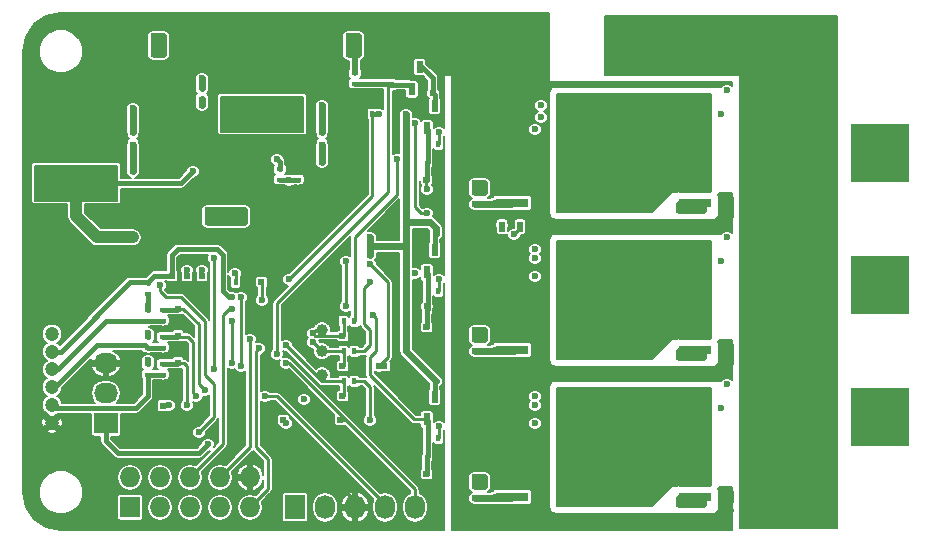
<source format=gbl>
G04 #@! TF.FileFunction,Copper,L4,Bot,Signal*
%FSLAX46Y46*%
G04 Gerber Fmt 4.6, Leading zero omitted, Abs format (unit mm)*
G04 Created by KiCad (PCBNEW 4.0.4-stable) date Monday 19 December 2016 21:20:12*
%MOMM*%
%LPD*%
G01*
G04 APERTURE LIST*
%ADD10C,0.100000*%
%ADD11C,1.000000*%
%ADD12R,0.400000X0.600000*%
%ADD13R,1.700000X1.700000*%
%ADD14C,1.700000*%
%ADD15R,5.000000X5.000000*%
%ADD16R,2.800000X0.800000*%
%ADD17R,8.100000X10.200000*%
%ADD18R,0.500000X0.600000*%
%ADD19R,0.600000X0.500000*%
%ADD20R,0.599440X1.000760*%
%ADD21R,0.500000X0.900000*%
%ADD22R,2.032000X1.727200*%
%ADD23O,2.032000X1.727200*%
%ADD24R,1.727200X1.727200*%
%ADD25O,1.727200X1.727200*%
%ADD26R,1.727200X2.032000*%
%ADD27O,1.727200X2.032000*%
%ADD28R,0.600000X0.400000*%
%ADD29C,1.200000*%
%ADD30C,0.600000*%
%ADD31C,1.524000*%
%ADD32C,0.250000*%
%ADD33C,0.400000*%
%ADD34C,0.600000*%
%ADD35C,0.500000*%
%ADD36C,0.450000*%
%ADD37C,1.000000*%
%ADD38C,0.300000*%
%ADD39C,0.200000*%
%ADD40C,0.127000*%
G04 APERTURE END LIST*
D10*
D11*
X151384000Y-134366000D03*
X151384000Y-136144000D03*
X151384000Y-138176000D03*
D12*
X154120000Y-133604000D03*
X153220000Y-133604000D03*
D13*
X176156000Y-108966000D03*
D14*
X168656000Y-108966000D03*
D15*
X198628000Y-141732000D03*
X198628000Y-130556000D03*
X198628000Y-119380000D03*
D16*
X182974000Y-148472000D03*
X182974000Y-147272000D03*
X182974000Y-146072000D03*
X182974000Y-144872000D03*
X182974000Y-143672000D03*
X182974000Y-142472000D03*
X182974000Y-141272000D03*
X182974000Y-140072000D03*
D17*
X190804000Y-144272000D03*
D18*
X157226000Y-113580000D03*
X157226000Y-112480000D03*
X139192000Y-137118000D03*
X139192000Y-138218000D03*
X139192000Y-134832000D03*
X139192000Y-135932000D03*
X139192000Y-132546000D03*
X139192000Y-133646000D03*
X138684000Y-129752000D03*
X138684000Y-130852000D03*
X141224000Y-129752000D03*
X141224000Y-130852000D03*
D19*
X156676000Y-137414000D03*
X157776000Y-137414000D03*
X152950000Y-141986000D03*
X151850000Y-141986000D03*
X148124000Y-141986000D03*
X147024000Y-141986000D03*
D18*
X137922000Y-140758000D03*
X137922000Y-139658000D03*
X139954000Y-129752000D03*
X139954000Y-130852000D03*
D19*
X146262000Y-130302000D03*
X147362000Y-130302000D03*
X154220000Y-139954000D03*
X153120000Y-139954000D03*
X154220000Y-137414000D03*
X153120000Y-137414000D03*
X154220000Y-134874000D03*
X153120000Y-134874000D03*
X160232000Y-146558000D03*
X161332000Y-146558000D03*
X160232000Y-134112000D03*
X161332000Y-134112000D03*
X160232000Y-121666000D03*
X161332000Y-121666000D03*
D18*
X135382000Y-117560000D03*
X135382000Y-118660000D03*
X151384000Y-117560000D03*
X151384000Y-118660000D03*
D20*
X159654240Y-112080040D03*
X158353760Y-112080040D03*
X159004000Y-113979960D03*
X160924240Y-140020040D03*
X159623760Y-140020040D03*
X160274000Y-141919960D03*
X160924240Y-115382040D03*
X159623760Y-115382040D03*
X160274000Y-117281960D03*
X160924240Y-127574040D03*
X159623760Y-127574040D03*
X160274000Y-129473960D03*
D21*
X166636000Y-125603000D03*
X168136000Y-125603000D03*
D22*
X133096000Y-142240000D03*
D23*
X133096000Y-139700000D03*
X133096000Y-137160000D03*
D24*
X135128000Y-149352000D03*
D25*
X135128000Y-146812000D03*
X137668000Y-149352000D03*
X137668000Y-146812000D03*
X140208000Y-149352000D03*
X140208000Y-146812000D03*
X142748000Y-149352000D03*
X142748000Y-146812000D03*
X145288000Y-149352000D03*
X145288000Y-146812000D03*
D26*
X149098000Y-149352000D03*
D27*
X151638000Y-149352000D03*
X154178000Y-149352000D03*
X156718000Y-149352000D03*
X159258000Y-149352000D03*
D16*
X167480000Y-148472000D03*
X167480000Y-147272000D03*
X167480000Y-146072000D03*
X167480000Y-144872000D03*
X167480000Y-143672000D03*
X167480000Y-142472000D03*
X167480000Y-141272000D03*
X167480000Y-140072000D03*
D17*
X175310000Y-144272000D03*
D16*
X182974000Y-136026000D03*
X182974000Y-134826000D03*
X182974000Y-133626000D03*
X182974000Y-132426000D03*
X182974000Y-131226000D03*
X182974000Y-130026000D03*
X182974000Y-128826000D03*
X182974000Y-127626000D03*
D17*
X190804000Y-131826000D03*
D16*
X167480000Y-136026000D03*
X167480000Y-134826000D03*
X167480000Y-133626000D03*
X167480000Y-132426000D03*
X167480000Y-131226000D03*
X167480000Y-130026000D03*
X167480000Y-128826000D03*
X167480000Y-127626000D03*
D17*
X175310000Y-131826000D03*
D16*
X182974000Y-123580000D03*
X182974000Y-122380000D03*
X182974000Y-121180000D03*
X182974000Y-119980000D03*
X182974000Y-118780000D03*
X182974000Y-117580000D03*
X182974000Y-116380000D03*
X182974000Y-115180000D03*
D17*
X190804000Y-119380000D03*
D16*
X167480000Y-123580000D03*
X167480000Y-122380000D03*
X167480000Y-121180000D03*
X167480000Y-119980000D03*
X167480000Y-118780000D03*
X167480000Y-117580000D03*
X167480000Y-116380000D03*
X167480000Y-115180000D03*
D17*
X175310000Y-119380000D03*
D28*
X154178000Y-113480000D03*
X154178000Y-112580000D03*
X155702000Y-113480000D03*
X155702000Y-112580000D03*
D12*
X144076000Y-130302000D03*
X144976000Y-130302000D03*
D28*
X136652000Y-137218000D03*
X136652000Y-138118000D03*
X136652000Y-134932000D03*
X136652000Y-135832000D03*
X136652000Y-132646000D03*
X136652000Y-133546000D03*
X136652000Y-131260000D03*
X136652000Y-130360000D03*
X137922000Y-137218000D03*
X137922000Y-138118000D03*
X137922000Y-134932000D03*
X137922000Y-135832000D03*
X137922000Y-132646000D03*
X137922000Y-133546000D03*
D12*
X160332000Y-143510000D03*
X161232000Y-143510000D03*
X154120000Y-138684000D03*
X153220000Y-138684000D03*
X160332000Y-131064000D03*
X161232000Y-131064000D03*
X154120000Y-136144000D03*
X153220000Y-136144000D03*
X160332000Y-118618000D03*
X161232000Y-118618000D03*
X160332000Y-145034000D03*
X161232000Y-145034000D03*
X160332000Y-132588000D03*
X161232000Y-132588000D03*
X160332000Y-120142000D03*
X161232000Y-120142000D03*
D28*
X141224000Y-114750000D03*
X141224000Y-113850000D03*
D12*
X154744000Y-116078000D03*
X155644000Y-116078000D03*
D28*
X149352000Y-120708000D03*
X149352000Y-121608000D03*
X147828000Y-120708000D03*
X147828000Y-121608000D03*
D15*
X179832000Y-110236000D03*
X164846000Y-110236000D03*
D29*
X128524000Y-137680000D03*
X128524000Y-139180000D03*
X128524000Y-140680000D03*
X128524000Y-142180000D03*
X128524000Y-136180000D03*
X128524000Y-134680000D03*
D30*
X147574000Y-136398000D03*
X156210000Y-125984000D03*
X153924000Y-123444000D03*
X152400000Y-123444000D03*
X150876000Y-123444000D03*
X149352000Y-123444000D03*
X147828000Y-123444000D03*
X135636000Y-143764000D03*
X139192000Y-143764000D03*
X155194000Y-145796000D03*
X156210000Y-146812000D03*
X153162000Y-147828000D03*
X152146000Y-146812000D03*
X151130000Y-145796000D03*
X150114000Y-144780000D03*
X149098000Y-143764000D03*
X147574000Y-143764000D03*
X150876000Y-130302000D03*
X151892000Y-130302000D03*
X139700000Y-135636000D03*
X139700000Y-133604000D03*
X139192000Y-139700000D03*
X147066000Y-140970000D03*
X140462000Y-131318000D03*
X147193000Y-131445000D03*
X144018000Y-126746000D03*
X143256000Y-126746000D03*
X148336000Y-134620000D03*
X151130000Y-140716000D03*
X154686000Y-134874000D03*
X154686000Y-137414000D03*
X154686000Y-139954000D03*
X160020000Y-115062000D03*
X160020000Y-139700000D03*
X160020000Y-127254000D03*
X160528000Y-147574000D03*
X160274000Y-123698000D03*
X160274000Y-136144000D03*
X139192000Y-122682000D03*
X140208000Y-122682000D03*
X141224000Y-122682000D03*
X142240000Y-121920000D03*
X143256000Y-121920000D03*
X144272000Y-121920000D03*
X135128000Y-123444000D03*
X136144000Y-123444000D03*
X137160000Y-122682000D03*
X138176000Y-122682000D03*
X127762000Y-125730000D03*
X137922000Y-118110000D03*
X137922000Y-117348000D03*
X138684000Y-117348000D03*
X138684000Y-118110000D03*
X138684000Y-118872000D03*
X137922000Y-118872000D03*
X137160000Y-118872000D03*
X137160000Y-118110000D03*
X137160000Y-117348000D03*
X135382000Y-110998000D03*
X135382000Y-110236000D03*
X135382000Y-109474000D03*
X134620000Y-109474000D03*
X134620000Y-110236000D03*
X134620000Y-110998000D03*
X140208000Y-110236000D03*
X140970000Y-110236000D03*
X140970000Y-109474000D03*
X140208000Y-109474000D03*
X140208000Y-110998000D03*
X140970000Y-110998000D03*
X149352000Y-119888000D03*
X157480000Y-110236000D03*
X157480000Y-109474000D03*
X156718000Y-109474000D03*
X156718000Y-110236000D03*
X156718000Y-110998000D03*
X157480000Y-110998000D03*
X153924000Y-118110000D03*
X153924000Y-117348000D03*
X154686000Y-117348000D03*
X154686000Y-118110000D03*
X154686000Y-118872000D03*
X153924000Y-118872000D03*
X153162000Y-118872000D03*
X153162000Y-118110000D03*
X153162000Y-117348000D03*
X151892000Y-110236000D03*
X151130000Y-110236000D03*
X151130000Y-109474000D03*
X151892000Y-109474000D03*
X151892000Y-108712000D03*
X151130000Y-108712000D03*
D31*
X164846000Y-110236000D03*
X166624000Y-110236000D03*
X166624000Y-112014000D03*
X164846000Y-112014000D03*
X163068000Y-112014000D03*
X163068000Y-110236000D03*
X163068000Y-108458000D03*
X164846000Y-108458000D03*
X166624000Y-108458000D03*
D30*
X165862000Y-145288000D03*
X165862000Y-146304000D03*
X165862000Y-132842000D03*
X165862000Y-133858000D03*
X165862000Y-120396000D03*
X165862000Y-121412000D03*
X168910000Y-120396000D03*
X168910000Y-121412000D03*
X169672000Y-121412000D03*
X169672000Y-120396000D03*
X168910000Y-145288000D03*
X168910000Y-146304000D03*
X169672000Y-146304000D03*
X169672000Y-145288000D03*
X168910000Y-132842000D03*
X168910000Y-133858000D03*
X169672000Y-133858000D03*
X169672000Y-132842000D03*
X165862000Y-149606000D03*
X165862000Y-137160000D03*
X165862000Y-124714000D03*
X185166000Y-123952000D03*
X185166000Y-123190000D03*
X185928000Y-123190000D03*
X185928000Y-123952000D03*
X185928000Y-124714000D03*
X185166000Y-124714000D03*
X185166000Y-136398000D03*
X185166000Y-135636000D03*
X185928000Y-135636000D03*
X185928000Y-136398000D03*
X185928000Y-137160000D03*
X185166000Y-137160000D03*
X167386000Y-121412000D03*
X166624000Y-121412000D03*
X166624000Y-120396000D03*
X167386000Y-120396000D03*
X168148000Y-120396000D03*
X168148000Y-121412000D03*
X166624000Y-133858000D03*
X167386000Y-133858000D03*
X168148000Y-133858000D03*
X168148000Y-132842000D03*
X167386000Y-132842000D03*
X166624000Y-132842000D03*
X185928000Y-148844000D03*
X185928000Y-148082000D03*
X185166000Y-148082000D03*
X185166000Y-148844000D03*
X185166000Y-149606000D03*
X185928000Y-149606000D03*
X167386000Y-145288000D03*
X168148000Y-145288000D03*
X168148000Y-146304000D03*
X167386000Y-146304000D03*
X166624000Y-145304000D03*
X166624000Y-146304000D03*
X139954000Y-140716000D03*
X140716000Y-139954000D03*
X141478000Y-139446000D03*
X143764000Y-131572000D03*
X141224000Y-113030000D03*
X137176000Y-110252000D03*
X137922000Y-110236000D03*
X137922000Y-109474000D03*
X137160000Y-109474000D03*
X137176000Y-110998000D03*
X137922000Y-110998000D03*
X153694000Y-110236000D03*
X153670000Y-110998000D03*
X154432000Y-110998000D03*
X154432000Y-110236000D03*
X154432000Y-109474000D03*
X153670000Y-109474000D03*
D31*
X176276000Y-112014000D03*
X176276000Y-110490000D03*
X183388000Y-108458000D03*
X181610000Y-108458000D03*
X179832000Y-108458000D03*
X178054000Y-108458000D03*
X178054000Y-110236000D03*
X179832000Y-110236000D03*
X181610000Y-110236000D03*
X183388000Y-110236000D03*
X183388000Y-112014000D03*
X181610000Y-112014000D03*
X179832000Y-112014000D03*
X178054000Y-112014000D03*
X194056000Y-112014000D03*
X194056000Y-110236000D03*
X192278000Y-110236000D03*
X190500000Y-110236000D03*
X190500000Y-112014000D03*
X188722000Y-112014000D03*
X188722000Y-110236000D03*
X186944000Y-110236000D03*
X186944000Y-112014000D03*
X194056000Y-113792000D03*
X185166000Y-112014000D03*
X185166000Y-108458000D03*
X186944000Y-108458000D03*
X188722000Y-108458000D03*
X190500000Y-108458000D03*
X192278000Y-108458000D03*
X194056000Y-108458000D03*
X185166000Y-110236000D03*
X192278000Y-113792000D03*
X192278000Y-112014000D03*
D30*
X187452000Y-123190000D03*
X187452000Y-124206000D03*
X187452000Y-135636000D03*
X187452000Y-136652000D03*
X187452000Y-148082000D03*
X187452000Y-149098000D03*
X187452000Y-150114000D03*
X190246000Y-150114000D03*
X191262000Y-150114000D03*
X192278000Y-150114000D03*
X193294000Y-150114000D03*
X194310000Y-150114000D03*
X190246000Y-124206000D03*
X191262000Y-124206000D03*
X190246000Y-123190000D03*
X191262000Y-123190000D03*
X192278000Y-123190000D03*
X193294000Y-123190000D03*
X194310000Y-123190000D03*
X194310000Y-124206000D03*
X194310000Y-125222000D03*
X194310000Y-126238000D03*
X194310000Y-127254000D03*
X193294000Y-128270000D03*
X193294000Y-127254000D03*
X193294000Y-126238000D03*
X193294000Y-125222000D03*
X193294000Y-124206000D03*
X192278000Y-124206000D03*
X192278000Y-125222000D03*
X192278000Y-126238000D03*
X192278000Y-127254000D03*
X192278000Y-128270000D03*
X192278000Y-139700000D03*
X192278000Y-140716000D03*
X193294000Y-140716000D03*
X194310000Y-139700000D03*
X193294000Y-139700000D03*
X192278000Y-137668000D03*
X192278000Y-138684000D03*
X193294000Y-138684000D03*
X194310000Y-138684000D03*
X194310000Y-137668000D03*
X193294000Y-137668000D03*
X190246000Y-135636000D03*
X191262000Y-135636000D03*
X192278000Y-135636000D03*
X193294000Y-135636000D03*
X194310000Y-135636000D03*
X194310000Y-136652000D03*
X193294000Y-136652000D03*
X192278000Y-136652000D03*
X191262000Y-136652000D03*
X190246000Y-136652000D03*
X190246000Y-148082000D03*
X191262000Y-148082000D03*
X192278000Y-148082000D03*
X193294000Y-148082000D03*
X194310000Y-148082000D03*
X194310000Y-149098000D03*
X193294000Y-149098000D03*
X192278000Y-149098000D03*
X191262000Y-149098000D03*
X190246000Y-149098000D03*
X188468000Y-123952000D03*
X188468000Y-124714000D03*
X189230000Y-124714000D03*
X189230000Y-123952000D03*
X189230000Y-123190000D03*
X188468000Y-123190000D03*
X188468000Y-136398000D03*
X188468000Y-135636000D03*
X189230000Y-135636000D03*
X189230000Y-136398000D03*
X189230000Y-137160000D03*
X188468000Y-137160000D03*
X188468000Y-148844000D03*
X188468000Y-148082000D03*
X189230000Y-148082000D03*
X189230000Y-148844000D03*
X189230000Y-149606000D03*
X188468000Y-149606000D03*
X141224000Y-129286000D03*
X139954000Y-129286000D03*
X136652000Y-132334000D03*
X136652000Y-134620000D03*
X136652000Y-136906000D03*
X138430000Y-140716000D03*
X148336000Y-142240000D03*
X149860000Y-140208000D03*
X146304000Y-131826000D03*
X158496000Y-116078000D03*
X161036000Y-138684000D03*
X160782000Y-114300000D03*
X144780000Y-125222000D03*
X144780000Y-124206000D03*
X141732000Y-124206000D03*
X142748000Y-124206000D03*
X143764000Y-124206000D03*
X143764000Y-125222000D03*
X142748000Y-125222000D03*
X141732000Y-125222000D03*
X166624000Y-125476000D03*
X161036000Y-126238000D03*
X155448000Y-127254000D03*
X155448000Y-126492000D03*
X155448000Y-128016000D03*
X147574000Y-119888000D03*
X146304000Y-116078000D03*
X146304000Y-115062000D03*
X146304000Y-117094000D03*
X147320000Y-117094000D03*
X147320000Y-116078000D03*
X147320000Y-115062000D03*
X148336000Y-115062000D03*
X148336000Y-116078000D03*
X148336000Y-117094000D03*
X149352000Y-117094000D03*
X149352000Y-116078000D03*
X149352000Y-115062000D03*
X145288000Y-115062000D03*
X144272000Y-115062000D03*
X143256000Y-115062000D03*
X143256000Y-116078000D03*
X144272000Y-116078000D03*
X145288000Y-116078000D03*
X145288000Y-117094000D03*
X144272000Y-117094000D03*
X143256000Y-117094000D03*
X164338000Y-121920000D03*
X165100000Y-121920000D03*
X165100000Y-122682000D03*
X164338000Y-122682000D03*
X164338000Y-135128000D03*
X165100000Y-135128000D03*
X164338000Y-134366000D03*
X165100000Y-134366000D03*
X165100000Y-147574000D03*
X164338000Y-147574000D03*
X164338000Y-146812000D03*
X165100000Y-146812000D03*
X148336000Y-135636000D03*
X150622000Y-135382000D03*
X150622000Y-134620000D03*
X155702000Y-133096000D03*
X160274000Y-132334000D03*
X160274000Y-122428000D03*
X153416000Y-132334000D03*
X153416000Y-128524000D03*
X134366000Y-126492000D03*
X133350000Y-126492000D03*
X135382000Y-126492000D03*
X140462000Y-120904000D03*
X130556000Y-122936000D03*
X129540000Y-120904000D03*
X128524000Y-120904000D03*
X127508000Y-120904000D03*
X127508000Y-121920000D03*
X127508000Y-122936000D03*
X128524000Y-122936000D03*
X128524000Y-121920000D03*
X129540000Y-121920000D03*
X129540000Y-122936000D03*
X130556000Y-121920000D03*
X130556000Y-120904000D03*
X131572000Y-120904000D03*
X132588000Y-120904000D03*
X133604000Y-120904000D03*
X133604000Y-121920000D03*
X132588000Y-121920000D03*
X131572000Y-121920000D03*
X131572000Y-122936000D03*
X132588000Y-122936000D03*
X133604000Y-122936000D03*
X135382000Y-115570000D03*
X135382000Y-120904000D03*
X151384000Y-115316000D03*
X151384000Y-120142000D03*
X159258000Y-129540000D03*
X144018000Y-129540000D03*
X167640000Y-126238000D03*
X141732000Y-144018000D03*
X143764000Y-132588000D03*
X145288000Y-135128000D03*
X146050000Y-135890000D03*
X181610000Y-149098000D03*
X182626000Y-149098000D03*
X183642000Y-149098000D03*
X165862000Y-148590000D03*
X165100000Y-148590000D03*
X164338000Y-148590000D03*
X181610000Y-136652000D03*
X182626000Y-136652000D03*
X183642000Y-136652000D03*
X164338000Y-136144000D03*
X165100000Y-136144000D03*
X165862000Y-136144000D03*
X181610000Y-124206000D03*
X182626000Y-124206000D03*
X183642000Y-124206000D03*
X164338000Y-123698000D03*
X165100000Y-123698000D03*
X165862000Y-123698000D03*
X137668000Y-130556000D03*
X140970000Y-143002000D03*
D31*
X198628000Y-141732000D03*
X197104000Y-140208000D03*
X198628000Y-140208000D03*
X200152000Y-140208000D03*
X200152000Y-141732000D03*
X200152000Y-143256000D03*
X198628000Y-143256000D03*
X197104000Y-143256000D03*
X197104000Y-141732000D03*
D30*
X161290000Y-142494000D03*
X169418000Y-142240000D03*
X161290000Y-130048000D03*
X169418000Y-129794000D03*
D31*
X197104000Y-129032000D03*
X200152000Y-129032000D03*
X200152000Y-132080000D03*
X200152000Y-130556000D03*
X198628000Y-130556000D03*
X197104000Y-130556000D03*
X197104000Y-132080000D03*
X198628000Y-132080000D03*
X198628000Y-129032000D03*
D30*
X161290000Y-117602000D03*
X169418000Y-117348000D03*
D31*
X197104000Y-120904000D03*
X197104000Y-117856000D03*
X200152000Y-117856000D03*
X200152000Y-120904000D03*
X198628000Y-120904000D03*
X198628000Y-117856000D03*
X200152000Y-119380000D03*
X198628000Y-119380000D03*
X197104000Y-119380000D03*
D30*
X155448000Y-141986000D03*
X155448000Y-130302000D03*
X157734000Y-119888000D03*
X141224000Y-115316000D03*
X148590000Y-130048000D03*
X156210000Y-116078000D03*
X148590000Y-121666000D03*
X144526000Y-131572000D03*
X144526000Y-137414000D03*
X143764000Y-133604000D03*
X143764000Y-137160000D03*
X142240000Y-137668000D03*
X142240000Y-128270000D03*
X148336000Y-137160000D03*
X179832000Y-147828000D03*
X173736000Y-139700000D03*
X172720000Y-139700000D03*
X171704000Y-139700000D03*
X174752000Y-139700000D03*
X175768000Y-139700000D03*
X176784000Y-139700000D03*
X177800000Y-139700000D03*
X178816000Y-139700000D03*
X179832000Y-140716000D03*
X179832000Y-141732000D03*
X179832000Y-142748000D03*
X179832000Y-143764000D03*
X179832000Y-144780000D03*
X179832000Y-145796000D03*
X179832000Y-146812000D03*
X180848000Y-146812000D03*
X180848000Y-145796000D03*
X180848000Y-144780000D03*
X180848000Y-143764000D03*
X180848000Y-142748000D03*
X180848000Y-141732000D03*
X178816000Y-140716000D03*
X178816000Y-141732000D03*
X178816000Y-142748000D03*
X178816000Y-143764000D03*
X178816000Y-144780000D03*
X178816000Y-145796000D03*
X178816000Y-146812000D03*
X178816000Y-147828000D03*
X178816000Y-148844000D03*
X177800000Y-148844000D03*
X177800000Y-147828000D03*
X177800000Y-146812000D03*
X177800000Y-145796000D03*
X177800000Y-144780000D03*
X177800000Y-143764000D03*
X177800000Y-142748000D03*
X177800000Y-141732000D03*
X177800000Y-140716000D03*
X176784000Y-140716000D03*
X176784000Y-141732000D03*
X176784000Y-142748000D03*
X176784000Y-143764000D03*
X176784000Y-144780000D03*
X176784000Y-145796000D03*
X176784000Y-146812000D03*
X176784000Y-147828000D03*
X176784000Y-148844000D03*
X175768000Y-148844000D03*
X175768000Y-147828000D03*
X175768000Y-146812000D03*
X175768000Y-145796000D03*
X175768000Y-144780000D03*
X175768000Y-143764000D03*
X175768000Y-142748000D03*
X175768000Y-141732000D03*
X175768000Y-140716000D03*
X174752000Y-146812000D03*
X174752000Y-147828000D03*
X174752000Y-148844000D03*
X174752000Y-145796000D03*
X174752000Y-144780000D03*
X174752000Y-143764000D03*
X174752000Y-142748000D03*
X174752000Y-141732000D03*
X174752000Y-140716000D03*
X171704000Y-148844000D03*
X171704000Y-147828000D03*
X171704000Y-146812000D03*
X171704000Y-145796000D03*
X171704000Y-144780000D03*
X171704000Y-143764000D03*
X171704000Y-142748000D03*
X171704000Y-141732000D03*
X171704000Y-140716000D03*
X172720000Y-140716000D03*
X172720000Y-141732000D03*
X172720000Y-142748000D03*
X172720000Y-143764000D03*
X172720000Y-144780000D03*
X172720000Y-145796000D03*
X172720000Y-146812000D03*
X172720000Y-147828000D03*
X172720000Y-148844000D03*
X173736000Y-148844000D03*
X173736000Y-147828000D03*
X173736000Y-146812000D03*
X173736000Y-145796000D03*
X173736000Y-144780000D03*
X173736000Y-143764000D03*
X173736000Y-142748000D03*
X173736000Y-141732000D03*
X173736000Y-140716000D03*
X171704000Y-127254000D03*
X172720000Y-127254000D03*
X173736000Y-127254000D03*
X174752000Y-127254000D03*
X175768000Y-127254000D03*
X176784000Y-127254000D03*
X177800000Y-127254000D03*
X178816000Y-127254000D03*
X179832000Y-128270000D03*
X179832000Y-129286000D03*
X179832000Y-130302000D03*
X179832000Y-131318000D03*
X179832000Y-132334000D03*
X179832000Y-133350000D03*
X179832000Y-134366000D03*
X180848000Y-134366000D03*
X180848000Y-133350000D03*
X180848000Y-132334000D03*
X175768000Y-136398000D03*
X175768000Y-135382000D03*
X175768000Y-134366000D03*
X175768000Y-133350000D03*
X175768000Y-132334000D03*
X175768000Y-131318000D03*
X175768000Y-130302000D03*
X175768000Y-129286000D03*
X175768000Y-128270000D03*
X176784000Y-128270000D03*
X176784000Y-129286000D03*
X176784000Y-130302000D03*
X176784000Y-131318000D03*
X176784000Y-132334000D03*
X176784000Y-133350000D03*
X176784000Y-134366000D03*
X176784000Y-135382000D03*
X176784000Y-136398000D03*
X177800000Y-136398000D03*
X177800000Y-135382000D03*
X177800000Y-134366000D03*
X177800000Y-133350000D03*
X177800000Y-132334000D03*
X177800000Y-131318000D03*
X177800000Y-130302000D03*
X177800000Y-129286000D03*
X177800000Y-128270000D03*
X178816000Y-128270000D03*
X178816000Y-129286000D03*
X178816000Y-130302000D03*
X178816000Y-131318000D03*
X178816000Y-132334000D03*
X178816000Y-133350000D03*
X178816000Y-134366000D03*
X178816000Y-135382000D03*
X178816000Y-136398000D03*
X171704000Y-136398000D03*
X171704000Y-135382000D03*
X171704000Y-134366000D03*
X171704000Y-133350000D03*
X171704000Y-132334000D03*
X171704000Y-131318000D03*
X171704000Y-130302000D03*
X171704000Y-129286000D03*
X171704000Y-128270000D03*
X172720000Y-128270000D03*
X172720000Y-129286000D03*
X172720000Y-130302000D03*
X172720000Y-131318000D03*
X172720000Y-132334000D03*
X172720000Y-133350000D03*
X172720000Y-134366000D03*
X172720000Y-135382000D03*
X172720000Y-136398000D03*
X173736000Y-136398000D03*
X173736000Y-135382000D03*
X173736000Y-134366000D03*
X173736000Y-133350000D03*
X173736000Y-132334000D03*
X173736000Y-131318000D03*
X173736000Y-130302000D03*
X173736000Y-129286000D03*
X173736000Y-128270000D03*
X174752000Y-128270000D03*
X174752000Y-129286000D03*
X174752000Y-130302000D03*
X174752000Y-131318000D03*
X174752000Y-132334000D03*
X174752000Y-133350000D03*
X174752000Y-134366000D03*
X174752000Y-135382000D03*
X174752000Y-136398000D03*
X180848000Y-131318000D03*
X180848000Y-130302000D03*
X180848000Y-129286000D03*
X171704000Y-114808000D03*
X172720000Y-114808000D03*
X173736000Y-114808000D03*
X174752000Y-114808000D03*
X175768000Y-114808000D03*
X176784000Y-114808000D03*
X177800000Y-114808000D03*
X178816000Y-114808000D03*
X179832000Y-115824000D03*
X179832000Y-116840000D03*
X179832000Y-117856000D03*
X179832000Y-118872000D03*
X179832000Y-119888000D03*
X179832000Y-120904000D03*
X179832000Y-121920000D03*
X180848000Y-121920000D03*
X180848000Y-120904000D03*
X180848000Y-119888000D03*
X180848000Y-118872000D03*
X180848000Y-117856000D03*
X180848000Y-116840000D03*
X173736000Y-115824000D03*
X173736000Y-116840000D03*
X173736000Y-117856000D03*
X173736000Y-118872000D03*
X173736000Y-119888000D03*
X173736000Y-120904000D03*
X173736000Y-121920000D03*
X173736000Y-122936000D03*
X173736000Y-123952000D03*
X174752000Y-123952000D03*
X174752000Y-122936000D03*
X174752000Y-121920000D03*
X174752000Y-120904000D03*
X174752000Y-119888000D03*
X174752000Y-118872000D03*
X174752000Y-117856000D03*
X174752000Y-116840000D03*
X174752000Y-115824000D03*
X175768000Y-115824000D03*
X175768000Y-116840000D03*
X175768000Y-117856000D03*
X175768000Y-118872000D03*
X175768000Y-119888000D03*
X175768000Y-120904000D03*
X175768000Y-121920000D03*
X175768000Y-122936000D03*
X175768000Y-123952000D03*
X176784000Y-123952000D03*
X176784000Y-122936000D03*
X176784000Y-121920000D03*
X176784000Y-120904000D03*
X176784000Y-119888000D03*
X176784000Y-118872000D03*
X176784000Y-117856000D03*
X176784000Y-116840000D03*
X176784000Y-115824000D03*
X177800000Y-115824000D03*
X177800000Y-116840000D03*
X177800000Y-117856000D03*
X177800000Y-118872000D03*
X177800000Y-119888000D03*
X177800000Y-120904000D03*
X177800000Y-121920000D03*
X177800000Y-122936000D03*
X177800000Y-123952000D03*
X178816000Y-123952000D03*
X178816000Y-122936000D03*
X178816000Y-121920000D03*
X178816000Y-120904000D03*
X178816000Y-119888000D03*
X178816000Y-118872000D03*
X178816000Y-117856000D03*
X178816000Y-116840000D03*
X178816000Y-115824000D03*
X172720000Y-123952000D03*
X172720000Y-122936000D03*
X172720000Y-121920000D03*
X172720000Y-120904000D03*
X172720000Y-119888000D03*
X172720000Y-118872000D03*
X172720000Y-117856000D03*
X172720000Y-116840000D03*
X172720000Y-115824000D03*
X171704000Y-123952000D03*
X171704000Y-122936000D03*
X171704000Y-121920000D03*
X171704000Y-120904000D03*
X171704000Y-119888000D03*
X171704000Y-118872000D03*
X171704000Y-117856000D03*
X171704000Y-116840000D03*
X171704000Y-115824000D03*
X146558000Y-139954000D03*
X185166000Y-140970000D03*
X169418000Y-140716000D03*
X185674000Y-138938000D03*
X169418000Y-139954000D03*
X169418000Y-128270000D03*
X185166000Y-128524000D03*
X169418000Y-127508000D03*
X185674000Y-126492000D03*
X169926000Y-116332000D03*
X185166000Y-116078000D03*
X169926000Y-115316000D03*
X185674000Y-114046000D03*
X156210000Y-137414000D03*
X155448000Y-128778000D03*
X159258000Y-116840000D03*
X160274000Y-124460000D03*
D32*
X147574000Y-136398000D02*
X147574000Y-135890000D01*
X157226000Y-113580000D02*
X157226000Y-113538000D01*
X157226000Y-113538000D02*
X156972000Y-113792000D01*
X156972000Y-113792000D02*
X156972000Y-119634000D01*
X156972000Y-119634000D02*
X156972000Y-122682000D01*
X156972000Y-122682000D02*
X148844000Y-130810000D01*
X148844000Y-130810000D02*
X148844000Y-130810000D01*
X148844000Y-130810000D02*
X147574000Y-132080000D01*
X147574000Y-132080000D02*
X147574000Y-135890000D01*
D33*
X157226000Y-113580000D02*
X158792000Y-113580000D01*
X158792000Y-113580000D02*
X159004000Y-113792000D01*
X159004000Y-113792000D02*
X159004000Y-114046000D01*
X159004000Y-114046000D02*
X159004000Y-113979960D01*
X155702000Y-113480000D02*
X157168000Y-113480000D01*
X157168000Y-113480000D02*
X157226000Y-113580000D01*
X157168000Y-113480000D02*
X157226000Y-113538000D01*
X157226000Y-113538000D02*
X157226000Y-113580000D01*
X154178000Y-113480000D02*
X155644000Y-113480000D01*
D32*
X153924000Y-123444000D02*
X152400000Y-123444000D01*
X150876000Y-123444000D02*
X149352000Y-123444000D01*
X154178000Y-149352000D02*
X154178000Y-148844000D01*
X154178000Y-148844000D02*
X153162000Y-147828000D01*
X152146000Y-146812000D02*
X151130000Y-145796000D01*
X150114000Y-144780000D02*
X149098000Y-143764000D01*
X139192000Y-138218000D02*
X139192000Y-139700000D01*
X139192000Y-135932000D02*
X139404000Y-135932000D01*
X139404000Y-135932000D02*
X139700000Y-135636000D01*
X139192000Y-133646000D02*
X139658000Y-133646000D01*
X139658000Y-133646000D02*
X139700000Y-133604000D01*
X139192000Y-139700000D02*
X137922000Y-139700000D01*
X137922000Y-139700000D02*
X137922000Y-139658000D01*
X139954000Y-130810000D02*
X139954000Y-130852000D01*
X151850000Y-141986000D02*
X151850000Y-141944000D01*
X151850000Y-141944000D02*
X151130000Y-141224000D01*
X151130000Y-141224000D02*
X151130000Y-140716000D01*
X147066000Y-140970000D02*
X147066000Y-141986000D01*
X147066000Y-141986000D02*
X147024000Y-141986000D01*
X140462000Y-131318000D02*
X140716000Y-131318000D01*
X140716000Y-131318000D02*
X141224000Y-130810000D01*
X141224000Y-130810000D02*
X141224000Y-130852000D01*
X140462000Y-131318000D02*
X139954000Y-130810000D01*
X139954000Y-130810000D02*
X139954000Y-130852000D01*
X147193000Y-131445000D02*
X147320000Y-131318000D01*
X147320000Y-131318000D02*
X147320000Y-130302000D01*
X147320000Y-130302000D02*
X147362000Y-130302000D01*
X147320000Y-130302000D02*
X147362000Y-130302000D01*
X147320000Y-130302000D02*
X147362000Y-130302000D01*
D34*
X144018000Y-126746000D02*
X143256000Y-126746000D01*
D32*
X154220000Y-134874000D02*
X154686000Y-134874000D01*
X154220000Y-137414000D02*
X154686000Y-137414000D01*
X154220000Y-139954000D02*
X154686000Y-139954000D01*
D33*
X159623760Y-115382040D02*
X159699960Y-115382040D01*
X159699960Y-115382040D02*
X160020000Y-115062000D01*
X159623760Y-140020040D02*
X159699960Y-140020040D01*
X159699960Y-140020040D02*
X160020000Y-139700000D01*
X159623760Y-127574040D02*
X159699960Y-127574040D01*
X159699960Y-127574040D02*
X160020000Y-127254000D01*
X157226000Y-112480000D02*
X157226000Y-110490000D01*
X157226000Y-110490000D02*
X157480000Y-110236000D01*
X155702000Y-112580000D02*
X157168000Y-112580000D01*
X157168000Y-112580000D02*
X157734000Y-112014000D01*
X157734000Y-112014000D02*
X158242000Y-112014000D01*
X158242000Y-112014000D02*
X158353760Y-112080040D01*
X154744000Y-116078000D02*
X154744000Y-117290000D01*
X154744000Y-117290000D02*
X154686000Y-117348000D01*
X161332000Y-146558000D02*
X161332000Y-146770000D01*
X161332000Y-146770000D02*
X160528000Y-147574000D01*
X161232000Y-145034000D02*
X161232000Y-146500000D01*
X161232000Y-146500000D02*
X161290000Y-146558000D01*
X161290000Y-146558000D02*
X161332000Y-146558000D01*
X161332000Y-121666000D02*
X161332000Y-122640000D01*
X161332000Y-122640000D02*
X160274000Y-123698000D01*
X161332000Y-134112000D02*
X161332000Y-135086000D01*
X161332000Y-135086000D02*
X160274000Y-136144000D01*
X161232000Y-132588000D02*
X161232000Y-134054000D01*
X161232000Y-134054000D02*
X161290000Y-134112000D01*
X161290000Y-134112000D02*
X161332000Y-134112000D01*
X161232000Y-120142000D02*
X161232000Y-121608000D01*
X161232000Y-121608000D02*
X161290000Y-121666000D01*
D35*
X139192000Y-122682000D02*
X140208000Y-122682000D01*
X141224000Y-122682000D02*
X141478000Y-122682000D01*
X141478000Y-122682000D02*
X142240000Y-121920000D01*
X143256000Y-121920000D02*
X144272000Y-121920000D01*
X135128000Y-123444000D02*
X136144000Y-123444000D01*
X137160000Y-122682000D02*
X138176000Y-122682000D01*
D34*
X137922000Y-118110000D02*
X137922000Y-117348000D01*
X138684000Y-117348000D02*
X138684000Y-118110000D01*
X138684000Y-118872000D02*
X137922000Y-118872000D01*
X137160000Y-118872000D02*
X137160000Y-118110000D01*
X135382000Y-110998000D02*
X135382000Y-110236000D01*
X135382000Y-109474000D02*
X134620000Y-109474000D01*
X134620000Y-110236000D02*
X134620000Y-110998000D01*
X140208000Y-110236000D02*
X140970000Y-110236000D01*
X140970000Y-109474000D02*
X140208000Y-109474000D01*
X140208000Y-110998000D02*
X140970000Y-110998000D01*
D33*
X149352000Y-120708000D02*
X149352000Y-119888000D01*
D34*
X157480000Y-110236000D02*
X157480000Y-109474000D01*
X156718000Y-109474000D02*
X156718000Y-110236000D01*
X156718000Y-110998000D02*
X157480000Y-110998000D01*
X153924000Y-118110000D02*
X153924000Y-117348000D01*
X154686000Y-117348000D02*
X154686000Y-118110000D01*
X154686000Y-118872000D02*
X153924000Y-118872000D01*
X153162000Y-118872000D02*
X153162000Y-118110000D01*
X151638000Y-109220000D02*
X151638000Y-109982000D01*
X151638000Y-109982000D02*
X151892000Y-110236000D01*
X151130000Y-110236000D02*
X151130000Y-109474000D01*
X151892000Y-109474000D02*
X151892000Y-108712000D01*
D32*
X164846000Y-110236000D02*
X166624000Y-110236000D01*
X166624000Y-112014000D02*
X164846000Y-112014000D01*
X163068000Y-112014000D02*
X163068000Y-110236000D01*
X163068000Y-108458000D02*
X164846000Y-108458000D01*
X166624000Y-108458000D02*
X164846000Y-110236000D01*
X166624000Y-145304000D02*
X166608000Y-145288000D01*
X166608000Y-145288000D02*
X165862000Y-145288000D01*
X166624000Y-132842000D02*
X165862000Y-132842000D01*
X166624000Y-120396000D02*
X165862000Y-120396000D01*
X168148000Y-120396000D02*
X168910000Y-120396000D01*
X168910000Y-121412000D02*
X169672000Y-121412000D01*
X168148000Y-145288000D02*
X168910000Y-145288000D01*
X168910000Y-146304000D02*
X169672000Y-146304000D01*
X168148000Y-132842000D02*
X168910000Y-132842000D01*
X168910000Y-133858000D02*
X169672000Y-133858000D01*
D34*
X165862000Y-149606000D02*
X166370000Y-150114000D01*
X166370000Y-150114000D02*
X169418000Y-150114000D01*
X169418000Y-150114000D02*
X169672000Y-149860000D01*
X165862000Y-137160000D02*
X166370000Y-137668000D01*
X166370000Y-137668000D02*
X169418000Y-137668000D01*
X169418000Y-137668000D02*
X169672000Y-137414000D01*
X167480000Y-122380000D02*
X169370000Y-122380000D01*
X169370000Y-122380000D02*
X169672000Y-122682000D01*
X169672000Y-122682000D02*
X169672000Y-124968000D01*
X169672000Y-124968000D02*
X169926000Y-125222000D01*
X169926000Y-125222000D02*
X184658000Y-125222000D01*
X184658000Y-125222000D02*
X185166000Y-124714000D01*
X167480000Y-134826000D02*
X169370000Y-134826000D01*
X169370000Y-134826000D02*
X169672000Y-135128000D01*
X169672000Y-135128000D02*
X169672000Y-137414000D01*
X169672000Y-137414000D02*
X169926000Y-137668000D01*
X169926000Y-137668000D02*
X184658000Y-137668000D01*
X184658000Y-137668000D02*
X185166000Y-137160000D01*
X185166000Y-123952000D02*
X185166000Y-123190000D01*
X185928000Y-123190000D02*
X185928000Y-123952000D01*
X185928000Y-124714000D02*
X185166000Y-124714000D01*
X185166000Y-124714000D02*
X185166000Y-123952000D01*
X185166000Y-123952000D02*
X185166000Y-123190000D01*
X185166000Y-123190000D02*
X185928000Y-123190000D01*
X185928000Y-123190000D02*
X185928000Y-123952000D01*
X185928000Y-123952000D02*
X185928000Y-124714000D01*
X185928000Y-124714000D02*
X185166000Y-124714000D01*
X185166000Y-124714000D02*
X185928000Y-123952000D01*
X185928000Y-123952000D02*
X185166000Y-123952000D01*
X185166000Y-123952000D02*
X185928000Y-123190000D01*
X185166000Y-136398000D02*
X185166000Y-135636000D01*
X185928000Y-135636000D02*
X185928000Y-136398000D01*
X185928000Y-137160000D02*
X185166000Y-137160000D01*
X185166000Y-137160000D02*
X185166000Y-136398000D01*
X185166000Y-136398000D02*
X185166000Y-135636000D01*
X185166000Y-135636000D02*
X185928000Y-135636000D01*
X185928000Y-135636000D02*
X185928000Y-136398000D01*
X185928000Y-136398000D02*
X185928000Y-137160000D01*
X185928000Y-137160000D02*
X185166000Y-137160000D01*
X185166000Y-137160000D02*
X185928000Y-136398000D01*
X185928000Y-136398000D02*
X185166000Y-136398000D01*
X185166000Y-136398000D02*
X185928000Y-135636000D01*
D36*
X167480000Y-121180000D02*
X167480000Y-121318000D01*
X167480000Y-121318000D02*
X167386000Y-121412000D01*
X167386000Y-121412000D02*
X166624000Y-121412000D01*
X166624000Y-121412000D02*
X166624000Y-120396000D01*
X166624000Y-120396000D02*
X167386000Y-120396000D01*
X167386000Y-120396000D02*
X168148000Y-120396000D01*
X168148000Y-120396000D02*
X168148000Y-121412000D01*
X167480000Y-133626000D02*
X166856000Y-133626000D01*
X166856000Y-133626000D02*
X166624000Y-133858000D01*
X166624000Y-133858000D02*
X167386000Y-133858000D01*
X167386000Y-133858000D02*
X168148000Y-133858000D01*
X168148000Y-133858000D02*
X168148000Y-132842000D01*
X168148000Y-132842000D02*
X167386000Y-132842000D01*
X167386000Y-132842000D02*
X166624000Y-132842000D01*
D34*
X182118000Y-150114000D02*
X184658000Y-150114000D01*
X184658000Y-150114000D02*
X185166000Y-149606000D01*
X185928000Y-148844000D02*
X185928000Y-148082000D01*
X185166000Y-148082000D02*
X185166000Y-148844000D01*
X185166000Y-149606000D02*
X185928000Y-149606000D01*
D36*
X167386000Y-140250000D02*
X167480000Y-140072000D01*
X167480000Y-142472000D02*
X167480000Y-143672000D01*
X167480000Y-144872000D02*
X167480000Y-143858000D01*
X167480000Y-143858000D02*
X167386000Y-143764000D01*
X167386000Y-143764000D02*
X167480000Y-143672000D01*
X167480000Y-147272000D02*
X167480000Y-146398000D01*
X167480000Y-146398000D02*
X167386000Y-146304000D01*
X167386000Y-146304000D02*
X167480000Y-146072000D01*
X167480000Y-144872000D02*
X167480000Y-145194000D01*
X167480000Y-145194000D02*
X167386000Y-145288000D01*
X168148000Y-145288000D02*
X168148000Y-146304000D01*
X167386000Y-146304000D02*
X167386000Y-146050000D01*
X167386000Y-146050000D02*
X167480000Y-146072000D01*
D34*
X169672000Y-147574000D02*
X169672000Y-149860000D01*
X169672000Y-149860000D02*
X169926000Y-150114000D01*
X169926000Y-150114000D02*
X182118000Y-150114000D01*
X167480000Y-147272000D02*
X169370000Y-147272000D01*
X169370000Y-147272000D02*
X169672000Y-147574000D01*
D33*
X167480000Y-142588000D02*
X167386000Y-142494000D01*
X167386000Y-142494000D02*
X167386000Y-140072000D01*
X167386000Y-140072000D02*
X167480000Y-140072000D01*
X166624000Y-145304000D02*
X166624000Y-146304000D01*
D32*
X167386000Y-141224000D02*
X167480000Y-141272000D01*
X167250000Y-140072000D02*
X167480000Y-140072000D01*
X167386000Y-141224000D02*
X167480000Y-141272000D01*
X168656000Y-140208000D02*
X167386000Y-140208000D01*
X167386000Y-140208000D02*
X167480000Y-140072000D01*
X139954000Y-140716000D02*
X139954000Y-137414000D01*
X139954000Y-137414000D02*
X139700000Y-137160000D01*
X139700000Y-137160000D02*
X139192000Y-137160000D01*
X139192000Y-137160000D02*
X139134000Y-137218000D01*
X139134000Y-137218000D02*
X139192000Y-137118000D01*
D33*
X137922000Y-137218000D02*
X139134000Y-137218000D01*
X139134000Y-137218000D02*
X139192000Y-137160000D01*
X139192000Y-137160000D02*
X139192000Y-137118000D01*
D32*
X140716000Y-139954000D02*
X140462000Y-139700000D01*
X140462000Y-139700000D02*
X140462000Y-135382000D01*
X140462000Y-135382000D02*
X140012000Y-134932000D01*
X140012000Y-134932000D02*
X139134000Y-134932000D01*
X139134000Y-134932000D02*
X139192000Y-134832000D01*
D33*
X137922000Y-134932000D02*
X139134000Y-134932000D01*
X139134000Y-134932000D02*
X139192000Y-134874000D01*
X139192000Y-134874000D02*
X139192000Y-134832000D01*
D32*
X140970000Y-137922000D02*
X140970000Y-138938000D01*
X140970000Y-138938000D02*
X141478000Y-139446000D01*
X139192000Y-132546000D02*
X139658000Y-132546000D01*
X139658000Y-132546000D02*
X140970000Y-133858000D01*
X140970000Y-133858000D02*
X140970000Y-137922000D01*
D33*
X137922000Y-132646000D02*
X139134000Y-132646000D01*
X139134000Y-132646000D02*
X139192000Y-132588000D01*
X139192000Y-132588000D02*
X139192000Y-132546000D01*
X143002000Y-128016000D02*
X142494000Y-127508000D01*
X142494000Y-127508000D02*
X139192000Y-127508000D01*
X139192000Y-127508000D02*
X138684000Y-128016000D01*
X138684000Y-128016000D02*
X138684000Y-129752000D01*
X138684000Y-129752000D02*
X137202000Y-129752000D01*
X137202000Y-129752000D02*
X136652000Y-130302000D01*
X136652000Y-130302000D02*
X136652000Y-130360000D01*
X128524000Y-136180000D02*
X129250000Y-136180000D01*
X129250000Y-136180000D02*
X135128000Y-130302000D01*
X135128000Y-130302000D02*
X136652000Y-130302000D01*
X136652000Y-130302000D02*
X136652000Y-130360000D01*
X143002000Y-128016000D02*
X143002000Y-131064000D01*
X143002000Y-131064000D02*
X143510000Y-131572000D01*
X143510000Y-131572000D02*
X143764000Y-131572000D01*
D35*
X154178000Y-112580000D02*
X154178000Y-110490000D01*
X154178000Y-110490000D02*
X154432000Y-110236000D01*
D34*
X153670000Y-110998000D02*
X153670000Y-110260000D01*
X153670000Y-110260000D02*
X153694000Y-110236000D01*
X153670000Y-109474000D02*
X153670000Y-110212000D01*
X153670000Y-110212000D02*
X153694000Y-110236000D01*
X141224000Y-113850000D02*
X141224000Y-113030000D01*
X137922000Y-109474000D02*
X137922000Y-110236000D01*
X137922000Y-110236000D02*
X137922000Y-110998000D01*
X137922000Y-110998000D02*
X137176000Y-110998000D01*
X137176000Y-110998000D02*
X137176000Y-110252000D01*
X137176000Y-110252000D02*
X137160000Y-110236000D01*
X137160000Y-110236000D02*
X137922000Y-109474000D01*
X137922000Y-109474000D02*
X137160000Y-109474000D01*
X137160000Y-109474000D02*
X137176000Y-109490000D01*
X137176000Y-109490000D02*
X137176000Y-110998000D01*
X137176000Y-110998000D02*
X137922000Y-110252000D01*
X137922000Y-110252000D02*
X137922000Y-110236000D01*
D33*
X137176000Y-110252000D02*
X137192000Y-110236000D01*
X137192000Y-110236000D02*
X137922000Y-110236000D01*
X137922000Y-109474000D02*
X137160000Y-109474000D01*
X137176000Y-110998000D02*
X137922000Y-110998000D01*
D34*
X154432000Y-110998000D02*
X154432000Y-110236000D01*
X154432000Y-110236000D02*
X154432000Y-109474000D01*
X154432000Y-109474000D02*
X153670000Y-109474000D01*
X153670000Y-109474000D02*
X153694000Y-109498000D01*
X153718000Y-110998000D02*
X154432000Y-110998000D01*
X153694000Y-110974000D02*
X153718000Y-110998000D01*
X153694000Y-109498000D02*
X153694000Y-110974000D01*
X154432000Y-110998000D02*
X153694000Y-110260000D01*
X153670000Y-109522000D02*
X153670000Y-109474000D01*
X154408000Y-110260000D02*
X153670000Y-109522000D01*
X153694000Y-110260000D02*
X154408000Y-110260000D01*
X154432000Y-110998000D02*
X153670000Y-110998000D01*
X154432000Y-109474000D02*
X154432000Y-110236000D01*
X153670000Y-110212000D02*
X153670000Y-109474000D01*
X153670000Y-110212000D02*
X153694000Y-110236000D01*
D32*
X176276000Y-112014000D02*
X176276000Y-110490000D01*
X185166000Y-108458000D02*
X183388000Y-108458000D01*
X181610000Y-108458000D02*
X179832000Y-108458000D01*
X178054000Y-108458000D02*
X178054000Y-110236000D01*
X179832000Y-110236000D02*
X181610000Y-110236000D01*
X183388000Y-110236000D02*
X183388000Y-112014000D01*
X181610000Y-112014000D02*
X179832000Y-112014000D01*
X178054000Y-112014000D02*
X180340000Y-110236000D01*
X194056000Y-112014000D02*
X194056000Y-110236000D01*
X192278000Y-110236000D02*
X190500000Y-110236000D01*
X190500000Y-112014000D02*
X188722000Y-112014000D01*
X188722000Y-110236000D02*
X186944000Y-110236000D01*
X192278000Y-115570000D02*
X194056000Y-115570000D01*
X192278000Y-113792000D02*
X194056000Y-113792000D01*
X185166000Y-112014000D02*
X185166000Y-108458000D01*
X186944000Y-108458000D02*
X188722000Y-108458000D01*
X190500000Y-108458000D02*
X192278000Y-108458000D01*
X185166000Y-110236000D02*
X193040000Y-110236000D01*
X193040000Y-110236000D02*
X192278000Y-110998000D01*
X192278000Y-110998000D02*
X192278000Y-113792000D01*
D33*
X187452000Y-123190000D02*
X187452000Y-124206000D01*
X187452000Y-135636000D02*
X187452000Y-136652000D01*
X187452000Y-148082000D02*
X187452000Y-149098000D01*
X187452000Y-150114000D02*
X190246000Y-150114000D01*
X191262000Y-150114000D02*
X192278000Y-150114000D01*
X193294000Y-150114000D02*
X194310000Y-150114000D01*
D32*
X189230000Y-124714000D02*
X189738000Y-124714000D01*
X189738000Y-124714000D02*
X190246000Y-124206000D01*
X191262000Y-124206000D02*
X190804000Y-119380000D01*
X190804000Y-119380000D02*
X190804000Y-122632000D01*
X190804000Y-122632000D02*
X190246000Y-123190000D01*
X191262000Y-123190000D02*
X192278000Y-123190000D01*
X193294000Y-123190000D02*
X194310000Y-123190000D01*
X194310000Y-124206000D02*
X194310000Y-125222000D01*
X194310000Y-126238000D02*
X194310000Y-127254000D01*
X193294000Y-127254000D02*
X193294000Y-126238000D01*
X193294000Y-125222000D02*
X193294000Y-124206000D01*
X192278000Y-124206000D02*
X192278000Y-125222000D01*
X192278000Y-126238000D02*
X192278000Y-127254000D01*
X192278000Y-128270000D02*
X190804000Y-131826000D01*
X192278000Y-139700000D02*
X192278000Y-140716000D01*
X194310000Y-139700000D02*
X193294000Y-139700000D01*
X192278000Y-137668000D02*
X192278000Y-138684000D01*
X193294000Y-138684000D02*
X194310000Y-138684000D01*
X194310000Y-137668000D02*
X193294000Y-137668000D01*
X190246000Y-135636000D02*
X191262000Y-135636000D01*
X192278000Y-135636000D02*
X193294000Y-135636000D01*
X194310000Y-135636000D02*
X194310000Y-136652000D01*
X193294000Y-136652000D02*
X192278000Y-136652000D01*
X191262000Y-136652000D02*
X190246000Y-136652000D01*
X190246000Y-148082000D02*
X191262000Y-148082000D01*
X192278000Y-148082000D02*
X193294000Y-148082000D01*
X194310000Y-148082000D02*
X194310000Y-149098000D01*
X193294000Y-149098000D02*
X192278000Y-149098000D01*
X191262000Y-149098000D02*
X190246000Y-149098000D01*
D34*
X188468000Y-123952000D02*
X188468000Y-124714000D01*
X189230000Y-124714000D02*
X189230000Y-123952000D01*
X189230000Y-123190000D02*
X188468000Y-123190000D01*
X188468000Y-123190000D02*
X189230000Y-123190000D01*
X189230000Y-123190000D02*
X189230000Y-124714000D01*
X189230000Y-124714000D02*
X188468000Y-124714000D01*
X188468000Y-124714000D02*
X188468000Y-123190000D01*
X188468000Y-123190000D02*
X189230000Y-123952000D01*
X189230000Y-123952000D02*
X188468000Y-123952000D01*
X188468000Y-123952000D02*
X189230000Y-124714000D01*
X188468000Y-136398000D02*
X188468000Y-135636000D01*
X189230000Y-135636000D02*
X189230000Y-136398000D01*
X189230000Y-137160000D02*
X188468000Y-137160000D01*
X188468000Y-137160000D02*
X188468000Y-136398000D01*
X188468000Y-136398000D02*
X188468000Y-135636000D01*
X188468000Y-135636000D02*
X189230000Y-135636000D01*
X189230000Y-135636000D02*
X189230000Y-137160000D01*
X189230000Y-137160000D02*
X188468000Y-137160000D01*
X188468000Y-137160000D02*
X189230000Y-136398000D01*
X189230000Y-136398000D02*
X188468000Y-136398000D01*
X188468000Y-136398000D02*
X189230000Y-135636000D01*
X188468000Y-148844000D02*
X188468000Y-148082000D01*
X189230000Y-148082000D02*
X189230000Y-148844000D01*
X189230000Y-149606000D02*
X188468000Y-149606000D01*
D32*
X141224000Y-129286000D02*
X141224000Y-129794000D01*
X141224000Y-129794000D02*
X141224000Y-129752000D01*
D33*
X136652000Y-131260000D02*
X136652000Y-132334000D01*
D32*
X139954000Y-129286000D02*
X139954000Y-129794000D01*
X139954000Y-129794000D02*
X139954000Y-129752000D01*
D33*
X136652000Y-132646000D02*
X136652000Y-132334000D01*
X136652000Y-134932000D02*
X136652000Y-134620000D01*
X136652000Y-137218000D02*
X136652000Y-136906000D01*
D32*
X137922000Y-140758000D02*
X138388000Y-140758000D01*
X138388000Y-140758000D02*
X138430000Y-140716000D01*
X148336000Y-142240000D02*
X148082000Y-141986000D01*
X148082000Y-141986000D02*
X148124000Y-141986000D01*
X139954000Y-129794000D02*
X139954000Y-129752000D01*
X146304000Y-131826000D02*
X146304000Y-130302000D01*
X146304000Y-130302000D02*
X146262000Y-130302000D01*
D34*
X161036000Y-126238000D02*
X161036000Y-125730000D01*
X161036000Y-125730000D02*
X160528000Y-125222000D01*
X160528000Y-125222000D02*
X158496000Y-125222000D01*
X161036000Y-138684000D02*
X158496000Y-136144000D01*
X158496000Y-136144000D02*
X158496000Y-134874000D01*
X158496000Y-127254000D02*
X158496000Y-125222000D01*
X158496000Y-125222000D02*
X158496000Y-116078000D01*
D33*
X160924240Y-115382040D02*
X160924240Y-114442240D01*
X160924240Y-114442240D02*
X160782000Y-114300000D01*
X160924240Y-140020040D02*
X160924240Y-138795760D01*
X160924240Y-138795760D02*
X161036000Y-138684000D01*
X160924240Y-127574040D02*
X160924240Y-126349760D01*
X160924240Y-126349760D02*
X161036000Y-126238000D01*
D32*
X160924240Y-126349760D02*
X161036000Y-126238000D01*
D33*
X159654240Y-112080040D02*
X159832040Y-112080040D01*
X159832040Y-112080040D02*
X160782000Y-113030000D01*
X160782000Y-113030000D02*
X160782000Y-114300000D01*
D34*
X141732000Y-124206000D02*
X142748000Y-124206000D01*
X142748000Y-124206000D02*
X143764000Y-124206000D01*
X143764000Y-124206000D02*
X144780000Y-124206000D01*
X144780000Y-124206000D02*
X144780000Y-125222000D01*
X144780000Y-125222000D02*
X143764000Y-125222000D01*
X143764000Y-125222000D02*
X142748000Y-125222000D01*
X142748000Y-125222000D02*
X141732000Y-125222000D01*
X141732000Y-125222000D02*
X141732000Y-124206000D01*
X141732000Y-124206000D02*
X142748000Y-125222000D01*
X142748000Y-125222000D02*
X142748000Y-124206000D01*
X142748000Y-124206000D02*
X143764000Y-125222000D01*
X143764000Y-125222000D02*
X143764000Y-124206000D01*
X143764000Y-124206000D02*
X144780000Y-125222000D01*
X144780000Y-125222000D02*
X144780000Y-124206000D01*
D35*
X144780000Y-125222000D02*
X144780000Y-124206000D01*
X141732000Y-124206000D02*
X142748000Y-124206000D01*
X143764000Y-124206000D02*
X143764000Y-125222000D01*
X142748000Y-125222000D02*
X142027910Y-124926090D01*
X142027910Y-124926090D02*
X141732000Y-125222000D01*
D32*
X166636000Y-125603000D02*
X166636000Y-125488000D01*
X166636000Y-125488000D02*
X166624000Y-125476000D01*
D34*
X158496000Y-127254000D02*
X155448000Y-127254000D01*
X155448000Y-126492000D02*
X155448000Y-128016000D01*
X155448000Y-126492000D02*
X155448000Y-127254000D01*
X155448000Y-127254000D02*
X155448000Y-128016000D01*
X158496000Y-134874000D02*
X158496000Y-133858000D01*
X158496000Y-133604000D02*
X158496000Y-127254000D01*
X158496000Y-133858000D02*
X158496000Y-133604000D01*
D33*
X147828000Y-120708000D02*
X147828000Y-120142000D01*
X147828000Y-120142000D02*
X147574000Y-119888000D01*
D32*
X146304000Y-116078000D02*
X146304000Y-115062000D01*
X146304000Y-117094000D02*
X147320000Y-117094000D01*
X147320000Y-116078000D02*
X147320000Y-115062000D01*
X148336000Y-115062000D02*
X148336000Y-116078000D01*
X148336000Y-117094000D02*
X149352000Y-117094000D01*
X149352000Y-116078000D02*
X149352000Y-115062000D01*
X145288000Y-115062000D02*
X144272000Y-115062000D01*
X143256000Y-115062000D02*
X143256000Y-116078000D01*
X144272000Y-116078000D02*
X145288000Y-116078000D01*
X145288000Y-117094000D02*
X144272000Y-117094000D01*
D34*
X164338000Y-121920000D02*
X165100000Y-121920000D01*
X165100000Y-121920000D02*
X165100000Y-122682000D01*
X165100000Y-122682000D02*
X164338000Y-122682000D01*
X164338000Y-122682000D02*
X164338000Y-121920000D01*
X164338000Y-121920000D02*
X165100000Y-122682000D01*
X164338000Y-134366000D02*
X165100000Y-134366000D01*
X165100000Y-134366000D02*
X165100000Y-135128000D01*
X165100000Y-135128000D02*
X164338000Y-135128000D01*
X164338000Y-135128000D02*
X164338000Y-134366000D01*
X164338000Y-134366000D02*
X165100000Y-135128000D01*
X164338000Y-146812000D02*
X165100000Y-146812000D01*
X165100000Y-146812000D02*
X165100000Y-147574000D01*
X165100000Y-147574000D02*
X164338000Y-147574000D01*
X164338000Y-147574000D02*
X164338000Y-146812000D01*
X164338000Y-146812000D02*
X165100000Y-147574000D01*
D32*
X151384000Y-138176000D02*
X151384000Y-138684000D01*
X148336000Y-135636000D02*
X151384000Y-138684000D01*
X151384000Y-138684000D02*
X153220000Y-138684000D01*
X153220000Y-138684000D02*
X153220000Y-139896000D01*
X153220000Y-139896000D02*
X153162000Y-139954000D01*
X153162000Y-139954000D02*
X153120000Y-139954000D01*
X150622000Y-135382000D02*
X151384000Y-136144000D01*
X151384000Y-136144000D02*
X153220000Y-136144000D01*
X153220000Y-136144000D02*
X153220000Y-137356000D01*
X153220000Y-137356000D02*
X153162000Y-137414000D01*
X153162000Y-137414000D02*
X153120000Y-137414000D01*
X151384000Y-134366000D02*
X150876000Y-134366000D01*
X150876000Y-134366000D02*
X150622000Y-134620000D01*
X151384000Y-134366000D02*
X151384000Y-134816000D01*
X150622000Y-134620000D02*
X150818000Y-134816000D01*
X150818000Y-134816000D02*
X153220000Y-134816000D01*
X153220000Y-134816000D02*
X153120000Y-134874000D01*
X153220000Y-133604000D02*
X153220000Y-134816000D01*
X153220000Y-134816000D02*
X153162000Y-134874000D01*
X153162000Y-134874000D02*
X153120000Y-134874000D01*
X160274000Y-141919960D02*
X159191960Y-141919960D01*
X159191960Y-141919960D02*
X156210000Y-138938000D01*
X155448000Y-138176000D02*
X156210000Y-138938000D01*
X155956000Y-133350000D02*
X155956000Y-136144000D01*
X155956000Y-136144000D02*
X155448000Y-136652000D01*
X155448000Y-136652000D02*
X155448000Y-138176000D01*
X155702000Y-133096000D02*
X155956000Y-133350000D01*
D33*
X160332000Y-143510000D02*
X160332000Y-142044000D01*
X160332000Y-142044000D02*
X160274000Y-141986000D01*
X160274000Y-141986000D02*
X160274000Y-141919960D01*
X160332000Y-143510000D02*
X160332000Y-144976000D01*
X160332000Y-144976000D02*
X160274000Y-145034000D01*
X160274000Y-145034000D02*
X160274000Y-146558000D01*
X160274000Y-146558000D02*
X160232000Y-146558000D01*
D32*
X160274000Y-132334000D02*
X160332000Y-132334000D01*
X160332000Y-132334000D02*
X160332000Y-132588000D01*
X160274000Y-134112000D02*
X160232000Y-134112000D01*
X160332000Y-131064000D02*
X160274000Y-131064000D01*
D33*
X160332000Y-131064000D02*
X160332000Y-129598000D01*
X160332000Y-129598000D02*
X160274000Y-129540000D01*
X160274000Y-129540000D02*
X160274000Y-129473960D01*
X160332000Y-131064000D02*
X160332000Y-132530000D01*
X160332000Y-132530000D02*
X160274000Y-132588000D01*
X160274000Y-132588000D02*
X160274000Y-133350000D01*
X160274000Y-133350000D02*
X160274000Y-134112000D01*
X160274000Y-134112000D02*
X160232000Y-134112000D01*
D32*
X160274000Y-122428000D02*
X160232000Y-122386000D01*
X160232000Y-122386000D02*
X160232000Y-121666000D01*
X153416000Y-132334000D02*
X153416000Y-128524000D01*
X160232000Y-121666000D02*
X160020000Y-121666000D01*
D33*
X160332000Y-118618000D02*
X160332000Y-117406000D01*
X160332000Y-117406000D02*
X160274000Y-117348000D01*
X160274000Y-117348000D02*
X160274000Y-117281960D01*
X160332000Y-118618000D02*
X160332000Y-120084000D01*
X160332000Y-120084000D02*
X160274000Y-120142000D01*
X160274000Y-120142000D02*
X160274000Y-121666000D01*
X160274000Y-121666000D02*
X160232000Y-121666000D01*
D37*
X130556000Y-124714000D02*
X130556000Y-122936000D01*
X133350000Y-126492000D02*
X134366000Y-126492000D01*
X134366000Y-126492000D02*
X132334000Y-126492000D01*
X132334000Y-126492000D02*
X130556000Y-124714000D01*
X135382000Y-126492000D02*
X134366000Y-126492000D01*
D33*
X139446000Y-121920000D02*
X130556000Y-121920000D01*
X140462000Y-120904000D02*
X139446000Y-121920000D01*
D34*
X130556000Y-120904000D02*
X129540000Y-120904000D01*
X128524000Y-120904000D02*
X127508000Y-120904000D01*
X127508000Y-121920000D02*
X127508000Y-122936000D01*
X128524000Y-122936000D02*
X128524000Y-121920000D01*
X129540000Y-121920000D02*
X129540000Y-122936000D01*
X130556000Y-121920000D02*
X130556000Y-120904000D01*
X131572000Y-120904000D02*
X132588000Y-120904000D01*
X133604000Y-120904000D02*
X133604000Y-121920000D01*
X132588000Y-121920000D02*
X131572000Y-121920000D01*
X131572000Y-122936000D02*
X132588000Y-122936000D01*
X135382000Y-117560000D02*
X135382000Y-115570000D01*
X135382000Y-118660000D02*
X135382000Y-120904000D01*
X151384000Y-117560000D02*
X151384000Y-115316000D01*
X151384000Y-118660000D02*
X151384000Y-120142000D01*
D32*
X144076000Y-130302000D02*
X144076000Y-129598000D01*
X144076000Y-129598000D02*
X144018000Y-129540000D01*
X168136000Y-125603000D02*
X168136000Y-125742000D01*
X168136000Y-125742000D02*
X167640000Y-126238000D01*
D33*
X136652000Y-135832000D02*
X137864000Y-135832000D01*
X137864000Y-135832000D02*
X137922000Y-135890000D01*
X137922000Y-135890000D02*
X137922000Y-135832000D01*
D32*
X128524000Y-139180000D02*
X128790000Y-139180000D01*
D33*
X128790000Y-139180000D02*
X132334000Y-135636000D01*
X132334000Y-135636000D02*
X136398000Y-135636000D01*
X136398000Y-135636000D02*
X136652000Y-135890000D01*
D32*
X136652000Y-135890000D02*
X136652000Y-135832000D01*
X128524000Y-139192000D02*
X128524000Y-139180000D01*
D33*
X136652000Y-133546000D02*
X137864000Y-133546000D01*
X137864000Y-133546000D02*
X137922000Y-133604000D01*
X137922000Y-133604000D02*
X137922000Y-133546000D01*
D32*
X128524000Y-137680000D02*
X129020000Y-137680000D01*
D33*
X129020000Y-137680000D02*
X133096000Y-133604000D01*
X133096000Y-133604000D02*
X136652000Y-133604000D01*
D32*
X136652000Y-133604000D02*
X136652000Y-133546000D01*
D33*
X139446000Y-144780000D02*
X140970000Y-144780000D01*
X140970000Y-144780000D02*
X141732000Y-144018000D01*
X133096000Y-142240000D02*
X133096000Y-143764000D01*
X133096000Y-143764000D02*
X134112000Y-144780000D01*
X134112000Y-144780000D02*
X139446000Y-144780000D01*
D32*
X143002000Y-139700000D02*
X143002000Y-144018000D01*
X143002000Y-144018000D02*
X140208000Y-146812000D01*
X143764000Y-132588000D02*
X143510000Y-132588000D01*
X143510000Y-132588000D02*
X143002000Y-133096000D01*
X143002000Y-133096000D02*
X143002000Y-139700000D01*
X145288000Y-135128000D02*
X145288000Y-142748000D01*
X145288000Y-142748000D02*
X145288000Y-144272000D01*
X145288000Y-144272000D02*
X142748000Y-146812000D01*
X146050000Y-135890000D02*
X145796000Y-136144000D01*
X145796000Y-136144000D02*
X145796000Y-144272000D01*
X145796000Y-144272000D02*
X146812000Y-145288000D01*
X145288000Y-149352000D02*
X146812000Y-147828000D01*
X146812000Y-147828000D02*
X146812000Y-145288000D01*
D33*
X181610000Y-148590000D02*
X182974000Y-148472000D01*
D34*
X183642000Y-149098000D02*
X182626000Y-149098000D01*
X182626000Y-149098000D02*
X181610000Y-149098000D01*
X181610000Y-149098000D02*
X181610000Y-148590000D01*
X181610000Y-148590000D02*
X183642000Y-148590000D01*
X183642000Y-148590000D02*
X183642000Y-149098000D01*
X165862000Y-148590000D02*
X167362000Y-148590000D01*
X167362000Y-148590000D02*
X167480000Y-148472000D01*
X165100000Y-148590000D02*
X165862000Y-148590000D01*
X167480000Y-148472000D02*
X165980000Y-148472000D01*
X165980000Y-148472000D02*
X165862000Y-148590000D01*
X165100000Y-148590000D02*
X164338000Y-148590000D01*
D33*
X181610000Y-136144000D02*
X182974000Y-136026000D01*
D34*
X183642000Y-136652000D02*
X183642000Y-136144000D01*
X183642000Y-136144000D02*
X183642000Y-136652000D01*
X183642000Y-136652000D02*
X182626000Y-136652000D01*
X182626000Y-136652000D02*
X181610000Y-136652000D01*
X181610000Y-136652000D02*
X181610000Y-136144000D01*
X181610000Y-136144000D02*
X183642000Y-136144000D01*
X183642000Y-136144000D02*
X182974000Y-136026000D01*
X167480000Y-136026000D02*
X165980000Y-136026000D01*
X165980000Y-136026000D02*
X165862000Y-136144000D01*
X164338000Y-136144000D02*
X165100000Y-136144000D01*
X165100000Y-136144000D02*
X165862000Y-136144000D01*
X165862000Y-136144000D02*
X167640000Y-136144000D01*
X167640000Y-136144000D02*
X167480000Y-136026000D01*
D33*
X181610000Y-123698000D02*
X182974000Y-123580000D01*
D34*
X183642000Y-124206000D02*
X183642000Y-123698000D01*
X183642000Y-123698000D02*
X183642000Y-124206000D01*
X183642000Y-124206000D02*
X182626000Y-124206000D01*
X182626000Y-124206000D02*
X181610000Y-124206000D01*
X181610000Y-124206000D02*
X181610000Y-123698000D01*
X181610000Y-123698000D02*
X183642000Y-123698000D01*
X183642000Y-123698000D02*
X182974000Y-123580000D01*
X167480000Y-123580000D02*
X165980000Y-123580000D01*
X165980000Y-123580000D02*
X165862000Y-123698000D01*
X165862000Y-123698000D02*
X167386000Y-123698000D01*
X167386000Y-123698000D02*
X167480000Y-123580000D01*
X164338000Y-123698000D02*
X165100000Y-123698000D01*
X165100000Y-123698000D02*
X165862000Y-123698000D01*
D32*
X138684000Y-131572000D02*
X138176000Y-131572000D01*
X138176000Y-131572000D02*
X137668000Y-131064000D01*
X137668000Y-131064000D02*
X137668000Y-130556000D01*
X139446000Y-131572000D02*
X138684000Y-131572000D01*
X140970000Y-143002000D02*
X142240000Y-141732000D01*
X142240000Y-141732000D02*
X142240000Y-138938000D01*
X142240000Y-138938000D02*
X141478000Y-138176000D01*
X141478000Y-138176000D02*
X141478000Y-133604000D01*
X141478000Y-133604000D02*
X139446000Y-131572000D01*
X198628000Y-141732000D02*
X197104000Y-140208000D01*
X198628000Y-140208000D02*
X200152000Y-140208000D01*
X200152000Y-141732000D02*
X200152000Y-143256000D01*
X198628000Y-143256000D02*
X197104000Y-143256000D01*
X197104000Y-141732000D02*
X198628000Y-141732000D01*
X161290000Y-142494000D02*
X161290000Y-143510000D01*
X161290000Y-143510000D02*
X161232000Y-143510000D01*
X161290000Y-130048000D02*
X161290000Y-131064000D01*
X161290000Y-131064000D02*
X161232000Y-131064000D01*
X197104000Y-129032000D02*
X200152000Y-129032000D01*
X200152000Y-132080000D02*
X200152000Y-130556000D01*
X198628000Y-130556000D02*
X197104000Y-130556000D01*
X197104000Y-132080000D02*
X198628000Y-132080000D01*
X198628000Y-129032000D02*
X198628000Y-130556000D01*
X161290000Y-117602000D02*
X161290000Y-118618000D01*
X161290000Y-118618000D02*
X161232000Y-118618000D01*
X197104000Y-120904000D02*
X197104000Y-117856000D01*
X200152000Y-117856000D02*
X200152000Y-120904000D01*
X198628000Y-120904000D02*
X198628000Y-117856000D01*
X200152000Y-119380000D02*
X198628000Y-119380000D01*
X197104000Y-119380000D02*
X198628000Y-119380000D01*
X155448000Y-141986000D02*
X155448000Y-139192000D01*
X155448000Y-139192000D02*
X154940000Y-138684000D01*
X154940000Y-138684000D02*
X154178000Y-138684000D01*
X154178000Y-138684000D02*
X154120000Y-138684000D01*
X154178000Y-138684000D02*
X154120000Y-138684000D01*
X154178000Y-138684000D02*
X154120000Y-138684000D01*
X154120000Y-136144000D02*
X154940000Y-136144000D01*
X154940000Y-136144000D02*
X155448000Y-135636000D01*
X155448000Y-135636000D02*
X155448000Y-134366000D01*
X155448000Y-134366000D02*
X154940000Y-133858000D01*
X154940000Y-133858000D02*
X154940000Y-130810000D01*
X154940000Y-130810000D02*
X155448000Y-130302000D01*
X154178000Y-136144000D02*
X154120000Y-136144000D01*
X157734000Y-119888000D02*
X157734000Y-122936000D01*
X157734000Y-122936000D02*
X154178000Y-126492000D01*
X154178000Y-126492000D02*
X154178000Y-133604000D01*
X154178000Y-133604000D02*
X154120000Y-133604000D01*
X154178000Y-133604000D02*
X154120000Y-133604000D01*
D34*
X141224000Y-115316000D02*
X141224000Y-114808000D01*
X141224000Y-114808000D02*
X141224000Y-114750000D01*
D32*
X154432000Y-124206000D02*
X155644000Y-122994000D01*
X155644000Y-122994000D02*
X155644000Y-119184000D01*
X148590000Y-130048000D02*
X154432000Y-124206000D01*
X155644000Y-116078000D02*
X155644000Y-119184000D01*
D33*
X156210000Y-116078000D02*
X155702000Y-116078000D01*
X155702000Y-116078000D02*
X155644000Y-116078000D01*
X148590000Y-121666000D02*
X148590000Y-121608000D01*
X147828000Y-121608000D02*
X148590000Y-121608000D01*
X148590000Y-121608000D02*
X149294000Y-121608000D01*
X149294000Y-121608000D02*
X149352000Y-121666000D01*
D32*
X144526000Y-137414000D02*
X144526000Y-131572000D01*
X143764000Y-133604000D02*
X143764000Y-135636000D01*
X143764000Y-135636000D02*
X143764000Y-137160000D01*
X142240000Y-137668000D02*
X142240000Y-128270000D01*
X152950000Y-141986000D02*
X153416000Y-141986000D01*
X148336000Y-137160000D02*
X148590000Y-137160000D01*
X148590000Y-137160000D02*
X153416000Y-141986000D01*
X153416000Y-141986000D02*
X159258000Y-147828000D01*
X159258000Y-147828000D02*
X159258000Y-149352000D01*
X179832000Y-146812000D02*
X179832000Y-147828000D01*
X171704000Y-139700000D02*
X172720000Y-139700000D01*
X173736000Y-139700000D02*
X174752000Y-139700000D01*
X175768000Y-139700000D02*
X176784000Y-139700000D01*
X177800000Y-139700000D02*
X178816000Y-139700000D01*
D38*
X179832000Y-140716000D02*
X179832000Y-141732000D01*
X179832000Y-142748000D02*
X179832000Y-143764000D01*
X179832000Y-144780000D02*
X179832000Y-145796000D01*
X179832000Y-146812000D02*
X180848000Y-146812000D01*
X180848000Y-145796000D02*
X180848000Y-144780000D01*
X180848000Y-143764000D02*
X180848000Y-142748000D01*
D36*
X182880000Y-147320000D02*
X182974000Y-147272000D01*
D39*
X175310000Y-144272000D02*
X176784000Y-144272000D01*
X178816000Y-140716000D02*
X178816000Y-141732000D01*
X178816000Y-142748000D02*
X178816000Y-143764000D01*
X178816000Y-144780000D02*
X178816000Y-145796000D01*
X178816000Y-146812000D02*
X178816000Y-147828000D01*
X178816000Y-148844000D02*
X175310000Y-144272000D01*
X177800000Y-148844000D02*
X177800000Y-147828000D01*
X177800000Y-146812000D02*
X177800000Y-145796000D01*
X177800000Y-144780000D02*
X177800000Y-143764000D01*
X177800000Y-142748000D02*
X177800000Y-141732000D01*
X177800000Y-140716000D02*
X175310000Y-144272000D01*
X176784000Y-140716000D02*
X176784000Y-141732000D01*
X176784000Y-142748000D02*
X176784000Y-143764000D01*
X176784000Y-144780000D02*
X176784000Y-145796000D01*
X176784000Y-146812000D02*
X176784000Y-147828000D01*
X176784000Y-148844000D02*
X175310000Y-144272000D01*
X175310000Y-144272000D02*
X175310000Y-148386000D01*
X175310000Y-148386000D02*
X175768000Y-148844000D01*
X175768000Y-147828000D02*
X175768000Y-146812000D01*
X175768000Y-145796000D02*
X175768000Y-144780000D01*
X175768000Y-143764000D02*
X175768000Y-142748000D01*
X175768000Y-141732000D02*
X175768000Y-140716000D01*
X174752000Y-148844000D02*
X174752000Y-147828000D01*
X174752000Y-146812000D02*
X174752000Y-145796000D01*
X174752000Y-144780000D02*
X174752000Y-143764000D01*
X174752000Y-142748000D02*
X174752000Y-141732000D01*
X174752000Y-140716000D02*
X175310000Y-144272000D01*
X175310000Y-144272000D02*
X175310000Y-145238000D01*
X175310000Y-145238000D02*
X171704000Y-148844000D01*
X171704000Y-147828000D02*
X171704000Y-146812000D01*
X171704000Y-145796000D02*
X171704000Y-144780000D01*
X171704000Y-143764000D02*
X171704000Y-142748000D01*
X171704000Y-141732000D02*
X171704000Y-140716000D01*
X172720000Y-140716000D02*
X172720000Y-141732000D01*
X172720000Y-142748000D02*
X172720000Y-143764000D01*
X172720000Y-144780000D02*
X172720000Y-145796000D01*
X172720000Y-146812000D02*
X172720000Y-147828000D01*
X172720000Y-148844000D02*
X173736000Y-148844000D01*
X173736000Y-147828000D02*
X173736000Y-146812000D01*
X173736000Y-145796000D02*
X173736000Y-144780000D01*
X173736000Y-143764000D02*
X173736000Y-142748000D01*
X173736000Y-141732000D02*
X173736000Y-140716000D01*
D33*
X171704000Y-127254000D02*
X172720000Y-127254000D01*
X173736000Y-127254000D02*
X174752000Y-127254000D01*
X175768000Y-127254000D02*
X176784000Y-127254000D01*
X177800000Y-127254000D02*
X178816000Y-127254000D01*
D34*
X175310000Y-131826000D02*
X176276000Y-131826000D01*
X176276000Y-131826000D02*
X179832000Y-128270000D01*
X179832000Y-129286000D02*
X179832000Y-130302000D01*
X179832000Y-131318000D02*
X179832000Y-132334000D01*
X179832000Y-133350000D02*
X179832000Y-134366000D01*
X180848000Y-134366000D02*
X180848000Y-133350000D01*
X180848000Y-132334000D02*
X180848000Y-131318000D01*
X175310000Y-131826000D02*
X175310000Y-135940000D01*
X175310000Y-135940000D02*
X175768000Y-136398000D01*
X175768000Y-135382000D02*
X175768000Y-134366000D01*
X175768000Y-133350000D02*
X175768000Y-132334000D01*
X175768000Y-131318000D02*
X175768000Y-130302000D01*
X175768000Y-129286000D02*
X175768000Y-128270000D01*
X176784000Y-128270000D02*
X176784000Y-129286000D01*
X176784000Y-130302000D02*
X176784000Y-131318000D01*
X176784000Y-132334000D02*
X176784000Y-133350000D01*
X176784000Y-134366000D02*
X176784000Y-135382000D01*
X176784000Y-136398000D02*
X177800000Y-136398000D01*
X177800000Y-135382000D02*
X177800000Y-134366000D01*
X177800000Y-133350000D02*
X177800000Y-132334000D01*
X177800000Y-131318000D02*
X177800000Y-130302000D01*
X177800000Y-129286000D02*
X177800000Y-128270000D01*
X178816000Y-128270000D02*
X178816000Y-129286000D01*
X178816000Y-130302000D02*
X178816000Y-131318000D01*
X178816000Y-132334000D02*
X178816000Y-133350000D01*
X178816000Y-134366000D02*
X178816000Y-135382000D01*
X178816000Y-136398000D02*
X175310000Y-131826000D01*
X175310000Y-131826000D02*
X175310000Y-132792000D01*
X175310000Y-132792000D02*
X171704000Y-136398000D01*
X171704000Y-135382000D02*
X171704000Y-134366000D01*
X171704000Y-133350000D02*
X171704000Y-132334000D01*
X171704000Y-131318000D02*
X171704000Y-130302000D01*
X171704000Y-129286000D02*
X171704000Y-128270000D01*
X172720000Y-128270000D02*
X172720000Y-129286000D01*
X172720000Y-130302000D02*
X172720000Y-131318000D01*
X172720000Y-132334000D02*
X172720000Y-133350000D01*
X172720000Y-134366000D02*
X172720000Y-135382000D01*
X172720000Y-136398000D02*
X173736000Y-136398000D01*
X173736000Y-135382000D02*
X173736000Y-134366000D01*
X173736000Y-133350000D02*
X173736000Y-132334000D01*
X173736000Y-131318000D02*
X173736000Y-130302000D01*
X173736000Y-129286000D02*
X173736000Y-128270000D01*
X174752000Y-128270000D02*
X174752000Y-129286000D01*
X174752000Y-130302000D02*
X174752000Y-131318000D01*
X174752000Y-132334000D02*
X174752000Y-133350000D01*
X174752000Y-134366000D02*
X174752000Y-135382000D01*
X174752000Y-136398000D02*
X175310000Y-131826000D01*
D33*
X182880000Y-134874000D02*
X182974000Y-134826000D01*
D34*
X180848000Y-130302000D02*
X180848000Y-129286000D01*
D33*
X171704000Y-114808000D02*
X172720000Y-114808000D01*
X173736000Y-114808000D02*
X174752000Y-114808000D01*
X175768000Y-114808000D02*
X176784000Y-114808000D01*
X177800000Y-114808000D02*
X178816000Y-114808000D01*
D32*
X175310000Y-119380000D02*
X176276000Y-119380000D01*
X176276000Y-119380000D02*
X179832000Y-115824000D01*
X179832000Y-116840000D02*
X179832000Y-117856000D01*
X179832000Y-118872000D02*
X179832000Y-119888000D01*
X179832000Y-120904000D02*
X179832000Y-121920000D01*
X180848000Y-121920000D02*
X180848000Y-120904000D01*
X180848000Y-119888000D02*
X180848000Y-118872000D01*
X180848000Y-117856000D02*
X180848000Y-116840000D01*
X175310000Y-119380000D02*
X175310000Y-117398000D01*
X175310000Y-117398000D02*
X173736000Y-115824000D01*
X173736000Y-116840000D02*
X173736000Y-117856000D01*
X173736000Y-118872000D02*
X173736000Y-119888000D01*
X173736000Y-120904000D02*
X173736000Y-121920000D01*
X173736000Y-122936000D02*
X173736000Y-123952000D01*
X174752000Y-123952000D02*
X174752000Y-122936000D01*
X174752000Y-121920000D02*
X174752000Y-120904000D01*
X174752000Y-119888000D02*
X174752000Y-118872000D01*
X174752000Y-117856000D02*
X174752000Y-116840000D01*
X174752000Y-115824000D02*
X175768000Y-115824000D01*
X175768000Y-116840000D02*
X175768000Y-117856000D01*
X175768000Y-118872000D02*
X175768000Y-119888000D01*
X175768000Y-120904000D02*
X175768000Y-121920000D01*
X175768000Y-122936000D02*
X175768000Y-123952000D01*
X176784000Y-123952000D02*
X176784000Y-122936000D01*
X176784000Y-121920000D02*
X176784000Y-120904000D01*
X176784000Y-119888000D02*
X176784000Y-118872000D01*
X176784000Y-117856000D02*
X176784000Y-116840000D01*
X176784000Y-115824000D02*
X177800000Y-115824000D01*
X177800000Y-116840000D02*
X177800000Y-117856000D01*
X177800000Y-118872000D02*
X177800000Y-119888000D01*
X177800000Y-120904000D02*
X177800000Y-121920000D01*
X177800000Y-122936000D02*
X177800000Y-123952000D01*
X178816000Y-123952000D02*
X178816000Y-122936000D01*
X178816000Y-121920000D02*
X178816000Y-120904000D01*
X178816000Y-119888000D02*
X178816000Y-118872000D01*
X178816000Y-117856000D02*
X178816000Y-116840000D01*
X178816000Y-115824000D02*
X175310000Y-119380000D01*
X172720000Y-123952000D02*
X172720000Y-122936000D01*
X172720000Y-121920000D02*
X172720000Y-120904000D01*
X172720000Y-119888000D02*
X172720000Y-118872000D01*
X172720000Y-117856000D02*
X172720000Y-116840000D01*
X172720000Y-115824000D02*
X175310000Y-119380000D01*
X175310000Y-119380000D02*
X175310000Y-120346000D01*
X175310000Y-120346000D02*
X171704000Y-123952000D01*
X171704000Y-122936000D02*
X171704000Y-121920000D01*
X171704000Y-120904000D02*
X171704000Y-119888000D01*
X171704000Y-118872000D02*
X171704000Y-117856000D01*
X171704000Y-116840000D02*
X171704000Y-115824000D01*
D33*
X182880000Y-122428000D02*
X182974000Y-122380000D01*
D32*
X146558000Y-139954000D02*
X147574000Y-139954000D01*
X147574000Y-139954000D02*
X156210000Y-148590000D01*
X156210000Y-148590000D02*
X156718000Y-148590000D01*
X156718000Y-148590000D02*
X156718000Y-149352000D01*
X156718000Y-148590000D02*
X156718000Y-149352000D01*
D33*
X136652000Y-138118000D02*
X137864000Y-138118000D01*
X137864000Y-138118000D02*
X137922000Y-138176000D01*
X137922000Y-138176000D02*
X137922000Y-138118000D01*
X136652000Y-138118000D02*
X136652000Y-139954000D01*
X136652000Y-139954000D02*
X135636000Y-140970000D01*
X135636000Y-140970000D02*
X128778000Y-140970000D01*
D32*
X128778000Y-140970000D02*
X128524000Y-140716000D01*
X128524000Y-140716000D02*
X128524000Y-140680000D01*
X156676000Y-137414000D02*
X156210000Y-137414000D01*
X156210000Y-137414000D02*
X156972000Y-136652000D01*
X156972000Y-136652000D02*
X156972000Y-136144000D01*
X156972000Y-136144000D02*
X156972000Y-130302000D01*
X156972000Y-130302000D02*
X155448000Y-128778000D01*
X159258000Y-116840000D02*
X159258000Y-123698000D01*
X159258000Y-123952000D02*
X159258000Y-123698000D01*
X159766000Y-124460000D02*
X159258000Y-123952000D01*
X160274000Y-124460000D02*
X159766000Y-124460000D01*
D40*
G36*
X184340500Y-140685471D02*
X184294651Y-140795887D01*
X184294349Y-141142592D01*
X184340500Y-141254286D01*
X184340500Y-147489304D01*
X181574000Y-147489304D01*
X181461353Y-147510500D01*
X181102000Y-147510500D01*
X181077295Y-147515503D01*
X181057099Y-147529099D01*
X179343698Y-149242500D01*
X171259500Y-149242500D01*
X171259500Y-139255500D01*
X184340500Y-139255500D01*
X184340500Y-140685471D01*
X184340500Y-140685471D01*
G37*
X184340500Y-140685471D02*
X184294651Y-140795887D01*
X184294349Y-141142592D01*
X184340500Y-141254286D01*
X184340500Y-147489304D01*
X181574000Y-147489304D01*
X181461353Y-147510500D01*
X181102000Y-147510500D01*
X181077295Y-147515503D01*
X181057099Y-147529099D01*
X179343698Y-149242500D01*
X171259500Y-149242500D01*
X171259500Y-139255500D01*
X184340500Y-139255500D01*
X184340500Y-140685471D01*
G36*
X184340500Y-128239471D02*
X184294651Y-128349887D01*
X184294349Y-128696592D01*
X184340500Y-128808286D01*
X184340500Y-135043304D01*
X181574000Y-135043304D01*
X181461353Y-135064500D01*
X181102000Y-135064500D01*
X181077295Y-135069503D01*
X181057099Y-135083099D01*
X179343698Y-136796500D01*
X171259500Y-136796500D01*
X171259500Y-126809500D01*
X184340500Y-126809500D01*
X184340500Y-128239471D01*
X184340500Y-128239471D01*
G37*
X184340500Y-128239471D02*
X184294651Y-128349887D01*
X184294349Y-128696592D01*
X184340500Y-128808286D01*
X184340500Y-135043304D01*
X181574000Y-135043304D01*
X181461353Y-135064500D01*
X181102000Y-135064500D01*
X181077295Y-135069503D01*
X181057099Y-135083099D01*
X179343698Y-136796500D01*
X171259500Y-136796500D01*
X171259500Y-126809500D01*
X184340500Y-126809500D01*
X184340500Y-128239471D01*
G36*
X184340500Y-115793471D02*
X184294651Y-115903887D01*
X184294349Y-116250592D01*
X184340500Y-116362286D01*
X184340500Y-122597304D01*
X181574000Y-122597304D01*
X181461353Y-122618500D01*
X181102000Y-122618500D01*
X181077295Y-122623503D01*
X181057099Y-122637099D01*
X179343698Y-124350500D01*
X171259500Y-124350500D01*
X171259500Y-114363500D01*
X184340500Y-114363500D01*
X184340500Y-115793471D01*
X184340500Y-115793471D01*
G37*
X184340500Y-115793471D02*
X184294651Y-115903887D01*
X184294349Y-116250592D01*
X184340500Y-116362286D01*
X184340500Y-122597304D01*
X181574000Y-122597304D01*
X181461353Y-122618500D01*
X181102000Y-122618500D01*
X181077295Y-122623503D01*
X181057099Y-122637099D01*
X179343698Y-124350500D01*
X171259500Y-124350500D01*
X171259500Y-114363500D01*
X184340500Y-114363500D01*
X184340500Y-115793471D01*
G36*
X195008500Y-151066500D02*
X186753500Y-151066500D01*
X186753500Y-112776000D01*
X186748497Y-112751295D01*
X186734277Y-112730483D01*
X186713080Y-112716843D01*
X186690000Y-112712500D01*
X175323500Y-112712500D01*
X175323500Y-107759500D01*
X195008500Y-107759500D01*
X195008500Y-151066500D01*
X195008500Y-151066500D01*
G37*
X195008500Y-151066500D02*
X186753500Y-151066500D01*
X186753500Y-112776000D01*
X186748497Y-112751295D01*
X186734277Y-112730483D01*
X186713080Y-112716843D01*
X186690000Y-112712500D01*
X175323500Y-112712500D01*
X175323500Y-107759500D01*
X195008500Y-107759500D01*
X195008500Y-151066500D01*
G36*
X170624500Y-113284000D02*
X170629503Y-113308705D01*
X170643723Y-113329517D01*
X170664920Y-113343157D01*
X170688000Y-113347500D01*
X186118500Y-113347500D01*
X186118500Y-113693670D01*
X185993614Y-113568566D01*
X185786579Y-113482598D01*
X185562405Y-113482402D01*
X185355220Y-113568009D01*
X185196566Y-113726386D01*
X185195688Y-113728500D01*
X184658000Y-113728500D01*
X184634920Y-113732843D01*
X184613723Y-113746483D01*
X184599503Y-113767295D01*
X184599348Y-113768059D01*
X184404000Y-113728500D01*
X171196000Y-113728500D01*
X170988284Y-113767584D01*
X170797510Y-113890344D01*
X170669526Y-114077654D01*
X170624500Y-114300000D01*
X170624500Y-124460000D01*
X170663584Y-124667716D01*
X170786344Y-124858490D01*
X170973654Y-124986474D01*
X171196000Y-125031500D01*
X184912000Y-125031500D01*
X184935080Y-125027157D01*
X184956277Y-125013517D01*
X184970497Y-124992705D01*
X184975500Y-124968000D01*
X184975500Y-122936000D01*
X184971157Y-122912920D01*
X184957517Y-122891723D01*
X184936705Y-122877503D01*
X184935941Y-122877348D01*
X184962641Y-122745500D01*
X186118500Y-122745500D01*
X186118500Y-126139670D01*
X185993614Y-126014566D01*
X185786579Y-125928598D01*
X185562405Y-125928402D01*
X185355220Y-126014009D01*
X185196566Y-126172386D01*
X185195688Y-126174500D01*
X184658000Y-126174500D01*
X184634920Y-126178843D01*
X184613723Y-126192483D01*
X184599503Y-126213295D01*
X184599348Y-126214059D01*
X184404000Y-126174500D01*
X171196000Y-126174500D01*
X170988284Y-126213584D01*
X170797510Y-126336344D01*
X170669526Y-126523654D01*
X170624500Y-126746000D01*
X170624500Y-136906000D01*
X170663584Y-137113716D01*
X170786344Y-137304490D01*
X170973654Y-137432474D01*
X171196000Y-137477500D01*
X184912000Y-137477500D01*
X184935080Y-137473157D01*
X184956277Y-137459517D01*
X184970497Y-137438705D01*
X184975500Y-137414000D01*
X184975500Y-135382000D01*
X184971157Y-135358920D01*
X184957517Y-135337723D01*
X184936705Y-135323503D01*
X184935941Y-135323348D01*
X184962641Y-135191500D01*
X186118500Y-135191500D01*
X186118500Y-138585670D01*
X185993614Y-138460566D01*
X185786579Y-138374598D01*
X185562405Y-138374402D01*
X185355220Y-138460009D01*
X185196566Y-138618386D01*
X185195688Y-138620500D01*
X184658000Y-138620500D01*
X184634920Y-138624843D01*
X184613723Y-138638483D01*
X184599503Y-138659295D01*
X184599348Y-138660059D01*
X184404000Y-138620500D01*
X171196000Y-138620500D01*
X170988284Y-138659584D01*
X170797510Y-138782344D01*
X170669526Y-138969654D01*
X170624500Y-139192000D01*
X170624500Y-149352000D01*
X170663584Y-149559716D01*
X170786344Y-149750490D01*
X170973654Y-149878474D01*
X171196000Y-149923500D01*
X184912000Y-149923500D01*
X184935080Y-149919157D01*
X184956277Y-149905517D01*
X184970497Y-149884705D01*
X184975500Y-149860000D01*
X184975500Y-147828000D01*
X184971157Y-147804920D01*
X184957517Y-147783723D01*
X184936705Y-147769503D01*
X184935941Y-147769348D01*
X184962641Y-147637500D01*
X186118500Y-147637500D01*
X186118500Y-151299500D01*
X162369500Y-151299500D01*
X162369500Y-146923595D01*
X163774402Y-146923595D01*
X163774500Y-146923832D01*
X163774500Y-147573508D01*
X163774402Y-147685595D01*
X163860009Y-147892780D01*
X164018386Y-148051434D01*
X164091923Y-148081969D01*
X164019220Y-148112009D01*
X163860566Y-148270386D01*
X163774598Y-148477421D01*
X163774402Y-148701595D01*
X163860009Y-148908780D01*
X164018386Y-149067434D01*
X164225421Y-149153402D01*
X164449595Y-149153598D01*
X164449832Y-149153500D01*
X165099508Y-149153500D01*
X165211595Y-149153598D01*
X165211832Y-149153500D01*
X165861508Y-149153500D01*
X165973595Y-149153598D01*
X165973832Y-149153500D01*
X167362000Y-149153500D01*
X167426541Y-149140662D01*
X168880000Y-149140662D01*
X168977647Y-149122288D01*
X169067330Y-149064579D01*
X169127495Y-148976525D01*
X169148662Y-148872000D01*
X169148662Y-148072000D01*
X169130288Y-147974353D01*
X169072579Y-147884670D01*
X168984525Y-147824505D01*
X168880000Y-147803338D01*
X166080000Y-147803338D01*
X165982353Y-147821712D01*
X165892670Y-147879421D01*
X165855940Y-147933177D01*
X165764358Y-147951394D01*
X165651953Y-148026500D01*
X165444316Y-148026500D01*
X165577434Y-147893614D01*
X165663402Y-147686579D01*
X165663500Y-147574003D01*
X165663501Y-147574000D01*
X165663500Y-147573997D01*
X165663598Y-147462405D01*
X165663500Y-147462168D01*
X165663500Y-146812000D01*
X165663598Y-146700405D01*
X165577991Y-146493220D01*
X165419614Y-146334566D01*
X165212579Y-146248598D01*
X164988405Y-146248402D01*
X164988168Y-146248500D01*
X164338492Y-146248500D01*
X164226405Y-146248402D01*
X164019220Y-146334009D01*
X163860566Y-146492386D01*
X163774598Y-146699421D01*
X163774402Y-146923595D01*
X162369500Y-146923595D01*
X162369500Y-142351595D01*
X168854402Y-142351595D01*
X168940009Y-142558780D01*
X169098386Y-142717434D01*
X169305421Y-142803402D01*
X169529595Y-142803598D01*
X169736780Y-142717991D01*
X169895434Y-142559614D01*
X169981402Y-142352579D01*
X169981598Y-142128405D01*
X169895991Y-141921220D01*
X169737614Y-141762566D01*
X169530579Y-141676598D01*
X169306405Y-141676402D01*
X169099220Y-141762009D01*
X168940566Y-141920386D01*
X168854598Y-142127421D01*
X168854402Y-142351595D01*
X162369500Y-142351595D01*
X162369500Y-140065595D01*
X168854402Y-140065595D01*
X168940009Y-140272780D01*
X169002090Y-140334969D01*
X168940566Y-140396386D01*
X168854598Y-140603421D01*
X168854402Y-140827595D01*
X168940009Y-141034780D01*
X169098386Y-141193434D01*
X169305421Y-141279402D01*
X169529595Y-141279598D01*
X169736780Y-141193991D01*
X169895434Y-141035614D01*
X169981402Y-140828579D01*
X169981598Y-140604405D01*
X169895991Y-140397220D01*
X169833910Y-140335031D01*
X169895434Y-140273614D01*
X169981402Y-140066579D01*
X169981598Y-139842405D01*
X169895991Y-139635220D01*
X169737614Y-139476566D01*
X169530579Y-139390598D01*
X169306405Y-139390402D01*
X169099220Y-139476009D01*
X168940566Y-139634386D01*
X168854598Y-139841421D01*
X168854402Y-140065595D01*
X162369500Y-140065595D01*
X162369500Y-134477595D01*
X163774402Y-134477595D01*
X163774500Y-134477832D01*
X163774500Y-135127508D01*
X163774402Y-135239595D01*
X163860009Y-135446780D01*
X164018386Y-135605434D01*
X164091923Y-135635969D01*
X164019220Y-135666009D01*
X163860566Y-135824386D01*
X163774598Y-136031421D01*
X163774402Y-136255595D01*
X163860009Y-136462780D01*
X164018386Y-136621434D01*
X164225421Y-136707402D01*
X164449595Y-136707598D01*
X164449832Y-136707500D01*
X165099508Y-136707500D01*
X165211595Y-136707598D01*
X165211832Y-136707500D01*
X165861508Y-136707500D01*
X165973595Y-136707598D01*
X165973832Y-136707500D01*
X167640000Y-136707500D01*
X167681704Y-136699205D01*
X167724178Y-136701177D01*
X167742233Y-136694662D01*
X168880000Y-136694662D01*
X168977647Y-136676288D01*
X169067330Y-136618579D01*
X169127495Y-136530525D01*
X169148662Y-136426000D01*
X169148662Y-135626000D01*
X169130288Y-135528353D01*
X169072579Y-135438670D01*
X168984525Y-135378505D01*
X168880000Y-135357338D01*
X166080000Y-135357338D01*
X165982353Y-135375712D01*
X165892670Y-135433421D01*
X165855940Y-135487177D01*
X165764358Y-135505394D01*
X165651953Y-135580500D01*
X165444316Y-135580500D01*
X165577434Y-135447614D01*
X165663402Y-135240579D01*
X165663500Y-135128003D01*
X165663501Y-135128000D01*
X165663500Y-135127997D01*
X165663598Y-135016405D01*
X165663500Y-135016168D01*
X165663500Y-134366000D01*
X165663598Y-134254405D01*
X165577991Y-134047220D01*
X165419614Y-133888566D01*
X165212579Y-133802598D01*
X164988405Y-133802402D01*
X164988168Y-133802500D01*
X164338492Y-133802500D01*
X164226405Y-133802402D01*
X164019220Y-133888009D01*
X163860566Y-134046386D01*
X163774598Y-134253421D01*
X163774402Y-134477595D01*
X162369500Y-134477595D01*
X162369500Y-129905595D01*
X168854402Y-129905595D01*
X168940009Y-130112780D01*
X169098386Y-130271434D01*
X169305421Y-130357402D01*
X169529595Y-130357598D01*
X169736780Y-130271991D01*
X169895434Y-130113614D01*
X169981402Y-129906579D01*
X169981598Y-129682405D01*
X169895991Y-129475220D01*
X169737614Y-129316566D01*
X169530579Y-129230598D01*
X169306405Y-129230402D01*
X169099220Y-129316009D01*
X168940566Y-129474386D01*
X168854598Y-129681421D01*
X168854402Y-129905595D01*
X162369500Y-129905595D01*
X162369500Y-127619595D01*
X168854402Y-127619595D01*
X168940009Y-127826780D01*
X169002090Y-127888969D01*
X168940566Y-127950386D01*
X168854598Y-128157421D01*
X168854402Y-128381595D01*
X168940009Y-128588780D01*
X169098386Y-128747434D01*
X169305421Y-128833402D01*
X169529595Y-128833598D01*
X169736780Y-128747991D01*
X169895434Y-128589614D01*
X169981402Y-128382579D01*
X169981598Y-128158405D01*
X169895991Y-127951220D01*
X169833910Y-127889031D01*
X169895434Y-127827614D01*
X169981402Y-127620579D01*
X169981598Y-127396405D01*
X169895991Y-127189220D01*
X169737614Y-127030566D01*
X169530579Y-126944598D01*
X169306405Y-126944402D01*
X169099220Y-127030009D01*
X168940566Y-127188386D01*
X168854598Y-127395421D01*
X168854402Y-127619595D01*
X162369500Y-127619595D01*
X162369500Y-125587595D01*
X166060402Y-125587595D01*
X166117338Y-125725391D01*
X166117338Y-126053000D01*
X166135712Y-126150647D01*
X166193421Y-126240330D01*
X166281475Y-126300495D01*
X166386000Y-126321662D01*
X166886000Y-126321662D01*
X166983647Y-126303288D01*
X167073330Y-126245579D01*
X167076497Y-126240944D01*
X167076402Y-126349595D01*
X167162009Y-126556780D01*
X167320386Y-126715434D01*
X167527421Y-126801402D01*
X167751595Y-126801598D01*
X167958780Y-126715991D01*
X168117434Y-126557614D01*
X168203402Y-126350579D01*
X168203427Y-126321662D01*
X168386000Y-126321662D01*
X168483647Y-126303288D01*
X168573330Y-126245579D01*
X168633495Y-126157525D01*
X168654662Y-126053000D01*
X168654662Y-125153000D01*
X168636288Y-125055353D01*
X168578579Y-124965670D01*
X168490525Y-124905505D01*
X168386000Y-124884338D01*
X167886000Y-124884338D01*
X167788353Y-124902712D01*
X167698670Y-124960421D01*
X167638505Y-125048475D01*
X167617338Y-125153000D01*
X167617338Y-125674480D01*
X167528405Y-125674402D01*
X167321220Y-125760009D01*
X167162566Y-125918386D01*
X167154662Y-125937421D01*
X167154662Y-125667426D01*
X167187402Y-125588579D01*
X167187598Y-125364405D01*
X167154662Y-125284694D01*
X167154662Y-125153000D01*
X167136288Y-125055353D01*
X167078579Y-124965670D01*
X166990525Y-124905505D01*
X166886000Y-124884338D01*
X166386000Y-124884338D01*
X166288353Y-124902712D01*
X166198670Y-124960421D01*
X166138505Y-125048475D01*
X166117338Y-125153000D01*
X166117338Y-125226775D01*
X166060598Y-125363421D01*
X166060402Y-125587595D01*
X162369500Y-125587595D01*
X162369500Y-122031595D01*
X163774402Y-122031595D01*
X163774500Y-122031832D01*
X163774500Y-122681508D01*
X163774402Y-122793595D01*
X163860009Y-123000780D01*
X164018386Y-123159434D01*
X164091923Y-123189969D01*
X164019220Y-123220009D01*
X163860566Y-123378386D01*
X163774598Y-123585421D01*
X163774402Y-123809595D01*
X163860009Y-124016780D01*
X164018386Y-124175434D01*
X164225421Y-124261402D01*
X164449595Y-124261598D01*
X164449832Y-124261500D01*
X165099508Y-124261500D01*
X165211595Y-124261598D01*
X165211832Y-124261500D01*
X165861508Y-124261500D01*
X165973595Y-124261598D01*
X165973832Y-124261500D01*
X167386000Y-124261500D01*
X167417440Y-124255246D01*
X167449388Y-124257924D01*
X167478394Y-124248662D01*
X168880000Y-124248662D01*
X168977647Y-124230288D01*
X169067330Y-124172579D01*
X169127495Y-124084525D01*
X169148662Y-123980000D01*
X169148662Y-123180000D01*
X169130288Y-123082353D01*
X169072579Y-122992670D01*
X168984525Y-122932505D01*
X168880000Y-122911338D01*
X166080000Y-122911338D01*
X165982353Y-122929712D01*
X165892670Y-122987421D01*
X165855940Y-123041177D01*
X165764358Y-123059394D01*
X165651953Y-123134500D01*
X165444316Y-123134500D01*
X165577434Y-123001614D01*
X165663402Y-122794579D01*
X165663500Y-122682003D01*
X165663501Y-122682000D01*
X165663500Y-122681997D01*
X165663598Y-122570405D01*
X165663500Y-122570168D01*
X165663500Y-121920000D01*
X165663598Y-121808405D01*
X165577991Y-121601220D01*
X165419614Y-121442566D01*
X165212579Y-121356598D01*
X164988405Y-121356402D01*
X164988168Y-121356500D01*
X164338492Y-121356500D01*
X164226405Y-121356402D01*
X164019220Y-121442009D01*
X163860566Y-121600386D01*
X163774598Y-121807421D01*
X163774402Y-122031595D01*
X162369500Y-122031595D01*
X162369500Y-117459595D01*
X168854402Y-117459595D01*
X168940009Y-117666780D01*
X169098386Y-117825434D01*
X169305421Y-117911402D01*
X169529595Y-117911598D01*
X169736780Y-117825991D01*
X169895434Y-117667614D01*
X169981402Y-117460579D01*
X169981598Y-117236405D01*
X169895991Y-117029220D01*
X169737614Y-116870566D01*
X169530579Y-116784598D01*
X169306405Y-116784402D01*
X169099220Y-116870009D01*
X168940566Y-117028386D01*
X168854598Y-117235421D01*
X168854402Y-117459595D01*
X162369500Y-117459595D01*
X162369500Y-115427595D01*
X169362402Y-115427595D01*
X169448009Y-115634780D01*
X169606386Y-115793434D01*
X169679923Y-115823969D01*
X169607220Y-115854009D01*
X169448566Y-116012386D01*
X169362598Y-116219421D01*
X169362402Y-116443595D01*
X169448009Y-116650780D01*
X169606386Y-116809434D01*
X169813421Y-116895402D01*
X170037595Y-116895598D01*
X170244780Y-116809991D01*
X170403434Y-116651614D01*
X170489402Y-116444579D01*
X170489598Y-116220405D01*
X170403991Y-116013220D01*
X170245614Y-115854566D01*
X170172077Y-115824031D01*
X170244780Y-115793991D01*
X170403434Y-115635614D01*
X170489402Y-115428579D01*
X170489598Y-115204405D01*
X170403991Y-114997220D01*
X170245614Y-114838566D01*
X170038579Y-114752598D01*
X169814405Y-114752402D01*
X169607220Y-114838009D01*
X169448566Y-114996386D01*
X169362598Y-115203421D01*
X169362402Y-115427595D01*
X162369500Y-115427595D01*
X162369500Y-112776000D01*
X162364497Y-112751295D01*
X162350277Y-112730483D01*
X162329080Y-112716843D01*
X162306000Y-112712500D01*
X161798000Y-112712500D01*
X161773295Y-112717503D01*
X161752483Y-112731723D01*
X161738843Y-112752920D01*
X161734500Y-112776000D01*
X161734500Y-117249670D01*
X161609614Y-117124566D01*
X161402579Y-117038598D01*
X161178405Y-117038402D01*
X160971220Y-117124009D01*
X160842382Y-117252622D01*
X160842382Y-116781580D01*
X160824008Y-116683933D01*
X160766299Y-116594250D01*
X160678245Y-116534085D01*
X160573720Y-116512918D01*
X159974280Y-116512918D01*
X159876633Y-116531292D01*
X159786950Y-116589001D01*
X159772647Y-116609934D01*
X159735991Y-116521220D01*
X159577614Y-116362566D01*
X159370579Y-116276598D01*
X159146405Y-116276402D01*
X159059500Y-116312310D01*
X159059500Y-116078000D01*
X159059598Y-115966405D01*
X158973991Y-115759220D01*
X158815614Y-115600566D01*
X158608579Y-115514598D01*
X158384405Y-115514402D01*
X158177220Y-115600009D01*
X158018566Y-115758386D01*
X157932598Y-115965421D01*
X157932402Y-116189595D01*
X157932500Y-116189832D01*
X157932500Y-119360275D01*
X157846579Y-119324598D01*
X157622405Y-119324402D01*
X157415220Y-119410009D01*
X157360500Y-119464633D01*
X157360500Y-114148662D01*
X157476000Y-114148662D01*
X157573647Y-114130288D01*
X157663330Y-114072579D01*
X157683199Y-114043500D01*
X158435618Y-114043500D01*
X158435618Y-114480340D01*
X158453992Y-114577987D01*
X158511701Y-114667670D01*
X158599755Y-114727835D01*
X158704280Y-114749002D01*
X159303720Y-114749002D01*
X159401367Y-114730628D01*
X159491050Y-114672919D01*
X159551215Y-114584865D01*
X159572382Y-114480340D01*
X159572382Y-113479580D01*
X159554008Y-113381933D01*
X159496299Y-113292250D01*
X159408245Y-113232085D01*
X159303720Y-113210918D01*
X159057877Y-113210918D01*
X158969374Y-113151782D01*
X158792000Y-113116500D01*
X157683913Y-113116500D01*
X157668579Y-113092670D01*
X157580525Y-113032505D01*
X157476000Y-113011338D01*
X156976000Y-113011338D01*
X156948567Y-113016500D01*
X156027491Y-113016500D01*
X156002000Y-113011338D01*
X155402000Y-113011338D01*
X155374567Y-113016500D01*
X154597074Y-113016500D01*
X154665330Y-112972579D01*
X154725495Y-112884525D01*
X154746662Y-112780000D01*
X154746662Y-112380000D01*
X154728288Y-112282353D01*
X154691500Y-112225182D01*
X154691500Y-111579660D01*
X159085858Y-111579660D01*
X159085858Y-112580420D01*
X159104232Y-112678067D01*
X159161941Y-112767750D01*
X159249995Y-112827915D01*
X159354520Y-112849082D01*
X159945594Y-112849082D01*
X160318500Y-113221988D01*
X160318500Y-113966476D01*
X160304566Y-113980386D01*
X160218598Y-114187421D01*
X160218402Y-114411595D01*
X160304009Y-114618780D01*
X160411589Y-114726549D01*
X160377025Y-114777135D01*
X160355858Y-114881660D01*
X160355858Y-115882420D01*
X160374232Y-115980067D01*
X160431941Y-116069750D01*
X160519995Y-116129915D01*
X160624520Y-116151082D01*
X161223960Y-116151082D01*
X161321607Y-116132708D01*
X161411290Y-116074999D01*
X161471455Y-115986945D01*
X161492622Y-115882420D01*
X161492622Y-114881660D01*
X161474248Y-114784013D01*
X161416539Y-114694330D01*
X161387740Y-114674652D01*
X161387740Y-114442240D01*
X161352458Y-114264866D01*
X161345540Y-114254513D01*
X161345598Y-114188405D01*
X161259991Y-113981220D01*
X161245500Y-113966704D01*
X161245500Y-113030000D01*
X161210218Y-112852626D01*
X161109744Y-112702256D01*
X160222622Y-111815134D01*
X160222622Y-111579660D01*
X160204248Y-111482013D01*
X160146539Y-111392330D01*
X160058485Y-111332165D01*
X159953960Y-111310998D01*
X159354520Y-111310998D01*
X159256873Y-111329372D01*
X159167190Y-111387081D01*
X159107025Y-111475135D01*
X159085858Y-111579660D01*
X154691500Y-111579660D01*
X154691500Y-111500485D01*
X154750780Y-111475991D01*
X154909434Y-111317614D01*
X154995402Y-111110579D01*
X154995500Y-110998003D01*
X154995501Y-110998000D01*
X154995500Y-110997997D01*
X154995598Y-110886405D01*
X154995500Y-110886168D01*
X154995500Y-110236000D01*
X154995598Y-110124405D01*
X154995500Y-110124168D01*
X154995500Y-109474000D01*
X154995598Y-109362405D01*
X154909991Y-109155220D01*
X154751614Y-108996566D01*
X154544579Y-108910598D01*
X154320405Y-108910402D01*
X154320168Y-108910500D01*
X153670492Y-108910500D01*
X153558405Y-108910402D01*
X153351220Y-108996009D01*
X153192566Y-109154386D01*
X153106598Y-109361421D01*
X153106402Y-109585595D01*
X153106500Y-109585832D01*
X153106500Y-110212000D01*
X153111274Y-110236000D01*
X153106500Y-110260000D01*
X153106500Y-110997508D01*
X153106402Y-111109595D01*
X153192009Y-111316780D01*
X153350386Y-111475434D01*
X153557421Y-111561402D01*
X153664500Y-111561496D01*
X153664500Y-112225722D01*
X153630505Y-112275475D01*
X153609338Y-112380000D01*
X153609338Y-112780000D01*
X153627712Y-112877647D01*
X153685421Y-112967330D01*
X153773475Y-113027495D01*
X153782463Y-113029315D01*
X153780353Y-113029712D01*
X153690670Y-113087421D01*
X153630505Y-113175475D01*
X153609338Y-113280000D01*
X153609338Y-113680000D01*
X153627712Y-113777647D01*
X153685421Y-113867330D01*
X153773475Y-113927495D01*
X153878000Y-113948662D01*
X154478000Y-113948662D01*
X154505433Y-113943500D01*
X155376509Y-113943500D01*
X155402000Y-113948662D01*
X156002000Y-113948662D01*
X156029433Y-113943500D01*
X156583500Y-113943500D01*
X156583500Y-115654546D01*
X156529614Y-115600566D01*
X156322579Y-115514598D01*
X156098405Y-115514402D01*
X155990319Y-115559062D01*
X155948525Y-115530505D01*
X155844000Y-115509338D01*
X155444000Y-115509338D01*
X155346353Y-115527712D01*
X155256670Y-115585421D01*
X155196505Y-115673475D01*
X155175338Y-115778000D01*
X155175338Y-116378000D01*
X155193712Y-116475647D01*
X155251421Y-116565330D01*
X155255500Y-116568117D01*
X155255500Y-122833078D01*
X148604066Y-129484512D01*
X148478405Y-129484402D01*
X148271220Y-129570009D01*
X148112566Y-129728386D01*
X148026598Y-129935421D01*
X148026402Y-130159595D01*
X148112009Y-130366780D01*
X148270386Y-130525434D01*
X148477421Y-130611402D01*
X148493162Y-130611416D01*
X147299289Y-131805289D01*
X147215073Y-131931327D01*
X147185500Y-132080000D01*
X147185500Y-135989607D01*
X147096566Y-136078386D01*
X147010598Y-136285421D01*
X147010402Y-136509595D01*
X147096009Y-136716780D01*
X147254386Y-136875434D01*
X147461421Y-136961402D01*
X147685595Y-136961598D01*
X147833634Y-136900430D01*
X147772598Y-137047421D01*
X147772402Y-137271595D01*
X147858009Y-137478780D01*
X148016386Y-137637434D01*
X148223421Y-137723402D01*
X148447595Y-137723598D01*
X148558395Y-137677817D01*
X152446973Y-141566395D01*
X152402505Y-141631475D01*
X152381338Y-141736000D01*
X152381338Y-142236000D01*
X152399712Y-142333647D01*
X152457421Y-142423330D01*
X152545475Y-142483495D01*
X152650000Y-142504662D01*
X153250000Y-142504662D01*
X153347647Y-142486288D01*
X153359341Y-142478763D01*
X158869500Y-147988922D01*
X158869500Y-148124710D01*
X158826678Y-148133228D01*
X158461020Y-148377553D01*
X158216695Y-148743211D01*
X158130900Y-149174533D01*
X158130900Y-149529467D01*
X158216695Y-149960789D01*
X158461020Y-150326447D01*
X158826678Y-150570772D01*
X159258000Y-150656567D01*
X159689322Y-150570772D01*
X160054980Y-150326447D01*
X160299305Y-149960789D01*
X160385100Y-149529467D01*
X160385100Y-149174533D01*
X160299305Y-148743211D01*
X160054980Y-148377553D01*
X159689322Y-148133228D01*
X159646500Y-148124710D01*
X159646500Y-147828000D01*
X159641909Y-147804920D01*
X159616928Y-147679328D01*
X159532711Y-147553289D01*
X148864711Y-136885289D01*
X148859952Y-136882109D01*
X148819801Y-136855281D01*
X148813991Y-136841220D01*
X148655614Y-136682566D01*
X148448579Y-136596598D01*
X148224405Y-136596402D01*
X148076366Y-136657570D01*
X148137402Y-136510579D01*
X148137598Y-136286405D01*
X148076430Y-136138366D01*
X148223421Y-136199402D01*
X148350091Y-136199513D01*
X150720768Y-138570190D01*
X150736359Y-138607923D01*
X150950947Y-138822887D01*
X150989455Y-138838877D01*
X151109289Y-138958711D01*
X151235327Y-139042927D01*
X151384000Y-139072500D01*
X152767991Y-139072500D01*
X152769712Y-139081647D01*
X152827421Y-139171330D01*
X152831500Y-139174117D01*
X152831500Y-139435338D01*
X152820000Y-139435338D01*
X152722353Y-139453712D01*
X152632670Y-139511421D01*
X152572505Y-139599475D01*
X152551338Y-139704000D01*
X152551338Y-140204000D01*
X152569712Y-140301647D01*
X152627421Y-140391330D01*
X152715475Y-140451495D01*
X152820000Y-140472662D01*
X153420000Y-140472662D01*
X153517647Y-140454288D01*
X153607330Y-140396579D01*
X153667495Y-140308525D01*
X153688662Y-140204000D01*
X153688662Y-139704000D01*
X153670288Y-139606353D01*
X153612579Y-139516670D01*
X153608500Y-139513883D01*
X153608500Y-139174867D01*
X153667495Y-139088525D01*
X153669315Y-139079537D01*
X153669712Y-139081647D01*
X153727421Y-139171330D01*
X153815475Y-139231495D01*
X153920000Y-139252662D01*
X154320000Y-139252662D01*
X154417647Y-139234288D01*
X154507330Y-139176579D01*
X154567495Y-139088525D01*
X154570740Y-139072500D01*
X154779078Y-139072500D01*
X155059500Y-139352922D01*
X155059500Y-141577607D01*
X154970566Y-141666386D01*
X154884598Y-141873421D01*
X154884402Y-142097595D01*
X154970009Y-142304780D01*
X155128386Y-142463434D01*
X155335421Y-142549402D01*
X155559595Y-142549598D01*
X155766780Y-142463991D01*
X155925434Y-142305614D01*
X156011402Y-142098579D01*
X156011598Y-141874405D01*
X155925991Y-141667220D01*
X155836500Y-141577572D01*
X155836500Y-139192000D01*
X155817113Y-139094535D01*
X158917249Y-142194671D01*
X159043287Y-142278887D01*
X159191960Y-142308460D01*
X159705618Y-142308460D01*
X159705618Y-142420340D01*
X159723992Y-142517987D01*
X159781701Y-142607670D01*
X159868500Y-142666977D01*
X159868500Y-143184509D01*
X159863338Y-143210000D01*
X159863338Y-143810000D01*
X159868500Y-143837433D01*
X159868500Y-144708509D01*
X159863338Y-144734000D01*
X159863338Y-144830352D01*
X159845782Y-144856626D01*
X159810500Y-145034000D01*
X159810500Y-146073061D01*
X159744670Y-146115421D01*
X159684505Y-146203475D01*
X159663338Y-146308000D01*
X159663338Y-146808000D01*
X159681712Y-146905647D01*
X159739421Y-146995330D01*
X159827475Y-147055495D01*
X159932000Y-147076662D01*
X160532000Y-147076662D01*
X160629647Y-147058288D01*
X160719330Y-147000579D01*
X160779495Y-146912525D01*
X160800662Y-146808000D01*
X160800662Y-146308000D01*
X160782288Y-146210353D01*
X160737500Y-146140750D01*
X160737500Y-145499986D01*
X160779495Y-145438525D01*
X160800662Y-145334000D01*
X160800662Y-144734000D01*
X160795500Y-144706567D01*
X160795500Y-143929074D01*
X160839421Y-143997330D01*
X160927475Y-144057495D01*
X161032000Y-144078662D01*
X161432000Y-144078662D01*
X161529647Y-144060288D01*
X161619330Y-144002579D01*
X161679495Y-143914525D01*
X161700662Y-143810000D01*
X161700662Y-143210000D01*
X161682288Y-143112353D01*
X161678500Y-143106466D01*
X161678500Y-142902393D01*
X161734500Y-142846491D01*
X161734500Y-151299500D01*
X129319340Y-151299500D01*
X128057253Y-151048456D01*
X127015574Y-150352429D01*
X126319545Y-149310748D01*
X126148540Y-148451047D01*
X127422177Y-148451047D01*
X127705281Y-149136209D01*
X128229034Y-149660877D01*
X128913701Y-149945176D01*
X129655047Y-149945823D01*
X130340209Y-149662719D01*
X130864877Y-149138966D01*
X131135016Y-148488400D01*
X133995738Y-148488400D01*
X133995738Y-150215600D01*
X134014112Y-150313247D01*
X134071821Y-150402930D01*
X134159875Y-150463095D01*
X134264400Y-150484262D01*
X135991600Y-150484262D01*
X136089247Y-150465888D01*
X136178930Y-150408179D01*
X136239095Y-150320125D01*
X136260262Y-150215600D01*
X136260262Y-149329919D01*
X136540900Y-149329919D01*
X136540900Y-149374081D01*
X136626695Y-149805403D01*
X136871020Y-150171061D01*
X137236678Y-150415386D01*
X137668000Y-150501181D01*
X138099322Y-150415386D01*
X138464980Y-150171061D01*
X138709305Y-149805403D01*
X138795100Y-149374081D01*
X138795100Y-149329919D01*
X139080900Y-149329919D01*
X139080900Y-149374081D01*
X139166695Y-149805403D01*
X139411020Y-150171061D01*
X139776678Y-150415386D01*
X140208000Y-150501181D01*
X140639322Y-150415386D01*
X141004980Y-150171061D01*
X141249305Y-149805403D01*
X141335100Y-149374081D01*
X141335100Y-149329919D01*
X141620900Y-149329919D01*
X141620900Y-149374081D01*
X141706695Y-149805403D01*
X141951020Y-150171061D01*
X142316678Y-150415386D01*
X142748000Y-150501181D01*
X143179322Y-150415386D01*
X143544980Y-150171061D01*
X143789305Y-149805403D01*
X143875100Y-149374081D01*
X143875100Y-149329919D01*
X143789305Y-148898597D01*
X143544980Y-148532939D01*
X143179322Y-148288614D01*
X142748000Y-148202819D01*
X142316678Y-148288614D01*
X141951020Y-148532939D01*
X141706695Y-148898597D01*
X141620900Y-149329919D01*
X141335100Y-149329919D01*
X141249305Y-148898597D01*
X141004980Y-148532939D01*
X140639322Y-148288614D01*
X140208000Y-148202819D01*
X139776678Y-148288614D01*
X139411020Y-148532939D01*
X139166695Y-148898597D01*
X139080900Y-149329919D01*
X138795100Y-149329919D01*
X138709305Y-148898597D01*
X138464980Y-148532939D01*
X138099322Y-148288614D01*
X137668000Y-148202819D01*
X137236678Y-148288614D01*
X136871020Y-148532939D01*
X136626695Y-148898597D01*
X136540900Y-149329919D01*
X136260262Y-149329919D01*
X136260262Y-148488400D01*
X136241888Y-148390753D01*
X136184179Y-148301070D01*
X136096125Y-148240905D01*
X135991600Y-148219738D01*
X134264400Y-148219738D01*
X134166753Y-148238112D01*
X134077070Y-148295821D01*
X134016905Y-148383875D01*
X133995738Y-148488400D01*
X131135016Y-148488400D01*
X131149176Y-148454299D01*
X131149823Y-147712953D01*
X130866719Y-147027791D01*
X130629262Y-146789919D01*
X134000900Y-146789919D01*
X134000900Y-146834081D01*
X134086695Y-147265403D01*
X134331020Y-147631061D01*
X134696678Y-147875386D01*
X135128000Y-147961181D01*
X135559322Y-147875386D01*
X135924980Y-147631061D01*
X136169305Y-147265403D01*
X136255100Y-146834081D01*
X136255100Y-146789919D01*
X136540900Y-146789919D01*
X136540900Y-146834081D01*
X136626695Y-147265403D01*
X136871020Y-147631061D01*
X137236678Y-147875386D01*
X137668000Y-147961181D01*
X138099322Y-147875386D01*
X138464980Y-147631061D01*
X138709305Y-147265403D01*
X138795100Y-146834081D01*
X138795100Y-146789919D01*
X138709305Y-146358597D01*
X138464980Y-145992939D01*
X138099322Y-145748614D01*
X137668000Y-145662819D01*
X137236678Y-145748614D01*
X136871020Y-145992939D01*
X136626695Y-146358597D01*
X136540900Y-146789919D01*
X136255100Y-146789919D01*
X136169305Y-146358597D01*
X135924980Y-145992939D01*
X135559322Y-145748614D01*
X135128000Y-145662819D01*
X134696678Y-145748614D01*
X134331020Y-145992939D01*
X134086695Y-146358597D01*
X134000900Y-146789919D01*
X130629262Y-146789919D01*
X130342966Y-146503123D01*
X129658299Y-146218824D01*
X128916953Y-146218177D01*
X128231791Y-146501281D01*
X127707123Y-147025034D01*
X127422824Y-147709701D01*
X127422177Y-148451047D01*
X126148540Y-148451047D01*
X126068500Y-148048660D01*
X126068500Y-142904881D01*
X128068527Y-142904881D01*
X128139782Y-143032930D01*
X128495430Y-143115038D01*
X128855429Y-143054796D01*
X128908218Y-143032930D01*
X128979473Y-142904881D01*
X128524000Y-142449408D01*
X128068527Y-142904881D01*
X126068500Y-142904881D01*
X126068500Y-142151430D01*
X127588962Y-142151430D01*
X127649204Y-142511429D01*
X127671070Y-142564218D01*
X127799119Y-142635473D01*
X128254592Y-142180000D01*
X128793408Y-142180000D01*
X129248881Y-142635473D01*
X129376930Y-142564218D01*
X129459038Y-142208570D01*
X129398796Y-141848571D01*
X129376930Y-141795782D01*
X129248881Y-141724527D01*
X128793408Y-142180000D01*
X128254592Y-142180000D01*
X127799119Y-141724527D01*
X127671070Y-141795782D01*
X127588962Y-142151430D01*
X126068500Y-142151430D01*
X126068500Y-134851007D01*
X127660350Y-134851007D01*
X127791533Y-135168494D01*
X128034228Y-135411613D01*
X128078225Y-135429882D01*
X128035506Y-135447533D01*
X127792387Y-135690228D01*
X127660650Y-136007486D01*
X127660350Y-136351007D01*
X127791533Y-136668494D01*
X128034228Y-136911613D01*
X128078225Y-136929882D01*
X128035506Y-136947533D01*
X127792387Y-137190228D01*
X127660650Y-137507486D01*
X127660350Y-137851007D01*
X127791533Y-138168494D01*
X128034228Y-138411613D01*
X128078225Y-138429882D01*
X128035506Y-138447533D01*
X127792387Y-138690228D01*
X127660650Y-139007486D01*
X127660350Y-139351007D01*
X127791533Y-139668494D01*
X128034228Y-139911613D01*
X128078225Y-139929882D01*
X128035506Y-139947533D01*
X127792387Y-140190228D01*
X127660650Y-140507486D01*
X127660350Y-140851007D01*
X127791533Y-141168494D01*
X128034228Y-141411613D01*
X128081755Y-141431348D01*
X128068527Y-141455119D01*
X128524000Y-141910592D01*
X128979473Y-141455119D01*
X128967443Y-141433500D01*
X131811338Y-141433500D01*
X131811338Y-143103600D01*
X131829712Y-143201247D01*
X131887421Y-143290930D01*
X131975475Y-143351095D01*
X132080000Y-143372262D01*
X132632500Y-143372262D01*
X132632500Y-143764000D01*
X132667782Y-143941374D01*
X132759515Y-144078662D01*
X132768256Y-144091744D01*
X133784256Y-145107744D01*
X133934626Y-145208218D01*
X134112000Y-145243500D01*
X140970000Y-145243500D01*
X141147374Y-145208218D01*
X141297744Y-145107744D01*
X141823907Y-144581581D01*
X141843595Y-144581598D01*
X141920937Y-144549641D01*
X140688862Y-145781716D01*
X140639322Y-145748614D01*
X140208000Y-145662819D01*
X139776678Y-145748614D01*
X139411020Y-145992939D01*
X139166695Y-146358597D01*
X139080900Y-146789919D01*
X139080900Y-146834081D01*
X139166695Y-147265403D01*
X139411020Y-147631061D01*
X139776678Y-147875386D01*
X140208000Y-147961181D01*
X140639322Y-147875386D01*
X141004980Y-147631061D01*
X141249305Y-147265403D01*
X141335100Y-146834081D01*
X141335100Y-146789919D01*
X141249305Y-146358597D01*
X141233892Y-146335530D01*
X143276711Y-144292711D01*
X143360928Y-144166672D01*
X143390500Y-144018000D01*
X143390500Y-137583454D01*
X143444386Y-137637434D01*
X143651421Y-137723402D01*
X143875595Y-137723598D01*
X144019625Y-137664086D01*
X144048009Y-137732780D01*
X144206386Y-137891434D01*
X144413421Y-137977402D01*
X144637595Y-137977598D01*
X144844780Y-137891991D01*
X144899500Y-137837367D01*
X144899500Y-144111078D01*
X143228862Y-145781716D01*
X143179322Y-145748614D01*
X142748000Y-145662819D01*
X142316678Y-145748614D01*
X141951020Y-145992939D01*
X141706695Y-146358597D01*
X141620900Y-146789919D01*
X141620900Y-146834081D01*
X141706695Y-147265403D01*
X141951020Y-147631061D01*
X142316678Y-147875386D01*
X142748000Y-147961181D01*
X143179322Y-147875386D01*
X143544980Y-147631061D01*
X143789305Y-147265403D01*
X143805794Y-147182503D01*
X144166498Y-147182503D01*
X144393653Y-147583480D01*
X144756964Y-147867006D01*
X144917500Y-147933484D01*
X145097500Y-147897130D01*
X145097500Y-147002500D01*
X144201721Y-147002500D01*
X144166498Y-147182503D01*
X143805794Y-147182503D01*
X143875100Y-146834081D01*
X143875100Y-146789919D01*
X143805795Y-146441497D01*
X144166498Y-146441497D01*
X144201721Y-146621500D01*
X145097500Y-146621500D01*
X145097500Y-145726870D01*
X144917500Y-145690516D01*
X144756964Y-145756994D01*
X144393653Y-146040520D01*
X144166498Y-146441497D01*
X143805795Y-146441497D01*
X143789305Y-146358597D01*
X143773892Y-146335530D01*
X145542000Y-144567422D01*
X146423500Y-145448922D01*
X146423500Y-146621498D01*
X146374279Y-146621498D01*
X146409502Y-146441497D01*
X146182347Y-146040520D01*
X145819036Y-145756994D01*
X145658500Y-145690516D01*
X145478500Y-145726870D01*
X145478500Y-146621500D01*
X145498500Y-146621500D01*
X145498500Y-147002500D01*
X145478500Y-147002500D01*
X145478500Y-147897130D01*
X145658500Y-147933484D01*
X145819036Y-147867006D01*
X146182347Y-147583480D01*
X146409502Y-147182503D01*
X146374279Y-147002502D01*
X146423500Y-147002502D01*
X146423500Y-147667078D01*
X145768862Y-148321716D01*
X145719322Y-148288614D01*
X145288000Y-148202819D01*
X144856678Y-148288614D01*
X144491020Y-148532939D01*
X144246695Y-148898597D01*
X144160900Y-149329919D01*
X144160900Y-149374081D01*
X144246695Y-149805403D01*
X144491020Y-150171061D01*
X144856678Y-150415386D01*
X145288000Y-150501181D01*
X145719322Y-150415386D01*
X146084980Y-150171061D01*
X146329305Y-149805403D01*
X146415100Y-149374081D01*
X146415100Y-149329919D01*
X146329305Y-148898597D01*
X146313892Y-148875530D01*
X146853422Y-148336000D01*
X147965738Y-148336000D01*
X147965738Y-150368000D01*
X147984112Y-150465647D01*
X148041821Y-150555330D01*
X148129875Y-150615495D01*
X148234400Y-150636662D01*
X149961600Y-150636662D01*
X150059247Y-150618288D01*
X150148930Y-150560579D01*
X150209095Y-150472525D01*
X150230262Y-150368000D01*
X150230262Y-149174533D01*
X150510900Y-149174533D01*
X150510900Y-149529467D01*
X150596695Y-149960789D01*
X150841020Y-150326447D01*
X151206678Y-150570772D01*
X151638000Y-150656567D01*
X152069322Y-150570772D01*
X152434980Y-150326447D01*
X152679305Y-149960789D01*
X152725944Y-149726315D01*
X153020437Y-149726315D01*
X153193474Y-150152403D01*
X153516397Y-150479838D01*
X153807500Y-150625884D01*
X153987500Y-150589530D01*
X153987500Y-149542500D01*
X154368500Y-149542500D01*
X154368500Y-150589530D01*
X154548500Y-150625884D01*
X154839603Y-150479838D01*
X155162526Y-150152403D01*
X155335563Y-149726315D01*
X155276652Y-149542500D01*
X154368500Y-149542500D01*
X153987500Y-149542500D01*
X153079348Y-149542500D01*
X153020437Y-149726315D01*
X152725944Y-149726315D01*
X152765100Y-149529467D01*
X152765100Y-149174533D01*
X152725945Y-148977685D01*
X153020437Y-148977685D01*
X153079348Y-149161500D01*
X153987500Y-149161500D01*
X153987500Y-148114470D01*
X154368500Y-148114470D01*
X154368500Y-149161500D01*
X155276652Y-149161500D01*
X155335563Y-148977685D01*
X155162526Y-148551597D01*
X154839603Y-148224162D01*
X154548500Y-148078116D01*
X154368500Y-148114470D01*
X153987500Y-148114470D01*
X153807500Y-148078116D01*
X153516397Y-148224162D01*
X153193474Y-148551597D01*
X153020437Y-148977685D01*
X152725945Y-148977685D01*
X152679305Y-148743211D01*
X152434980Y-148377553D01*
X152069322Y-148133228D01*
X151638000Y-148047433D01*
X151206678Y-148133228D01*
X150841020Y-148377553D01*
X150596695Y-148743211D01*
X150510900Y-149174533D01*
X150230262Y-149174533D01*
X150230262Y-148336000D01*
X150211888Y-148238353D01*
X150154179Y-148148670D01*
X150066125Y-148088505D01*
X149961600Y-148067338D01*
X148234400Y-148067338D01*
X148136753Y-148085712D01*
X148047070Y-148143421D01*
X147986905Y-148231475D01*
X147965738Y-148336000D01*
X146853422Y-148336000D01*
X147086711Y-148102711D01*
X147108973Y-148069394D01*
X147170927Y-147976673D01*
X147200500Y-147828000D01*
X147200500Y-145288000D01*
X147170927Y-145139327D01*
X147086711Y-145013289D01*
X146184500Y-144111078D01*
X146184500Y-141736000D01*
X147555338Y-141736000D01*
X147555338Y-142236000D01*
X147573712Y-142333647D01*
X147631421Y-142423330D01*
X147719475Y-142483495D01*
X147824000Y-142504662D01*
X147835648Y-142504662D01*
X147858009Y-142558780D01*
X148016386Y-142717434D01*
X148223421Y-142803402D01*
X148447595Y-142803598D01*
X148654780Y-142717991D01*
X148813434Y-142559614D01*
X148899402Y-142352579D01*
X148899598Y-142128405D01*
X148813991Y-141921220D01*
X148692662Y-141799679D01*
X148692662Y-141736000D01*
X148674288Y-141638353D01*
X148616579Y-141548670D01*
X148528525Y-141488505D01*
X148424000Y-141467338D01*
X147824000Y-141467338D01*
X147726353Y-141485712D01*
X147636670Y-141543421D01*
X147576505Y-141631475D01*
X147555338Y-141736000D01*
X146184500Y-141736000D01*
X146184500Y-140377454D01*
X146238386Y-140431434D01*
X146445421Y-140517402D01*
X146669595Y-140517598D01*
X146876780Y-140431991D01*
X146966428Y-140342500D01*
X147413078Y-140342500D01*
X155731607Y-148661029D01*
X155676695Y-148743211D01*
X155590900Y-149174533D01*
X155590900Y-149529467D01*
X155676695Y-149960789D01*
X155921020Y-150326447D01*
X156286678Y-150570772D01*
X156718000Y-150656567D01*
X157149322Y-150570772D01*
X157514980Y-150326447D01*
X157759305Y-149960789D01*
X157845100Y-149529467D01*
X157845100Y-149174533D01*
X157759305Y-148743211D01*
X157514980Y-148377553D01*
X157149322Y-148133228D01*
X156718000Y-148047433D01*
X156300000Y-148130578D01*
X148489017Y-140319595D01*
X149296402Y-140319595D01*
X149382009Y-140526780D01*
X149540386Y-140685434D01*
X149747421Y-140771402D01*
X149971595Y-140771598D01*
X150178780Y-140685991D01*
X150337434Y-140527614D01*
X150423402Y-140320579D01*
X150423598Y-140096405D01*
X150337991Y-139889220D01*
X150179614Y-139730566D01*
X149972579Y-139644598D01*
X149748405Y-139644402D01*
X149541220Y-139730009D01*
X149382566Y-139888386D01*
X149296598Y-140095421D01*
X149296402Y-140319595D01*
X148489017Y-140319595D01*
X147848711Y-139679289D01*
X147782757Y-139635220D01*
X147722673Y-139595073D01*
X147574000Y-139565500D01*
X146966393Y-139565500D01*
X146877614Y-139476566D01*
X146670579Y-139390598D01*
X146446405Y-139390402D01*
X146239220Y-139476009D01*
X146184500Y-139530633D01*
X146184500Y-136444134D01*
X146368780Y-136367991D01*
X146527434Y-136209614D01*
X146613402Y-136002579D01*
X146613598Y-135778405D01*
X146527991Y-135571220D01*
X146369614Y-135412566D01*
X146162579Y-135326598D01*
X145938405Y-135326402D01*
X145790366Y-135387570D01*
X145851402Y-135240579D01*
X145851598Y-135016405D01*
X145765991Y-134809220D01*
X145607614Y-134650566D01*
X145400579Y-134564598D01*
X145176405Y-134564402D01*
X144969220Y-134650009D01*
X144914500Y-134704633D01*
X144914500Y-131980393D01*
X145003434Y-131891614D01*
X145089402Y-131684579D01*
X145089598Y-131460405D01*
X145003991Y-131253220D01*
X144845614Y-131094566D01*
X144638579Y-131008598D01*
X144414405Y-131008402D01*
X144207220Y-131094009D01*
X144145031Y-131156090D01*
X144083614Y-131094566D01*
X143876579Y-131008598D01*
X143652405Y-131008402D01*
X143616660Y-131023172D01*
X143465500Y-130872012D01*
X143465500Y-129678454D01*
X143540009Y-129858780D01*
X143620095Y-129939006D01*
X143607338Y-130002000D01*
X143607338Y-130602000D01*
X143625712Y-130699647D01*
X143683421Y-130789330D01*
X143771475Y-130849495D01*
X143876000Y-130870662D01*
X144276000Y-130870662D01*
X144373647Y-130852288D01*
X144463330Y-130794579D01*
X144523495Y-130706525D01*
X144544662Y-130602000D01*
X144544662Y-130052000D01*
X145693338Y-130052000D01*
X145693338Y-130552000D01*
X145711712Y-130649647D01*
X145769421Y-130739330D01*
X145857475Y-130799495D01*
X145915500Y-130811245D01*
X145915500Y-131417607D01*
X145826566Y-131506386D01*
X145740598Y-131713421D01*
X145740402Y-131937595D01*
X145826009Y-132144780D01*
X145984386Y-132303434D01*
X146191421Y-132389402D01*
X146415595Y-132389598D01*
X146622780Y-132303991D01*
X146781434Y-132145614D01*
X146867402Y-131938579D01*
X146867598Y-131714405D01*
X146781991Y-131507220D01*
X146692500Y-131417572D01*
X146692500Y-130781148D01*
X146749330Y-130744579D01*
X146809495Y-130656525D01*
X146830662Y-130552000D01*
X146830662Y-130052000D01*
X146812288Y-129954353D01*
X146754579Y-129864670D01*
X146666525Y-129804505D01*
X146562000Y-129783338D01*
X145962000Y-129783338D01*
X145864353Y-129801712D01*
X145774670Y-129859421D01*
X145714505Y-129947475D01*
X145693338Y-130052000D01*
X144544662Y-130052000D01*
X144544662Y-130002000D01*
X144526288Y-129904353D01*
X144496244Y-129857663D01*
X144581402Y-129652579D01*
X144581598Y-129428405D01*
X144495991Y-129221220D01*
X144337614Y-129062566D01*
X144130579Y-128976598D01*
X143906405Y-128976402D01*
X143699220Y-129062009D01*
X143540566Y-129220386D01*
X143465500Y-129401166D01*
X143465500Y-128016000D01*
X143430218Y-127838626D01*
X143329744Y-127688256D01*
X142821744Y-127180256D01*
X142763623Y-127141421D01*
X142671374Y-127079782D01*
X142494000Y-127044500D01*
X139192000Y-127044500D01*
X139014626Y-127079782D01*
X138864256Y-127180256D01*
X138356256Y-127688256D01*
X138255782Y-127838626D01*
X138220500Y-128016000D01*
X138220500Y-129288500D01*
X137202000Y-129288500D01*
X137024626Y-129323782D01*
X136874256Y-129424256D01*
X136460012Y-129838500D01*
X135128000Y-129838500D01*
X134950626Y-129873782D01*
X134800256Y-129974256D01*
X129169812Y-135604700D01*
X129013772Y-135448387D01*
X128969775Y-135430118D01*
X129012494Y-135412467D01*
X129255613Y-135169772D01*
X129387350Y-134852514D01*
X129387650Y-134508993D01*
X129256467Y-134191506D01*
X129013772Y-133948387D01*
X128696514Y-133816650D01*
X128352993Y-133816350D01*
X128035506Y-133947533D01*
X127792387Y-134190228D01*
X127660650Y-134507486D01*
X127660350Y-134851007D01*
X126068500Y-134851007D01*
X126068500Y-120396000D01*
X126736500Y-120396000D01*
X126736500Y-123444000D01*
X126754521Y-123539771D01*
X126811121Y-123627731D01*
X126897484Y-123686740D01*
X127000000Y-123707500D01*
X129792500Y-123707500D01*
X129792500Y-124714000D01*
X129850618Y-125006179D01*
X130016124Y-125253876D01*
X131794124Y-127031876D01*
X132041821Y-127197382D01*
X132334000Y-127255500D01*
X135382000Y-127255500D01*
X135674179Y-127197382D01*
X135921876Y-127031876D01*
X136087382Y-126784179D01*
X136145500Y-126492000D01*
X136087382Y-126199821D01*
X135921876Y-125952124D01*
X135674179Y-125786618D01*
X135382000Y-125728500D01*
X132650252Y-125728500D01*
X131319500Y-124397748D01*
X131319500Y-124317595D01*
X141168402Y-124317595D01*
X141168500Y-124317832D01*
X141168500Y-125221508D01*
X141168402Y-125333595D01*
X141254009Y-125540780D01*
X141412386Y-125699434D01*
X141619421Y-125785402D01*
X141843595Y-125785598D01*
X141843832Y-125785500D01*
X142747508Y-125785500D01*
X142859595Y-125785598D01*
X142859832Y-125785500D01*
X143763508Y-125785500D01*
X143875595Y-125785598D01*
X143875832Y-125785500D01*
X144779508Y-125785500D01*
X144891595Y-125785598D01*
X145098780Y-125699991D01*
X145257434Y-125541614D01*
X145343402Y-125334579D01*
X145343598Y-125110405D01*
X145343500Y-125110168D01*
X145343500Y-124206000D01*
X145343598Y-124094405D01*
X145257991Y-123887220D01*
X145099614Y-123728566D01*
X144892579Y-123642598D01*
X144668405Y-123642402D01*
X144668168Y-123642500D01*
X143764492Y-123642500D01*
X143652405Y-123642402D01*
X143652168Y-123642500D01*
X142748492Y-123642500D01*
X142636405Y-123642402D01*
X142636168Y-123642500D01*
X141732492Y-123642500D01*
X141620405Y-123642402D01*
X141413220Y-123728009D01*
X141254566Y-123886386D01*
X141168598Y-124093421D01*
X141168402Y-124317595D01*
X131319500Y-124317595D01*
X131319500Y-123707500D01*
X134112000Y-123707500D01*
X134207771Y-123689479D01*
X134295731Y-123632879D01*
X134354740Y-123546516D01*
X134375500Y-123444000D01*
X134375500Y-122383500D01*
X139446000Y-122383500D01*
X139623374Y-122348218D01*
X139773744Y-122247744D01*
X140553907Y-121467581D01*
X140573595Y-121467598D01*
X140780780Y-121381991D01*
X140939434Y-121223614D01*
X141025402Y-121016579D01*
X141025598Y-120792405D01*
X140939991Y-120585220D01*
X140781614Y-120426566D01*
X140574579Y-120340598D01*
X140350405Y-120340402D01*
X140143220Y-120426009D01*
X139984566Y-120584386D01*
X139898598Y-120791421D01*
X139898580Y-120811932D01*
X139254012Y-121456500D01*
X135520454Y-121456500D01*
X135700780Y-121381991D01*
X135859434Y-121223614D01*
X135945402Y-121016579D01*
X135945598Y-120792405D01*
X135945500Y-120792168D01*
X135945500Y-119999595D01*
X147010402Y-119999595D01*
X147096009Y-120206780D01*
X147254386Y-120365434D01*
X147294980Y-120382290D01*
X147280505Y-120403475D01*
X147259338Y-120508000D01*
X147259338Y-120908000D01*
X147277712Y-121005647D01*
X147335421Y-121095330D01*
X147423475Y-121155495D01*
X147432463Y-121157315D01*
X147430353Y-121157712D01*
X147340670Y-121215421D01*
X147280505Y-121303475D01*
X147259338Y-121408000D01*
X147259338Y-121808000D01*
X147277712Y-121905647D01*
X147335421Y-121995330D01*
X147423475Y-122055495D01*
X147528000Y-122076662D01*
X148128000Y-122076662D01*
X148155433Y-122071500D01*
X148198578Y-122071500D01*
X148270386Y-122143434D01*
X148477421Y-122229402D01*
X148701595Y-122229598D01*
X148908780Y-122143991D01*
X148981398Y-122071500D01*
X149026509Y-122071500D01*
X149052000Y-122076662D01*
X149148352Y-122076662D01*
X149174626Y-122094218D01*
X149352000Y-122129500D01*
X149529373Y-122094218D01*
X149555648Y-122076662D01*
X149652000Y-122076662D01*
X149749647Y-122058288D01*
X149839330Y-122000579D01*
X149899495Y-121912525D01*
X149920662Y-121808000D01*
X149920662Y-121408000D01*
X149902288Y-121310353D01*
X149844579Y-121220670D01*
X149756525Y-121160505D01*
X149652000Y-121139338D01*
X149052000Y-121139338D01*
X149024567Y-121144500D01*
X148803491Y-121144500D01*
X148702579Y-121102598D01*
X148478405Y-121102402D01*
X148376520Y-121144500D01*
X148247074Y-121144500D01*
X148315330Y-121100579D01*
X148375495Y-121012525D01*
X148396662Y-120908000D01*
X148396662Y-120508000D01*
X148378288Y-120410353D01*
X148320579Y-120320670D01*
X148291500Y-120300801D01*
X148291500Y-120142000D01*
X148256218Y-119964626D01*
X148155744Y-119814256D01*
X148137581Y-119796093D01*
X148137598Y-119776405D01*
X148051991Y-119569220D01*
X147893614Y-119410566D01*
X147686579Y-119324598D01*
X147462405Y-119324402D01*
X147255220Y-119410009D01*
X147096566Y-119568386D01*
X147010598Y-119775421D01*
X147010402Y-119999595D01*
X135945500Y-119999595D01*
X135945500Y-118660000D01*
X135902606Y-118444358D01*
X135900662Y-118441449D01*
X135900662Y-118360000D01*
X135882288Y-118262353D01*
X135824579Y-118172670D01*
X135736525Y-118112505D01*
X135727537Y-118110685D01*
X135729647Y-118110288D01*
X135819330Y-118052579D01*
X135879495Y-117964525D01*
X135900662Y-117860000D01*
X135900662Y-117778551D01*
X135902606Y-117775642D01*
X135945500Y-117560000D01*
X135945500Y-115570000D01*
X135945598Y-115458405D01*
X135859991Y-115251220D01*
X135701614Y-115092566D01*
X135494579Y-115006598D01*
X135270405Y-115006402D01*
X135063220Y-115092009D01*
X134904566Y-115250386D01*
X134818598Y-115457421D01*
X134818402Y-115681595D01*
X134818500Y-115681832D01*
X134818500Y-117560000D01*
X134861394Y-117775642D01*
X134863338Y-117778551D01*
X134863338Y-117860000D01*
X134881712Y-117957647D01*
X134939421Y-118047330D01*
X135027475Y-118107495D01*
X135036463Y-118109315D01*
X135034353Y-118109712D01*
X134944670Y-118167421D01*
X134884505Y-118255475D01*
X134863338Y-118360000D01*
X134863338Y-118441449D01*
X134861394Y-118444358D01*
X134818500Y-118660000D01*
X134818500Y-120903508D01*
X134818402Y-121015595D01*
X134904009Y-121222780D01*
X135062386Y-121381434D01*
X135243166Y-121456500D01*
X134375500Y-121456500D01*
X134375500Y-120396000D01*
X134357479Y-120300229D01*
X134300879Y-120212269D01*
X134214516Y-120153260D01*
X134112000Y-120132500D01*
X127000000Y-120132500D01*
X126904229Y-120150521D01*
X126816269Y-120207121D01*
X126757260Y-120293484D01*
X126736500Y-120396000D01*
X126068500Y-120396000D01*
X126068500Y-113650000D01*
X140655338Y-113650000D01*
X140655338Y-114050000D01*
X140673712Y-114147647D01*
X140731421Y-114237330D01*
X140819475Y-114297495D01*
X140828463Y-114299315D01*
X140826353Y-114299712D01*
X140736670Y-114357421D01*
X140676505Y-114445475D01*
X140655338Y-114550000D01*
X140655338Y-114950000D01*
X140660500Y-114977433D01*
X140660500Y-115315508D01*
X140660402Y-115427595D01*
X140746009Y-115634780D01*
X140904386Y-115793434D01*
X141111421Y-115879402D01*
X141335595Y-115879598D01*
X141542780Y-115793991D01*
X141701434Y-115635614D01*
X141787402Y-115428579D01*
X141787598Y-115204405D01*
X141787500Y-115204168D01*
X141787500Y-114975491D01*
X141792662Y-114950000D01*
X141792662Y-114554000D01*
X142484500Y-114554000D01*
X142484500Y-117602000D01*
X142502521Y-117697771D01*
X142559121Y-117785731D01*
X142645484Y-117844740D01*
X142748000Y-117865500D01*
X149860000Y-117865500D01*
X149955771Y-117847479D01*
X150043731Y-117790879D01*
X150102740Y-117704516D01*
X150123500Y-117602000D01*
X150123500Y-115427595D01*
X150820402Y-115427595D01*
X150820500Y-115427832D01*
X150820500Y-117560000D01*
X150863394Y-117775642D01*
X150865338Y-117778551D01*
X150865338Y-117860000D01*
X150883712Y-117957647D01*
X150941421Y-118047330D01*
X151029475Y-118107495D01*
X151038463Y-118109315D01*
X151036353Y-118109712D01*
X150946670Y-118167421D01*
X150886505Y-118255475D01*
X150865338Y-118360000D01*
X150865338Y-118441449D01*
X150863394Y-118444358D01*
X150820500Y-118660000D01*
X150820500Y-120141508D01*
X150820402Y-120253595D01*
X150906009Y-120460780D01*
X151064386Y-120619434D01*
X151271421Y-120705402D01*
X151495595Y-120705598D01*
X151702780Y-120619991D01*
X151861434Y-120461614D01*
X151947402Y-120254579D01*
X151947598Y-120030405D01*
X151947500Y-120030168D01*
X151947500Y-118660000D01*
X151904606Y-118444358D01*
X151902662Y-118441449D01*
X151902662Y-118360000D01*
X151884288Y-118262353D01*
X151826579Y-118172670D01*
X151738525Y-118112505D01*
X151729537Y-118110685D01*
X151731647Y-118110288D01*
X151821330Y-118052579D01*
X151881495Y-117964525D01*
X151902662Y-117860000D01*
X151902662Y-117778551D01*
X151904606Y-117775642D01*
X151947500Y-117560000D01*
X151947500Y-115316000D01*
X151947598Y-115204405D01*
X151861991Y-114997220D01*
X151703614Y-114838566D01*
X151496579Y-114752598D01*
X151272405Y-114752402D01*
X151065220Y-114838009D01*
X150906566Y-114996386D01*
X150820598Y-115203421D01*
X150820402Y-115427595D01*
X150123500Y-115427595D01*
X150123500Y-114554000D01*
X150105479Y-114458229D01*
X150048879Y-114370269D01*
X149962516Y-114311260D01*
X149860000Y-114290500D01*
X142748000Y-114290500D01*
X142652229Y-114308521D01*
X142564269Y-114365121D01*
X142505260Y-114451484D01*
X142484500Y-114554000D01*
X141792662Y-114554000D01*
X141792662Y-114550000D01*
X141774288Y-114452353D01*
X141716579Y-114362670D01*
X141628525Y-114302505D01*
X141619537Y-114300685D01*
X141621647Y-114300288D01*
X141711330Y-114242579D01*
X141771495Y-114154525D01*
X141792662Y-114050000D01*
X141792662Y-113650000D01*
X141787500Y-113622567D01*
X141787500Y-113030000D01*
X141787598Y-112918405D01*
X141701991Y-112711220D01*
X141543614Y-112552566D01*
X141336579Y-112466598D01*
X141112405Y-112466402D01*
X140905220Y-112552009D01*
X140746566Y-112710386D01*
X140660598Y-112917421D01*
X140660402Y-113141595D01*
X140660500Y-113141832D01*
X140660500Y-113624509D01*
X140655338Y-113650000D01*
X126068500Y-113650000D01*
X126068500Y-111113047D01*
X127422177Y-111113047D01*
X127705281Y-111798209D01*
X128229034Y-112322877D01*
X128913701Y-112607176D01*
X129655047Y-112607823D01*
X130340209Y-112324719D01*
X130864877Y-111800966D01*
X131149176Y-111116299D01*
X131149823Y-110374953D01*
X130866719Y-109689791D01*
X130762705Y-109585595D01*
X136596402Y-109585595D01*
X136612500Y-109624555D01*
X136612500Y-110155563D01*
X136596500Y-110236000D01*
X136612443Y-110316153D01*
X136612402Y-110363595D01*
X136612500Y-110363832D01*
X136612500Y-110997508D01*
X136612402Y-111109595D01*
X136698009Y-111316780D01*
X136856386Y-111475434D01*
X137063421Y-111561402D01*
X137287595Y-111561598D01*
X137287832Y-111561500D01*
X137921508Y-111561500D01*
X138033595Y-111561598D01*
X138240780Y-111475991D01*
X138399434Y-111317614D01*
X138485402Y-111110579D01*
X138485598Y-110886405D01*
X138485500Y-110886168D01*
X138485500Y-110236000D01*
X138485598Y-110124405D01*
X138485500Y-110124168D01*
X138485500Y-109474005D01*
X138485501Y-109474000D01*
X138485500Y-109473997D01*
X138485598Y-109362405D01*
X138399991Y-109155220D01*
X138241614Y-108996566D01*
X138034579Y-108910598D01*
X137922003Y-108910500D01*
X137922000Y-108910499D01*
X137921997Y-108910500D01*
X137810405Y-108910402D01*
X137810168Y-108910500D01*
X137160492Y-108910500D01*
X137048405Y-108910402D01*
X136841220Y-108996009D01*
X136682566Y-109154386D01*
X136596598Y-109361421D01*
X136596402Y-109585595D01*
X130762705Y-109585595D01*
X130342966Y-109165123D01*
X129658299Y-108880824D01*
X128916953Y-108880177D01*
X128231791Y-109163281D01*
X127707123Y-109687034D01*
X127422824Y-110371701D01*
X127422177Y-111113047D01*
X126068500Y-111113047D01*
X126068500Y-110777340D01*
X126319545Y-109515252D01*
X127015574Y-108473571D01*
X128057253Y-107777544D01*
X129319340Y-107526500D01*
X170624500Y-107526500D01*
X170624500Y-113284000D01*
X170624500Y-113284000D01*
G37*
X170624500Y-113284000D02*
X170629503Y-113308705D01*
X170643723Y-113329517D01*
X170664920Y-113343157D01*
X170688000Y-113347500D01*
X186118500Y-113347500D01*
X186118500Y-113693670D01*
X185993614Y-113568566D01*
X185786579Y-113482598D01*
X185562405Y-113482402D01*
X185355220Y-113568009D01*
X185196566Y-113726386D01*
X185195688Y-113728500D01*
X184658000Y-113728500D01*
X184634920Y-113732843D01*
X184613723Y-113746483D01*
X184599503Y-113767295D01*
X184599348Y-113768059D01*
X184404000Y-113728500D01*
X171196000Y-113728500D01*
X170988284Y-113767584D01*
X170797510Y-113890344D01*
X170669526Y-114077654D01*
X170624500Y-114300000D01*
X170624500Y-124460000D01*
X170663584Y-124667716D01*
X170786344Y-124858490D01*
X170973654Y-124986474D01*
X171196000Y-125031500D01*
X184912000Y-125031500D01*
X184935080Y-125027157D01*
X184956277Y-125013517D01*
X184970497Y-124992705D01*
X184975500Y-124968000D01*
X184975500Y-122936000D01*
X184971157Y-122912920D01*
X184957517Y-122891723D01*
X184936705Y-122877503D01*
X184935941Y-122877348D01*
X184962641Y-122745500D01*
X186118500Y-122745500D01*
X186118500Y-126139670D01*
X185993614Y-126014566D01*
X185786579Y-125928598D01*
X185562405Y-125928402D01*
X185355220Y-126014009D01*
X185196566Y-126172386D01*
X185195688Y-126174500D01*
X184658000Y-126174500D01*
X184634920Y-126178843D01*
X184613723Y-126192483D01*
X184599503Y-126213295D01*
X184599348Y-126214059D01*
X184404000Y-126174500D01*
X171196000Y-126174500D01*
X170988284Y-126213584D01*
X170797510Y-126336344D01*
X170669526Y-126523654D01*
X170624500Y-126746000D01*
X170624500Y-136906000D01*
X170663584Y-137113716D01*
X170786344Y-137304490D01*
X170973654Y-137432474D01*
X171196000Y-137477500D01*
X184912000Y-137477500D01*
X184935080Y-137473157D01*
X184956277Y-137459517D01*
X184970497Y-137438705D01*
X184975500Y-137414000D01*
X184975500Y-135382000D01*
X184971157Y-135358920D01*
X184957517Y-135337723D01*
X184936705Y-135323503D01*
X184935941Y-135323348D01*
X184962641Y-135191500D01*
X186118500Y-135191500D01*
X186118500Y-138585670D01*
X185993614Y-138460566D01*
X185786579Y-138374598D01*
X185562405Y-138374402D01*
X185355220Y-138460009D01*
X185196566Y-138618386D01*
X185195688Y-138620500D01*
X184658000Y-138620500D01*
X184634920Y-138624843D01*
X184613723Y-138638483D01*
X184599503Y-138659295D01*
X184599348Y-138660059D01*
X184404000Y-138620500D01*
X171196000Y-138620500D01*
X170988284Y-138659584D01*
X170797510Y-138782344D01*
X170669526Y-138969654D01*
X170624500Y-139192000D01*
X170624500Y-149352000D01*
X170663584Y-149559716D01*
X170786344Y-149750490D01*
X170973654Y-149878474D01*
X171196000Y-149923500D01*
X184912000Y-149923500D01*
X184935080Y-149919157D01*
X184956277Y-149905517D01*
X184970497Y-149884705D01*
X184975500Y-149860000D01*
X184975500Y-147828000D01*
X184971157Y-147804920D01*
X184957517Y-147783723D01*
X184936705Y-147769503D01*
X184935941Y-147769348D01*
X184962641Y-147637500D01*
X186118500Y-147637500D01*
X186118500Y-151299500D01*
X162369500Y-151299500D01*
X162369500Y-146923595D01*
X163774402Y-146923595D01*
X163774500Y-146923832D01*
X163774500Y-147573508D01*
X163774402Y-147685595D01*
X163860009Y-147892780D01*
X164018386Y-148051434D01*
X164091923Y-148081969D01*
X164019220Y-148112009D01*
X163860566Y-148270386D01*
X163774598Y-148477421D01*
X163774402Y-148701595D01*
X163860009Y-148908780D01*
X164018386Y-149067434D01*
X164225421Y-149153402D01*
X164449595Y-149153598D01*
X164449832Y-149153500D01*
X165099508Y-149153500D01*
X165211595Y-149153598D01*
X165211832Y-149153500D01*
X165861508Y-149153500D01*
X165973595Y-149153598D01*
X165973832Y-149153500D01*
X167362000Y-149153500D01*
X167426541Y-149140662D01*
X168880000Y-149140662D01*
X168977647Y-149122288D01*
X169067330Y-149064579D01*
X169127495Y-148976525D01*
X169148662Y-148872000D01*
X169148662Y-148072000D01*
X169130288Y-147974353D01*
X169072579Y-147884670D01*
X168984525Y-147824505D01*
X168880000Y-147803338D01*
X166080000Y-147803338D01*
X165982353Y-147821712D01*
X165892670Y-147879421D01*
X165855940Y-147933177D01*
X165764358Y-147951394D01*
X165651953Y-148026500D01*
X165444316Y-148026500D01*
X165577434Y-147893614D01*
X165663402Y-147686579D01*
X165663500Y-147574003D01*
X165663501Y-147574000D01*
X165663500Y-147573997D01*
X165663598Y-147462405D01*
X165663500Y-147462168D01*
X165663500Y-146812000D01*
X165663598Y-146700405D01*
X165577991Y-146493220D01*
X165419614Y-146334566D01*
X165212579Y-146248598D01*
X164988405Y-146248402D01*
X164988168Y-146248500D01*
X164338492Y-146248500D01*
X164226405Y-146248402D01*
X164019220Y-146334009D01*
X163860566Y-146492386D01*
X163774598Y-146699421D01*
X163774402Y-146923595D01*
X162369500Y-146923595D01*
X162369500Y-142351595D01*
X168854402Y-142351595D01*
X168940009Y-142558780D01*
X169098386Y-142717434D01*
X169305421Y-142803402D01*
X169529595Y-142803598D01*
X169736780Y-142717991D01*
X169895434Y-142559614D01*
X169981402Y-142352579D01*
X169981598Y-142128405D01*
X169895991Y-141921220D01*
X169737614Y-141762566D01*
X169530579Y-141676598D01*
X169306405Y-141676402D01*
X169099220Y-141762009D01*
X168940566Y-141920386D01*
X168854598Y-142127421D01*
X168854402Y-142351595D01*
X162369500Y-142351595D01*
X162369500Y-140065595D01*
X168854402Y-140065595D01*
X168940009Y-140272780D01*
X169002090Y-140334969D01*
X168940566Y-140396386D01*
X168854598Y-140603421D01*
X168854402Y-140827595D01*
X168940009Y-141034780D01*
X169098386Y-141193434D01*
X169305421Y-141279402D01*
X169529595Y-141279598D01*
X169736780Y-141193991D01*
X169895434Y-141035614D01*
X169981402Y-140828579D01*
X169981598Y-140604405D01*
X169895991Y-140397220D01*
X169833910Y-140335031D01*
X169895434Y-140273614D01*
X169981402Y-140066579D01*
X169981598Y-139842405D01*
X169895991Y-139635220D01*
X169737614Y-139476566D01*
X169530579Y-139390598D01*
X169306405Y-139390402D01*
X169099220Y-139476009D01*
X168940566Y-139634386D01*
X168854598Y-139841421D01*
X168854402Y-140065595D01*
X162369500Y-140065595D01*
X162369500Y-134477595D01*
X163774402Y-134477595D01*
X163774500Y-134477832D01*
X163774500Y-135127508D01*
X163774402Y-135239595D01*
X163860009Y-135446780D01*
X164018386Y-135605434D01*
X164091923Y-135635969D01*
X164019220Y-135666009D01*
X163860566Y-135824386D01*
X163774598Y-136031421D01*
X163774402Y-136255595D01*
X163860009Y-136462780D01*
X164018386Y-136621434D01*
X164225421Y-136707402D01*
X164449595Y-136707598D01*
X164449832Y-136707500D01*
X165099508Y-136707500D01*
X165211595Y-136707598D01*
X165211832Y-136707500D01*
X165861508Y-136707500D01*
X165973595Y-136707598D01*
X165973832Y-136707500D01*
X167640000Y-136707500D01*
X167681704Y-136699205D01*
X167724178Y-136701177D01*
X167742233Y-136694662D01*
X168880000Y-136694662D01*
X168977647Y-136676288D01*
X169067330Y-136618579D01*
X169127495Y-136530525D01*
X169148662Y-136426000D01*
X169148662Y-135626000D01*
X169130288Y-135528353D01*
X169072579Y-135438670D01*
X168984525Y-135378505D01*
X168880000Y-135357338D01*
X166080000Y-135357338D01*
X165982353Y-135375712D01*
X165892670Y-135433421D01*
X165855940Y-135487177D01*
X165764358Y-135505394D01*
X165651953Y-135580500D01*
X165444316Y-135580500D01*
X165577434Y-135447614D01*
X165663402Y-135240579D01*
X165663500Y-135128003D01*
X165663501Y-135128000D01*
X165663500Y-135127997D01*
X165663598Y-135016405D01*
X165663500Y-135016168D01*
X165663500Y-134366000D01*
X165663598Y-134254405D01*
X165577991Y-134047220D01*
X165419614Y-133888566D01*
X165212579Y-133802598D01*
X164988405Y-133802402D01*
X164988168Y-133802500D01*
X164338492Y-133802500D01*
X164226405Y-133802402D01*
X164019220Y-133888009D01*
X163860566Y-134046386D01*
X163774598Y-134253421D01*
X163774402Y-134477595D01*
X162369500Y-134477595D01*
X162369500Y-129905595D01*
X168854402Y-129905595D01*
X168940009Y-130112780D01*
X169098386Y-130271434D01*
X169305421Y-130357402D01*
X169529595Y-130357598D01*
X169736780Y-130271991D01*
X169895434Y-130113614D01*
X169981402Y-129906579D01*
X169981598Y-129682405D01*
X169895991Y-129475220D01*
X169737614Y-129316566D01*
X169530579Y-129230598D01*
X169306405Y-129230402D01*
X169099220Y-129316009D01*
X168940566Y-129474386D01*
X168854598Y-129681421D01*
X168854402Y-129905595D01*
X162369500Y-129905595D01*
X162369500Y-127619595D01*
X168854402Y-127619595D01*
X168940009Y-127826780D01*
X169002090Y-127888969D01*
X168940566Y-127950386D01*
X168854598Y-128157421D01*
X168854402Y-128381595D01*
X168940009Y-128588780D01*
X169098386Y-128747434D01*
X169305421Y-128833402D01*
X169529595Y-128833598D01*
X169736780Y-128747991D01*
X169895434Y-128589614D01*
X169981402Y-128382579D01*
X169981598Y-128158405D01*
X169895991Y-127951220D01*
X169833910Y-127889031D01*
X169895434Y-127827614D01*
X169981402Y-127620579D01*
X169981598Y-127396405D01*
X169895991Y-127189220D01*
X169737614Y-127030566D01*
X169530579Y-126944598D01*
X169306405Y-126944402D01*
X169099220Y-127030009D01*
X168940566Y-127188386D01*
X168854598Y-127395421D01*
X168854402Y-127619595D01*
X162369500Y-127619595D01*
X162369500Y-125587595D01*
X166060402Y-125587595D01*
X166117338Y-125725391D01*
X166117338Y-126053000D01*
X166135712Y-126150647D01*
X166193421Y-126240330D01*
X166281475Y-126300495D01*
X166386000Y-126321662D01*
X166886000Y-126321662D01*
X166983647Y-126303288D01*
X167073330Y-126245579D01*
X167076497Y-126240944D01*
X167076402Y-126349595D01*
X167162009Y-126556780D01*
X167320386Y-126715434D01*
X167527421Y-126801402D01*
X167751595Y-126801598D01*
X167958780Y-126715991D01*
X168117434Y-126557614D01*
X168203402Y-126350579D01*
X168203427Y-126321662D01*
X168386000Y-126321662D01*
X168483647Y-126303288D01*
X168573330Y-126245579D01*
X168633495Y-126157525D01*
X168654662Y-126053000D01*
X168654662Y-125153000D01*
X168636288Y-125055353D01*
X168578579Y-124965670D01*
X168490525Y-124905505D01*
X168386000Y-124884338D01*
X167886000Y-124884338D01*
X167788353Y-124902712D01*
X167698670Y-124960421D01*
X167638505Y-125048475D01*
X167617338Y-125153000D01*
X167617338Y-125674480D01*
X167528405Y-125674402D01*
X167321220Y-125760009D01*
X167162566Y-125918386D01*
X167154662Y-125937421D01*
X167154662Y-125667426D01*
X167187402Y-125588579D01*
X167187598Y-125364405D01*
X167154662Y-125284694D01*
X167154662Y-125153000D01*
X167136288Y-125055353D01*
X167078579Y-124965670D01*
X166990525Y-124905505D01*
X166886000Y-124884338D01*
X166386000Y-124884338D01*
X166288353Y-124902712D01*
X166198670Y-124960421D01*
X166138505Y-125048475D01*
X166117338Y-125153000D01*
X166117338Y-125226775D01*
X166060598Y-125363421D01*
X166060402Y-125587595D01*
X162369500Y-125587595D01*
X162369500Y-122031595D01*
X163774402Y-122031595D01*
X163774500Y-122031832D01*
X163774500Y-122681508D01*
X163774402Y-122793595D01*
X163860009Y-123000780D01*
X164018386Y-123159434D01*
X164091923Y-123189969D01*
X164019220Y-123220009D01*
X163860566Y-123378386D01*
X163774598Y-123585421D01*
X163774402Y-123809595D01*
X163860009Y-124016780D01*
X164018386Y-124175434D01*
X164225421Y-124261402D01*
X164449595Y-124261598D01*
X164449832Y-124261500D01*
X165099508Y-124261500D01*
X165211595Y-124261598D01*
X165211832Y-124261500D01*
X165861508Y-124261500D01*
X165973595Y-124261598D01*
X165973832Y-124261500D01*
X167386000Y-124261500D01*
X167417440Y-124255246D01*
X167449388Y-124257924D01*
X167478394Y-124248662D01*
X168880000Y-124248662D01*
X168977647Y-124230288D01*
X169067330Y-124172579D01*
X169127495Y-124084525D01*
X169148662Y-123980000D01*
X169148662Y-123180000D01*
X169130288Y-123082353D01*
X169072579Y-122992670D01*
X168984525Y-122932505D01*
X168880000Y-122911338D01*
X166080000Y-122911338D01*
X165982353Y-122929712D01*
X165892670Y-122987421D01*
X165855940Y-123041177D01*
X165764358Y-123059394D01*
X165651953Y-123134500D01*
X165444316Y-123134500D01*
X165577434Y-123001614D01*
X165663402Y-122794579D01*
X165663500Y-122682003D01*
X165663501Y-122682000D01*
X165663500Y-122681997D01*
X165663598Y-122570405D01*
X165663500Y-122570168D01*
X165663500Y-121920000D01*
X165663598Y-121808405D01*
X165577991Y-121601220D01*
X165419614Y-121442566D01*
X165212579Y-121356598D01*
X164988405Y-121356402D01*
X164988168Y-121356500D01*
X164338492Y-121356500D01*
X164226405Y-121356402D01*
X164019220Y-121442009D01*
X163860566Y-121600386D01*
X163774598Y-121807421D01*
X163774402Y-122031595D01*
X162369500Y-122031595D01*
X162369500Y-117459595D01*
X168854402Y-117459595D01*
X168940009Y-117666780D01*
X169098386Y-117825434D01*
X169305421Y-117911402D01*
X169529595Y-117911598D01*
X169736780Y-117825991D01*
X169895434Y-117667614D01*
X169981402Y-117460579D01*
X169981598Y-117236405D01*
X169895991Y-117029220D01*
X169737614Y-116870566D01*
X169530579Y-116784598D01*
X169306405Y-116784402D01*
X169099220Y-116870009D01*
X168940566Y-117028386D01*
X168854598Y-117235421D01*
X168854402Y-117459595D01*
X162369500Y-117459595D01*
X162369500Y-115427595D01*
X169362402Y-115427595D01*
X169448009Y-115634780D01*
X169606386Y-115793434D01*
X169679923Y-115823969D01*
X169607220Y-115854009D01*
X169448566Y-116012386D01*
X169362598Y-116219421D01*
X169362402Y-116443595D01*
X169448009Y-116650780D01*
X169606386Y-116809434D01*
X169813421Y-116895402D01*
X170037595Y-116895598D01*
X170244780Y-116809991D01*
X170403434Y-116651614D01*
X170489402Y-116444579D01*
X170489598Y-116220405D01*
X170403991Y-116013220D01*
X170245614Y-115854566D01*
X170172077Y-115824031D01*
X170244780Y-115793991D01*
X170403434Y-115635614D01*
X170489402Y-115428579D01*
X170489598Y-115204405D01*
X170403991Y-114997220D01*
X170245614Y-114838566D01*
X170038579Y-114752598D01*
X169814405Y-114752402D01*
X169607220Y-114838009D01*
X169448566Y-114996386D01*
X169362598Y-115203421D01*
X169362402Y-115427595D01*
X162369500Y-115427595D01*
X162369500Y-112776000D01*
X162364497Y-112751295D01*
X162350277Y-112730483D01*
X162329080Y-112716843D01*
X162306000Y-112712500D01*
X161798000Y-112712500D01*
X161773295Y-112717503D01*
X161752483Y-112731723D01*
X161738843Y-112752920D01*
X161734500Y-112776000D01*
X161734500Y-117249670D01*
X161609614Y-117124566D01*
X161402579Y-117038598D01*
X161178405Y-117038402D01*
X160971220Y-117124009D01*
X160842382Y-117252622D01*
X160842382Y-116781580D01*
X160824008Y-116683933D01*
X160766299Y-116594250D01*
X160678245Y-116534085D01*
X160573720Y-116512918D01*
X159974280Y-116512918D01*
X159876633Y-116531292D01*
X159786950Y-116589001D01*
X159772647Y-116609934D01*
X159735991Y-116521220D01*
X159577614Y-116362566D01*
X159370579Y-116276598D01*
X159146405Y-116276402D01*
X159059500Y-116312310D01*
X159059500Y-116078000D01*
X159059598Y-115966405D01*
X158973991Y-115759220D01*
X158815614Y-115600566D01*
X158608579Y-115514598D01*
X158384405Y-115514402D01*
X158177220Y-115600009D01*
X158018566Y-115758386D01*
X157932598Y-115965421D01*
X157932402Y-116189595D01*
X157932500Y-116189832D01*
X157932500Y-119360275D01*
X157846579Y-119324598D01*
X157622405Y-119324402D01*
X157415220Y-119410009D01*
X157360500Y-119464633D01*
X157360500Y-114148662D01*
X157476000Y-114148662D01*
X157573647Y-114130288D01*
X157663330Y-114072579D01*
X157683199Y-114043500D01*
X158435618Y-114043500D01*
X158435618Y-114480340D01*
X158453992Y-114577987D01*
X158511701Y-114667670D01*
X158599755Y-114727835D01*
X158704280Y-114749002D01*
X159303720Y-114749002D01*
X159401367Y-114730628D01*
X159491050Y-114672919D01*
X159551215Y-114584865D01*
X159572382Y-114480340D01*
X159572382Y-113479580D01*
X159554008Y-113381933D01*
X159496299Y-113292250D01*
X159408245Y-113232085D01*
X159303720Y-113210918D01*
X159057877Y-113210918D01*
X158969374Y-113151782D01*
X158792000Y-113116500D01*
X157683913Y-113116500D01*
X157668579Y-113092670D01*
X157580525Y-113032505D01*
X157476000Y-113011338D01*
X156976000Y-113011338D01*
X156948567Y-113016500D01*
X156027491Y-113016500D01*
X156002000Y-113011338D01*
X155402000Y-113011338D01*
X155374567Y-113016500D01*
X154597074Y-113016500D01*
X154665330Y-112972579D01*
X154725495Y-112884525D01*
X154746662Y-112780000D01*
X154746662Y-112380000D01*
X154728288Y-112282353D01*
X154691500Y-112225182D01*
X154691500Y-111579660D01*
X159085858Y-111579660D01*
X159085858Y-112580420D01*
X159104232Y-112678067D01*
X159161941Y-112767750D01*
X159249995Y-112827915D01*
X159354520Y-112849082D01*
X159945594Y-112849082D01*
X160318500Y-113221988D01*
X160318500Y-113966476D01*
X160304566Y-113980386D01*
X160218598Y-114187421D01*
X160218402Y-114411595D01*
X160304009Y-114618780D01*
X160411589Y-114726549D01*
X160377025Y-114777135D01*
X160355858Y-114881660D01*
X160355858Y-115882420D01*
X160374232Y-115980067D01*
X160431941Y-116069750D01*
X160519995Y-116129915D01*
X160624520Y-116151082D01*
X161223960Y-116151082D01*
X161321607Y-116132708D01*
X161411290Y-116074999D01*
X161471455Y-115986945D01*
X161492622Y-115882420D01*
X161492622Y-114881660D01*
X161474248Y-114784013D01*
X161416539Y-114694330D01*
X161387740Y-114674652D01*
X161387740Y-114442240D01*
X161352458Y-114264866D01*
X161345540Y-114254513D01*
X161345598Y-114188405D01*
X161259991Y-113981220D01*
X161245500Y-113966704D01*
X161245500Y-113030000D01*
X161210218Y-112852626D01*
X161109744Y-112702256D01*
X160222622Y-111815134D01*
X160222622Y-111579660D01*
X160204248Y-111482013D01*
X160146539Y-111392330D01*
X160058485Y-111332165D01*
X159953960Y-111310998D01*
X159354520Y-111310998D01*
X159256873Y-111329372D01*
X159167190Y-111387081D01*
X159107025Y-111475135D01*
X159085858Y-111579660D01*
X154691500Y-111579660D01*
X154691500Y-111500485D01*
X154750780Y-111475991D01*
X154909434Y-111317614D01*
X154995402Y-111110579D01*
X154995500Y-110998003D01*
X154995501Y-110998000D01*
X154995500Y-110997997D01*
X154995598Y-110886405D01*
X154995500Y-110886168D01*
X154995500Y-110236000D01*
X154995598Y-110124405D01*
X154995500Y-110124168D01*
X154995500Y-109474000D01*
X154995598Y-109362405D01*
X154909991Y-109155220D01*
X154751614Y-108996566D01*
X154544579Y-108910598D01*
X154320405Y-108910402D01*
X154320168Y-108910500D01*
X153670492Y-108910500D01*
X153558405Y-108910402D01*
X153351220Y-108996009D01*
X153192566Y-109154386D01*
X153106598Y-109361421D01*
X153106402Y-109585595D01*
X153106500Y-109585832D01*
X153106500Y-110212000D01*
X153111274Y-110236000D01*
X153106500Y-110260000D01*
X153106500Y-110997508D01*
X153106402Y-111109595D01*
X153192009Y-111316780D01*
X153350386Y-111475434D01*
X153557421Y-111561402D01*
X153664500Y-111561496D01*
X153664500Y-112225722D01*
X153630505Y-112275475D01*
X153609338Y-112380000D01*
X153609338Y-112780000D01*
X153627712Y-112877647D01*
X153685421Y-112967330D01*
X153773475Y-113027495D01*
X153782463Y-113029315D01*
X153780353Y-113029712D01*
X153690670Y-113087421D01*
X153630505Y-113175475D01*
X153609338Y-113280000D01*
X153609338Y-113680000D01*
X153627712Y-113777647D01*
X153685421Y-113867330D01*
X153773475Y-113927495D01*
X153878000Y-113948662D01*
X154478000Y-113948662D01*
X154505433Y-113943500D01*
X155376509Y-113943500D01*
X155402000Y-113948662D01*
X156002000Y-113948662D01*
X156029433Y-113943500D01*
X156583500Y-113943500D01*
X156583500Y-115654546D01*
X156529614Y-115600566D01*
X156322579Y-115514598D01*
X156098405Y-115514402D01*
X155990319Y-115559062D01*
X155948525Y-115530505D01*
X155844000Y-115509338D01*
X155444000Y-115509338D01*
X155346353Y-115527712D01*
X155256670Y-115585421D01*
X155196505Y-115673475D01*
X155175338Y-115778000D01*
X155175338Y-116378000D01*
X155193712Y-116475647D01*
X155251421Y-116565330D01*
X155255500Y-116568117D01*
X155255500Y-122833078D01*
X148604066Y-129484512D01*
X148478405Y-129484402D01*
X148271220Y-129570009D01*
X148112566Y-129728386D01*
X148026598Y-129935421D01*
X148026402Y-130159595D01*
X148112009Y-130366780D01*
X148270386Y-130525434D01*
X148477421Y-130611402D01*
X148493162Y-130611416D01*
X147299289Y-131805289D01*
X147215073Y-131931327D01*
X147185500Y-132080000D01*
X147185500Y-135989607D01*
X147096566Y-136078386D01*
X147010598Y-136285421D01*
X147010402Y-136509595D01*
X147096009Y-136716780D01*
X147254386Y-136875434D01*
X147461421Y-136961402D01*
X147685595Y-136961598D01*
X147833634Y-136900430D01*
X147772598Y-137047421D01*
X147772402Y-137271595D01*
X147858009Y-137478780D01*
X148016386Y-137637434D01*
X148223421Y-137723402D01*
X148447595Y-137723598D01*
X148558395Y-137677817D01*
X152446973Y-141566395D01*
X152402505Y-141631475D01*
X152381338Y-141736000D01*
X152381338Y-142236000D01*
X152399712Y-142333647D01*
X152457421Y-142423330D01*
X152545475Y-142483495D01*
X152650000Y-142504662D01*
X153250000Y-142504662D01*
X153347647Y-142486288D01*
X153359341Y-142478763D01*
X158869500Y-147988922D01*
X158869500Y-148124710D01*
X158826678Y-148133228D01*
X158461020Y-148377553D01*
X158216695Y-148743211D01*
X158130900Y-149174533D01*
X158130900Y-149529467D01*
X158216695Y-149960789D01*
X158461020Y-150326447D01*
X158826678Y-150570772D01*
X159258000Y-150656567D01*
X159689322Y-150570772D01*
X160054980Y-150326447D01*
X160299305Y-149960789D01*
X160385100Y-149529467D01*
X160385100Y-149174533D01*
X160299305Y-148743211D01*
X160054980Y-148377553D01*
X159689322Y-148133228D01*
X159646500Y-148124710D01*
X159646500Y-147828000D01*
X159641909Y-147804920D01*
X159616928Y-147679328D01*
X159532711Y-147553289D01*
X148864711Y-136885289D01*
X148859952Y-136882109D01*
X148819801Y-136855281D01*
X148813991Y-136841220D01*
X148655614Y-136682566D01*
X148448579Y-136596598D01*
X148224405Y-136596402D01*
X148076366Y-136657570D01*
X148137402Y-136510579D01*
X148137598Y-136286405D01*
X148076430Y-136138366D01*
X148223421Y-136199402D01*
X148350091Y-136199513D01*
X150720768Y-138570190D01*
X150736359Y-138607923D01*
X150950947Y-138822887D01*
X150989455Y-138838877D01*
X151109289Y-138958711D01*
X151235327Y-139042927D01*
X151384000Y-139072500D01*
X152767991Y-139072500D01*
X152769712Y-139081647D01*
X152827421Y-139171330D01*
X152831500Y-139174117D01*
X152831500Y-139435338D01*
X152820000Y-139435338D01*
X152722353Y-139453712D01*
X152632670Y-139511421D01*
X152572505Y-139599475D01*
X152551338Y-139704000D01*
X152551338Y-140204000D01*
X152569712Y-140301647D01*
X152627421Y-140391330D01*
X152715475Y-140451495D01*
X152820000Y-140472662D01*
X153420000Y-140472662D01*
X153517647Y-140454288D01*
X153607330Y-140396579D01*
X153667495Y-140308525D01*
X153688662Y-140204000D01*
X153688662Y-139704000D01*
X153670288Y-139606353D01*
X153612579Y-139516670D01*
X153608500Y-139513883D01*
X153608500Y-139174867D01*
X153667495Y-139088525D01*
X153669315Y-139079537D01*
X153669712Y-139081647D01*
X153727421Y-139171330D01*
X153815475Y-139231495D01*
X153920000Y-139252662D01*
X154320000Y-139252662D01*
X154417647Y-139234288D01*
X154507330Y-139176579D01*
X154567495Y-139088525D01*
X154570740Y-139072500D01*
X154779078Y-139072500D01*
X155059500Y-139352922D01*
X155059500Y-141577607D01*
X154970566Y-141666386D01*
X154884598Y-141873421D01*
X154884402Y-142097595D01*
X154970009Y-142304780D01*
X155128386Y-142463434D01*
X155335421Y-142549402D01*
X155559595Y-142549598D01*
X155766780Y-142463991D01*
X155925434Y-142305614D01*
X156011402Y-142098579D01*
X156011598Y-141874405D01*
X155925991Y-141667220D01*
X155836500Y-141577572D01*
X155836500Y-139192000D01*
X155817113Y-139094535D01*
X158917249Y-142194671D01*
X159043287Y-142278887D01*
X159191960Y-142308460D01*
X159705618Y-142308460D01*
X159705618Y-142420340D01*
X159723992Y-142517987D01*
X159781701Y-142607670D01*
X159868500Y-142666977D01*
X159868500Y-143184509D01*
X159863338Y-143210000D01*
X159863338Y-143810000D01*
X159868500Y-143837433D01*
X159868500Y-144708509D01*
X159863338Y-144734000D01*
X159863338Y-144830352D01*
X159845782Y-144856626D01*
X159810500Y-145034000D01*
X159810500Y-146073061D01*
X159744670Y-146115421D01*
X159684505Y-146203475D01*
X159663338Y-146308000D01*
X159663338Y-146808000D01*
X159681712Y-146905647D01*
X159739421Y-146995330D01*
X159827475Y-147055495D01*
X159932000Y-147076662D01*
X160532000Y-147076662D01*
X160629647Y-147058288D01*
X160719330Y-147000579D01*
X160779495Y-146912525D01*
X160800662Y-146808000D01*
X160800662Y-146308000D01*
X160782288Y-146210353D01*
X160737500Y-146140750D01*
X160737500Y-145499986D01*
X160779495Y-145438525D01*
X160800662Y-145334000D01*
X160800662Y-144734000D01*
X160795500Y-144706567D01*
X160795500Y-143929074D01*
X160839421Y-143997330D01*
X160927475Y-144057495D01*
X161032000Y-144078662D01*
X161432000Y-144078662D01*
X161529647Y-144060288D01*
X161619330Y-144002579D01*
X161679495Y-143914525D01*
X161700662Y-143810000D01*
X161700662Y-143210000D01*
X161682288Y-143112353D01*
X161678500Y-143106466D01*
X161678500Y-142902393D01*
X161734500Y-142846491D01*
X161734500Y-151299500D01*
X129319340Y-151299500D01*
X128057253Y-151048456D01*
X127015574Y-150352429D01*
X126319545Y-149310748D01*
X126148540Y-148451047D01*
X127422177Y-148451047D01*
X127705281Y-149136209D01*
X128229034Y-149660877D01*
X128913701Y-149945176D01*
X129655047Y-149945823D01*
X130340209Y-149662719D01*
X130864877Y-149138966D01*
X131135016Y-148488400D01*
X133995738Y-148488400D01*
X133995738Y-150215600D01*
X134014112Y-150313247D01*
X134071821Y-150402930D01*
X134159875Y-150463095D01*
X134264400Y-150484262D01*
X135991600Y-150484262D01*
X136089247Y-150465888D01*
X136178930Y-150408179D01*
X136239095Y-150320125D01*
X136260262Y-150215600D01*
X136260262Y-149329919D01*
X136540900Y-149329919D01*
X136540900Y-149374081D01*
X136626695Y-149805403D01*
X136871020Y-150171061D01*
X137236678Y-150415386D01*
X137668000Y-150501181D01*
X138099322Y-150415386D01*
X138464980Y-150171061D01*
X138709305Y-149805403D01*
X138795100Y-149374081D01*
X138795100Y-149329919D01*
X139080900Y-149329919D01*
X139080900Y-149374081D01*
X139166695Y-149805403D01*
X139411020Y-150171061D01*
X139776678Y-150415386D01*
X140208000Y-150501181D01*
X140639322Y-150415386D01*
X141004980Y-150171061D01*
X141249305Y-149805403D01*
X141335100Y-149374081D01*
X141335100Y-149329919D01*
X141620900Y-149329919D01*
X141620900Y-149374081D01*
X141706695Y-149805403D01*
X141951020Y-150171061D01*
X142316678Y-150415386D01*
X142748000Y-150501181D01*
X143179322Y-150415386D01*
X143544980Y-150171061D01*
X143789305Y-149805403D01*
X143875100Y-149374081D01*
X143875100Y-149329919D01*
X143789305Y-148898597D01*
X143544980Y-148532939D01*
X143179322Y-148288614D01*
X142748000Y-148202819D01*
X142316678Y-148288614D01*
X141951020Y-148532939D01*
X141706695Y-148898597D01*
X141620900Y-149329919D01*
X141335100Y-149329919D01*
X141249305Y-148898597D01*
X141004980Y-148532939D01*
X140639322Y-148288614D01*
X140208000Y-148202819D01*
X139776678Y-148288614D01*
X139411020Y-148532939D01*
X139166695Y-148898597D01*
X139080900Y-149329919D01*
X138795100Y-149329919D01*
X138709305Y-148898597D01*
X138464980Y-148532939D01*
X138099322Y-148288614D01*
X137668000Y-148202819D01*
X137236678Y-148288614D01*
X136871020Y-148532939D01*
X136626695Y-148898597D01*
X136540900Y-149329919D01*
X136260262Y-149329919D01*
X136260262Y-148488400D01*
X136241888Y-148390753D01*
X136184179Y-148301070D01*
X136096125Y-148240905D01*
X135991600Y-148219738D01*
X134264400Y-148219738D01*
X134166753Y-148238112D01*
X134077070Y-148295821D01*
X134016905Y-148383875D01*
X133995738Y-148488400D01*
X131135016Y-148488400D01*
X131149176Y-148454299D01*
X131149823Y-147712953D01*
X130866719Y-147027791D01*
X130629262Y-146789919D01*
X134000900Y-146789919D01*
X134000900Y-146834081D01*
X134086695Y-147265403D01*
X134331020Y-147631061D01*
X134696678Y-147875386D01*
X135128000Y-147961181D01*
X135559322Y-147875386D01*
X135924980Y-147631061D01*
X136169305Y-147265403D01*
X136255100Y-146834081D01*
X136255100Y-146789919D01*
X136540900Y-146789919D01*
X136540900Y-146834081D01*
X136626695Y-147265403D01*
X136871020Y-147631061D01*
X137236678Y-147875386D01*
X137668000Y-147961181D01*
X138099322Y-147875386D01*
X138464980Y-147631061D01*
X138709305Y-147265403D01*
X138795100Y-146834081D01*
X138795100Y-146789919D01*
X138709305Y-146358597D01*
X138464980Y-145992939D01*
X138099322Y-145748614D01*
X137668000Y-145662819D01*
X137236678Y-145748614D01*
X136871020Y-145992939D01*
X136626695Y-146358597D01*
X136540900Y-146789919D01*
X136255100Y-146789919D01*
X136169305Y-146358597D01*
X135924980Y-145992939D01*
X135559322Y-145748614D01*
X135128000Y-145662819D01*
X134696678Y-145748614D01*
X134331020Y-145992939D01*
X134086695Y-146358597D01*
X134000900Y-146789919D01*
X130629262Y-146789919D01*
X130342966Y-146503123D01*
X129658299Y-146218824D01*
X128916953Y-146218177D01*
X128231791Y-146501281D01*
X127707123Y-147025034D01*
X127422824Y-147709701D01*
X127422177Y-148451047D01*
X126148540Y-148451047D01*
X126068500Y-148048660D01*
X126068500Y-142904881D01*
X128068527Y-142904881D01*
X128139782Y-143032930D01*
X128495430Y-143115038D01*
X128855429Y-143054796D01*
X128908218Y-143032930D01*
X128979473Y-142904881D01*
X128524000Y-142449408D01*
X128068527Y-142904881D01*
X126068500Y-142904881D01*
X126068500Y-142151430D01*
X127588962Y-142151430D01*
X127649204Y-142511429D01*
X127671070Y-142564218D01*
X127799119Y-142635473D01*
X128254592Y-142180000D01*
X128793408Y-142180000D01*
X129248881Y-142635473D01*
X129376930Y-142564218D01*
X129459038Y-142208570D01*
X129398796Y-141848571D01*
X129376930Y-141795782D01*
X129248881Y-141724527D01*
X128793408Y-142180000D01*
X128254592Y-142180000D01*
X127799119Y-141724527D01*
X127671070Y-141795782D01*
X127588962Y-142151430D01*
X126068500Y-142151430D01*
X126068500Y-134851007D01*
X127660350Y-134851007D01*
X127791533Y-135168494D01*
X128034228Y-135411613D01*
X128078225Y-135429882D01*
X128035506Y-135447533D01*
X127792387Y-135690228D01*
X127660650Y-136007486D01*
X127660350Y-136351007D01*
X127791533Y-136668494D01*
X128034228Y-136911613D01*
X128078225Y-136929882D01*
X128035506Y-136947533D01*
X127792387Y-137190228D01*
X127660650Y-137507486D01*
X127660350Y-137851007D01*
X127791533Y-138168494D01*
X128034228Y-138411613D01*
X128078225Y-138429882D01*
X128035506Y-138447533D01*
X127792387Y-138690228D01*
X127660650Y-139007486D01*
X127660350Y-139351007D01*
X127791533Y-139668494D01*
X128034228Y-139911613D01*
X128078225Y-139929882D01*
X128035506Y-139947533D01*
X127792387Y-140190228D01*
X127660650Y-140507486D01*
X127660350Y-140851007D01*
X127791533Y-141168494D01*
X128034228Y-141411613D01*
X128081755Y-141431348D01*
X128068527Y-141455119D01*
X128524000Y-141910592D01*
X128979473Y-141455119D01*
X128967443Y-141433500D01*
X131811338Y-141433500D01*
X131811338Y-143103600D01*
X131829712Y-143201247D01*
X131887421Y-143290930D01*
X131975475Y-143351095D01*
X132080000Y-143372262D01*
X132632500Y-143372262D01*
X132632500Y-143764000D01*
X132667782Y-143941374D01*
X132759515Y-144078662D01*
X132768256Y-144091744D01*
X133784256Y-145107744D01*
X133934626Y-145208218D01*
X134112000Y-145243500D01*
X140970000Y-145243500D01*
X141147374Y-145208218D01*
X141297744Y-145107744D01*
X141823907Y-144581581D01*
X141843595Y-144581598D01*
X141920937Y-144549641D01*
X140688862Y-145781716D01*
X140639322Y-145748614D01*
X140208000Y-145662819D01*
X139776678Y-145748614D01*
X139411020Y-145992939D01*
X139166695Y-146358597D01*
X139080900Y-146789919D01*
X139080900Y-146834081D01*
X139166695Y-147265403D01*
X139411020Y-147631061D01*
X139776678Y-147875386D01*
X140208000Y-147961181D01*
X140639322Y-147875386D01*
X141004980Y-147631061D01*
X141249305Y-147265403D01*
X141335100Y-146834081D01*
X141335100Y-146789919D01*
X141249305Y-146358597D01*
X141233892Y-146335530D01*
X143276711Y-144292711D01*
X143360928Y-144166672D01*
X143390500Y-144018000D01*
X143390500Y-137583454D01*
X143444386Y-137637434D01*
X143651421Y-137723402D01*
X143875595Y-137723598D01*
X144019625Y-137664086D01*
X144048009Y-137732780D01*
X144206386Y-137891434D01*
X144413421Y-137977402D01*
X144637595Y-137977598D01*
X144844780Y-137891991D01*
X144899500Y-137837367D01*
X144899500Y-144111078D01*
X143228862Y-145781716D01*
X143179322Y-145748614D01*
X142748000Y-145662819D01*
X142316678Y-145748614D01*
X141951020Y-145992939D01*
X141706695Y-146358597D01*
X141620900Y-146789919D01*
X141620900Y-146834081D01*
X141706695Y-147265403D01*
X141951020Y-147631061D01*
X142316678Y-147875386D01*
X142748000Y-147961181D01*
X143179322Y-147875386D01*
X143544980Y-147631061D01*
X143789305Y-147265403D01*
X143805794Y-147182503D01*
X144166498Y-147182503D01*
X144393653Y-147583480D01*
X144756964Y-147867006D01*
X144917500Y-147933484D01*
X145097500Y-147897130D01*
X145097500Y-147002500D01*
X144201721Y-147002500D01*
X144166498Y-147182503D01*
X143805794Y-147182503D01*
X143875100Y-146834081D01*
X143875100Y-146789919D01*
X143805795Y-146441497D01*
X144166498Y-146441497D01*
X144201721Y-146621500D01*
X145097500Y-146621500D01*
X145097500Y-145726870D01*
X144917500Y-145690516D01*
X144756964Y-145756994D01*
X144393653Y-146040520D01*
X144166498Y-146441497D01*
X143805795Y-146441497D01*
X143789305Y-146358597D01*
X143773892Y-146335530D01*
X145542000Y-144567422D01*
X146423500Y-145448922D01*
X146423500Y-146621498D01*
X146374279Y-146621498D01*
X146409502Y-146441497D01*
X146182347Y-146040520D01*
X145819036Y-145756994D01*
X145658500Y-145690516D01*
X145478500Y-145726870D01*
X145478500Y-146621500D01*
X145498500Y-146621500D01*
X145498500Y-147002500D01*
X145478500Y-147002500D01*
X145478500Y-147897130D01*
X145658500Y-147933484D01*
X145819036Y-147867006D01*
X146182347Y-147583480D01*
X146409502Y-147182503D01*
X146374279Y-147002502D01*
X146423500Y-147002502D01*
X146423500Y-147667078D01*
X145768862Y-148321716D01*
X145719322Y-148288614D01*
X145288000Y-148202819D01*
X144856678Y-148288614D01*
X144491020Y-148532939D01*
X144246695Y-148898597D01*
X144160900Y-149329919D01*
X144160900Y-149374081D01*
X144246695Y-149805403D01*
X144491020Y-150171061D01*
X144856678Y-150415386D01*
X145288000Y-150501181D01*
X145719322Y-150415386D01*
X146084980Y-150171061D01*
X146329305Y-149805403D01*
X146415100Y-149374081D01*
X146415100Y-149329919D01*
X146329305Y-148898597D01*
X146313892Y-148875530D01*
X146853422Y-148336000D01*
X147965738Y-148336000D01*
X147965738Y-150368000D01*
X147984112Y-150465647D01*
X148041821Y-150555330D01*
X148129875Y-150615495D01*
X148234400Y-150636662D01*
X149961600Y-150636662D01*
X150059247Y-150618288D01*
X150148930Y-150560579D01*
X150209095Y-150472525D01*
X150230262Y-150368000D01*
X150230262Y-149174533D01*
X150510900Y-149174533D01*
X150510900Y-149529467D01*
X150596695Y-149960789D01*
X150841020Y-150326447D01*
X151206678Y-150570772D01*
X151638000Y-150656567D01*
X152069322Y-150570772D01*
X152434980Y-150326447D01*
X152679305Y-149960789D01*
X152725944Y-149726315D01*
X153020437Y-149726315D01*
X153193474Y-150152403D01*
X153516397Y-150479838D01*
X153807500Y-150625884D01*
X153987500Y-150589530D01*
X153987500Y-149542500D01*
X154368500Y-149542500D01*
X154368500Y-150589530D01*
X154548500Y-150625884D01*
X154839603Y-150479838D01*
X155162526Y-150152403D01*
X155335563Y-149726315D01*
X155276652Y-149542500D01*
X154368500Y-149542500D01*
X153987500Y-149542500D01*
X153079348Y-149542500D01*
X153020437Y-149726315D01*
X152725944Y-149726315D01*
X152765100Y-149529467D01*
X152765100Y-149174533D01*
X152725945Y-148977685D01*
X153020437Y-148977685D01*
X153079348Y-149161500D01*
X153987500Y-149161500D01*
X153987500Y-148114470D01*
X154368500Y-148114470D01*
X154368500Y-149161500D01*
X155276652Y-149161500D01*
X155335563Y-148977685D01*
X155162526Y-148551597D01*
X154839603Y-148224162D01*
X154548500Y-148078116D01*
X154368500Y-148114470D01*
X153987500Y-148114470D01*
X153807500Y-148078116D01*
X153516397Y-148224162D01*
X153193474Y-148551597D01*
X153020437Y-148977685D01*
X152725945Y-148977685D01*
X152679305Y-148743211D01*
X152434980Y-148377553D01*
X152069322Y-148133228D01*
X151638000Y-148047433D01*
X151206678Y-148133228D01*
X150841020Y-148377553D01*
X150596695Y-148743211D01*
X150510900Y-149174533D01*
X150230262Y-149174533D01*
X150230262Y-148336000D01*
X150211888Y-148238353D01*
X150154179Y-148148670D01*
X150066125Y-148088505D01*
X149961600Y-148067338D01*
X148234400Y-148067338D01*
X148136753Y-148085712D01*
X148047070Y-148143421D01*
X147986905Y-148231475D01*
X147965738Y-148336000D01*
X146853422Y-148336000D01*
X147086711Y-148102711D01*
X147108973Y-148069394D01*
X147170927Y-147976673D01*
X147200500Y-147828000D01*
X147200500Y-145288000D01*
X147170927Y-145139327D01*
X147086711Y-145013289D01*
X146184500Y-144111078D01*
X146184500Y-141736000D01*
X147555338Y-141736000D01*
X147555338Y-142236000D01*
X147573712Y-142333647D01*
X147631421Y-142423330D01*
X147719475Y-142483495D01*
X147824000Y-142504662D01*
X147835648Y-142504662D01*
X147858009Y-142558780D01*
X148016386Y-142717434D01*
X148223421Y-142803402D01*
X148447595Y-142803598D01*
X148654780Y-142717991D01*
X148813434Y-142559614D01*
X148899402Y-142352579D01*
X148899598Y-142128405D01*
X148813991Y-141921220D01*
X148692662Y-141799679D01*
X148692662Y-141736000D01*
X148674288Y-141638353D01*
X148616579Y-141548670D01*
X148528525Y-141488505D01*
X148424000Y-141467338D01*
X147824000Y-141467338D01*
X147726353Y-141485712D01*
X147636670Y-141543421D01*
X147576505Y-141631475D01*
X147555338Y-141736000D01*
X146184500Y-141736000D01*
X146184500Y-140377454D01*
X146238386Y-140431434D01*
X146445421Y-140517402D01*
X146669595Y-140517598D01*
X146876780Y-140431991D01*
X146966428Y-140342500D01*
X147413078Y-140342500D01*
X155731607Y-148661029D01*
X155676695Y-148743211D01*
X155590900Y-149174533D01*
X155590900Y-149529467D01*
X155676695Y-149960789D01*
X155921020Y-150326447D01*
X156286678Y-150570772D01*
X156718000Y-150656567D01*
X157149322Y-150570772D01*
X157514980Y-150326447D01*
X157759305Y-149960789D01*
X157845100Y-149529467D01*
X157845100Y-149174533D01*
X157759305Y-148743211D01*
X157514980Y-148377553D01*
X157149322Y-148133228D01*
X156718000Y-148047433D01*
X156300000Y-148130578D01*
X148489017Y-140319595D01*
X149296402Y-140319595D01*
X149382009Y-140526780D01*
X149540386Y-140685434D01*
X149747421Y-140771402D01*
X149971595Y-140771598D01*
X150178780Y-140685991D01*
X150337434Y-140527614D01*
X150423402Y-140320579D01*
X150423598Y-140096405D01*
X150337991Y-139889220D01*
X150179614Y-139730566D01*
X149972579Y-139644598D01*
X149748405Y-139644402D01*
X149541220Y-139730009D01*
X149382566Y-139888386D01*
X149296598Y-140095421D01*
X149296402Y-140319595D01*
X148489017Y-140319595D01*
X147848711Y-139679289D01*
X147782757Y-139635220D01*
X147722673Y-139595073D01*
X147574000Y-139565500D01*
X146966393Y-139565500D01*
X146877614Y-139476566D01*
X146670579Y-139390598D01*
X146446405Y-139390402D01*
X146239220Y-139476009D01*
X146184500Y-139530633D01*
X146184500Y-136444134D01*
X146368780Y-136367991D01*
X146527434Y-136209614D01*
X146613402Y-136002579D01*
X146613598Y-135778405D01*
X146527991Y-135571220D01*
X146369614Y-135412566D01*
X146162579Y-135326598D01*
X145938405Y-135326402D01*
X145790366Y-135387570D01*
X145851402Y-135240579D01*
X145851598Y-135016405D01*
X145765991Y-134809220D01*
X145607614Y-134650566D01*
X145400579Y-134564598D01*
X145176405Y-134564402D01*
X144969220Y-134650009D01*
X144914500Y-134704633D01*
X144914500Y-131980393D01*
X145003434Y-131891614D01*
X145089402Y-131684579D01*
X145089598Y-131460405D01*
X145003991Y-131253220D01*
X144845614Y-131094566D01*
X144638579Y-131008598D01*
X144414405Y-131008402D01*
X144207220Y-131094009D01*
X144145031Y-131156090D01*
X144083614Y-131094566D01*
X143876579Y-131008598D01*
X143652405Y-131008402D01*
X143616660Y-131023172D01*
X143465500Y-130872012D01*
X143465500Y-129678454D01*
X143540009Y-129858780D01*
X143620095Y-129939006D01*
X143607338Y-130002000D01*
X143607338Y-130602000D01*
X143625712Y-130699647D01*
X143683421Y-130789330D01*
X143771475Y-130849495D01*
X143876000Y-130870662D01*
X144276000Y-130870662D01*
X144373647Y-130852288D01*
X144463330Y-130794579D01*
X144523495Y-130706525D01*
X144544662Y-130602000D01*
X144544662Y-130052000D01*
X145693338Y-130052000D01*
X145693338Y-130552000D01*
X145711712Y-130649647D01*
X145769421Y-130739330D01*
X145857475Y-130799495D01*
X145915500Y-130811245D01*
X145915500Y-131417607D01*
X145826566Y-131506386D01*
X145740598Y-131713421D01*
X145740402Y-131937595D01*
X145826009Y-132144780D01*
X145984386Y-132303434D01*
X146191421Y-132389402D01*
X146415595Y-132389598D01*
X146622780Y-132303991D01*
X146781434Y-132145614D01*
X146867402Y-131938579D01*
X146867598Y-131714405D01*
X146781991Y-131507220D01*
X146692500Y-131417572D01*
X146692500Y-130781148D01*
X146749330Y-130744579D01*
X146809495Y-130656525D01*
X146830662Y-130552000D01*
X146830662Y-130052000D01*
X146812288Y-129954353D01*
X146754579Y-129864670D01*
X146666525Y-129804505D01*
X146562000Y-129783338D01*
X145962000Y-129783338D01*
X145864353Y-129801712D01*
X145774670Y-129859421D01*
X145714505Y-129947475D01*
X145693338Y-130052000D01*
X144544662Y-130052000D01*
X144544662Y-130002000D01*
X144526288Y-129904353D01*
X144496244Y-129857663D01*
X144581402Y-129652579D01*
X144581598Y-129428405D01*
X144495991Y-129221220D01*
X144337614Y-129062566D01*
X144130579Y-128976598D01*
X143906405Y-128976402D01*
X143699220Y-129062009D01*
X143540566Y-129220386D01*
X143465500Y-129401166D01*
X143465500Y-128016000D01*
X143430218Y-127838626D01*
X143329744Y-127688256D01*
X142821744Y-127180256D01*
X142763623Y-127141421D01*
X142671374Y-127079782D01*
X142494000Y-127044500D01*
X139192000Y-127044500D01*
X139014626Y-127079782D01*
X138864256Y-127180256D01*
X138356256Y-127688256D01*
X138255782Y-127838626D01*
X138220500Y-128016000D01*
X138220500Y-129288500D01*
X137202000Y-129288500D01*
X137024626Y-129323782D01*
X136874256Y-129424256D01*
X136460012Y-129838500D01*
X135128000Y-129838500D01*
X134950626Y-129873782D01*
X134800256Y-129974256D01*
X129169812Y-135604700D01*
X129013772Y-135448387D01*
X128969775Y-135430118D01*
X129012494Y-135412467D01*
X129255613Y-135169772D01*
X129387350Y-134852514D01*
X129387650Y-134508993D01*
X129256467Y-134191506D01*
X129013772Y-133948387D01*
X128696514Y-133816650D01*
X128352993Y-133816350D01*
X128035506Y-133947533D01*
X127792387Y-134190228D01*
X127660650Y-134507486D01*
X127660350Y-134851007D01*
X126068500Y-134851007D01*
X126068500Y-120396000D01*
X126736500Y-120396000D01*
X126736500Y-123444000D01*
X126754521Y-123539771D01*
X126811121Y-123627731D01*
X126897484Y-123686740D01*
X127000000Y-123707500D01*
X129792500Y-123707500D01*
X129792500Y-124714000D01*
X129850618Y-125006179D01*
X130016124Y-125253876D01*
X131794124Y-127031876D01*
X132041821Y-127197382D01*
X132334000Y-127255500D01*
X135382000Y-127255500D01*
X135674179Y-127197382D01*
X135921876Y-127031876D01*
X136087382Y-126784179D01*
X136145500Y-126492000D01*
X136087382Y-126199821D01*
X135921876Y-125952124D01*
X135674179Y-125786618D01*
X135382000Y-125728500D01*
X132650252Y-125728500D01*
X131319500Y-124397748D01*
X131319500Y-124317595D01*
X141168402Y-124317595D01*
X141168500Y-124317832D01*
X141168500Y-125221508D01*
X141168402Y-125333595D01*
X141254009Y-125540780D01*
X141412386Y-125699434D01*
X141619421Y-125785402D01*
X141843595Y-125785598D01*
X141843832Y-125785500D01*
X142747508Y-125785500D01*
X142859595Y-125785598D01*
X142859832Y-125785500D01*
X143763508Y-125785500D01*
X143875595Y-125785598D01*
X143875832Y-125785500D01*
X144779508Y-125785500D01*
X144891595Y-125785598D01*
X145098780Y-125699991D01*
X145257434Y-125541614D01*
X145343402Y-125334579D01*
X145343598Y-125110405D01*
X145343500Y-125110168D01*
X145343500Y-124206000D01*
X145343598Y-124094405D01*
X145257991Y-123887220D01*
X145099614Y-123728566D01*
X144892579Y-123642598D01*
X144668405Y-123642402D01*
X144668168Y-123642500D01*
X143764492Y-123642500D01*
X143652405Y-123642402D01*
X143652168Y-123642500D01*
X142748492Y-123642500D01*
X142636405Y-123642402D01*
X142636168Y-123642500D01*
X141732492Y-123642500D01*
X141620405Y-123642402D01*
X141413220Y-123728009D01*
X141254566Y-123886386D01*
X141168598Y-124093421D01*
X141168402Y-124317595D01*
X131319500Y-124317595D01*
X131319500Y-123707500D01*
X134112000Y-123707500D01*
X134207771Y-123689479D01*
X134295731Y-123632879D01*
X134354740Y-123546516D01*
X134375500Y-123444000D01*
X134375500Y-122383500D01*
X139446000Y-122383500D01*
X139623374Y-122348218D01*
X139773744Y-122247744D01*
X140553907Y-121467581D01*
X140573595Y-121467598D01*
X140780780Y-121381991D01*
X140939434Y-121223614D01*
X141025402Y-121016579D01*
X141025598Y-120792405D01*
X140939991Y-120585220D01*
X140781614Y-120426566D01*
X140574579Y-120340598D01*
X140350405Y-120340402D01*
X140143220Y-120426009D01*
X139984566Y-120584386D01*
X139898598Y-120791421D01*
X139898580Y-120811932D01*
X139254012Y-121456500D01*
X135520454Y-121456500D01*
X135700780Y-121381991D01*
X135859434Y-121223614D01*
X135945402Y-121016579D01*
X135945598Y-120792405D01*
X135945500Y-120792168D01*
X135945500Y-119999595D01*
X147010402Y-119999595D01*
X147096009Y-120206780D01*
X147254386Y-120365434D01*
X147294980Y-120382290D01*
X147280505Y-120403475D01*
X147259338Y-120508000D01*
X147259338Y-120908000D01*
X147277712Y-121005647D01*
X147335421Y-121095330D01*
X147423475Y-121155495D01*
X147432463Y-121157315D01*
X147430353Y-121157712D01*
X147340670Y-121215421D01*
X147280505Y-121303475D01*
X147259338Y-121408000D01*
X147259338Y-121808000D01*
X147277712Y-121905647D01*
X147335421Y-121995330D01*
X147423475Y-122055495D01*
X147528000Y-122076662D01*
X148128000Y-122076662D01*
X148155433Y-122071500D01*
X148198578Y-122071500D01*
X148270386Y-122143434D01*
X148477421Y-122229402D01*
X148701595Y-122229598D01*
X148908780Y-122143991D01*
X148981398Y-122071500D01*
X149026509Y-122071500D01*
X149052000Y-122076662D01*
X149148352Y-122076662D01*
X149174626Y-122094218D01*
X149352000Y-122129500D01*
X149529373Y-122094218D01*
X149555648Y-122076662D01*
X149652000Y-122076662D01*
X149749647Y-122058288D01*
X149839330Y-122000579D01*
X149899495Y-121912525D01*
X149920662Y-121808000D01*
X149920662Y-121408000D01*
X149902288Y-121310353D01*
X149844579Y-121220670D01*
X149756525Y-121160505D01*
X149652000Y-121139338D01*
X149052000Y-121139338D01*
X149024567Y-121144500D01*
X148803491Y-121144500D01*
X148702579Y-121102598D01*
X148478405Y-121102402D01*
X148376520Y-121144500D01*
X148247074Y-121144500D01*
X148315330Y-121100579D01*
X148375495Y-121012525D01*
X148396662Y-120908000D01*
X148396662Y-120508000D01*
X148378288Y-120410353D01*
X148320579Y-120320670D01*
X148291500Y-120300801D01*
X148291500Y-120142000D01*
X148256218Y-119964626D01*
X148155744Y-119814256D01*
X148137581Y-119796093D01*
X148137598Y-119776405D01*
X148051991Y-119569220D01*
X147893614Y-119410566D01*
X147686579Y-119324598D01*
X147462405Y-119324402D01*
X147255220Y-119410009D01*
X147096566Y-119568386D01*
X147010598Y-119775421D01*
X147010402Y-119999595D01*
X135945500Y-119999595D01*
X135945500Y-118660000D01*
X135902606Y-118444358D01*
X135900662Y-118441449D01*
X135900662Y-118360000D01*
X135882288Y-118262353D01*
X135824579Y-118172670D01*
X135736525Y-118112505D01*
X135727537Y-118110685D01*
X135729647Y-118110288D01*
X135819330Y-118052579D01*
X135879495Y-117964525D01*
X135900662Y-117860000D01*
X135900662Y-117778551D01*
X135902606Y-117775642D01*
X135945500Y-117560000D01*
X135945500Y-115570000D01*
X135945598Y-115458405D01*
X135859991Y-115251220D01*
X135701614Y-115092566D01*
X135494579Y-115006598D01*
X135270405Y-115006402D01*
X135063220Y-115092009D01*
X134904566Y-115250386D01*
X134818598Y-115457421D01*
X134818402Y-115681595D01*
X134818500Y-115681832D01*
X134818500Y-117560000D01*
X134861394Y-117775642D01*
X134863338Y-117778551D01*
X134863338Y-117860000D01*
X134881712Y-117957647D01*
X134939421Y-118047330D01*
X135027475Y-118107495D01*
X135036463Y-118109315D01*
X135034353Y-118109712D01*
X134944670Y-118167421D01*
X134884505Y-118255475D01*
X134863338Y-118360000D01*
X134863338Y-118441449D01*
X134861394Y-118444358D01*
X134818500Y-118660000D01*
X134818500Y-120903508D01*
X134818402Y-121015595D01*
X134904009Y-121222780D01*
X135062386Y-121381434D01*
X135243166Y-121456500D01*
X134375500Y-121456500D01*
X134375500Y-120396000D01*
X134357479Y-120300229D01*
X134300879Y-120212269D01*
X134214516Y-120153260D01*
X134112000Y-120132500D01*
X127000000Y-120132500D01*
X126904229Y-120150521D01*
X126816269Y-120207121D01*
X126757260Y-120293484D01*
X126736500Y-120396000D01*
X126068500Y-120396000D01*
X126068500Y-113650000D01*
X140655338Y-113650000D01*
X140655338Y-114050000D01*
X140673712Y-114147647D01*
X140731421Y-114237330D01*
X140819475Y-114297495D01*
X140828463Y-114299315D01*
X140826353Y-114299712D01*
X140736670Y-114357421D01*
X140676505Y-114445475D01*
X140655338Y-114550000D01*
X140655338Y-114950000D01*
X140660500Y-114977433D01*
X140660500Y-115315508D01*
X140660402Y-115427595D01*
X140746009Y-115634780D01*
X140904386Y-115793434D01*
X141111421Y-115879402D01*
X141335595Y-115879598D01*
X141542780Y-115793991D01*
X141701434Y-115635614D01*
X141787402Y-115428579D01*
X141787598Y-115204405D01*
X141787500Y-115204168D01*
X141787500Y-114975491D01*
X141792662Y-114950000D01*
X141792662Y-114554000D01*
X142484500Y-114554000D01*
X142484500Y-117602000D01*
X142502521Y-117697771D01*
X142559121Y-117785731D01*
X142645484Y-117844740D01*
X142748000Y-117865500D01*
X149860000Y-117865500D01*
X149955771Y-117847479D01*
X150043731Y-117790879D01*
X150102740Y-117704516D01*
X150123500Y-117602000D01*
X150123500Y-115427595D01*
X150820402Y-115427595D01*
X150820500Y-115427832D01*
X150820500Y-117560000D01*
X150863394Y-117775642D01*
X150865338Y-117778551D01*
X150865338Y-117860000D01*
X150883712Y-117957647D01*
X150941421Y-118047330D01*
X151029475Y-118107495D01*
X151038463Y-118109315D01*
X151036353Y-118109712D01*
X150946670Y-118167421D01*
X150886505Y-118255475D01*
X150865338Y-118360000D01*
X150865338Y-118441449D01*
X150863394Y-118444358D01*
X150820500Y-118660000D01*
X150820500Y-120141508D01*
X150820402Y-120253595D01*
X150906009Y-120460780D01*
X151064386Y-120619434D01*
X151271421Y-120705402D01*
X151495595Y-120705598D01*
X151702780Y-120619991D01*
X151861434Y-120461614D01*
X151947402Y-120254579D01*
X151947598Y-120030405D01*
X151947500Y-120030168D01*
X151947500Y-118660000D01*
X151904606Y-118444358D01*
X151902662Y-118441449D01*
X151902662Y-118360000D01*
X151884288Y-118262353D01*
X151826579Y-118172670D01*
X151738525Y-118112505D01*
X151729537Y-118110685D01*
X151731647Y-118110288D01*
X151821330Y-118052579D01*
X151881495Y-117964525D01*
X151902662Y-117860000D01*
X151902662Y-117778551D01*
X151904606Y-117775642D01*
X151947500Y-117560000D01*
X151947500Y-115316000D01*
X151947598Y-115204405D01*
X151861991Y-114997220D01*
X151703614Y-114838566D01*
X151496579Y-114752598D01*
X151272405Y-114752402D01*
X151065220Y-114838009D01*
X150906566Y-114996386D01*
X150820598Y-115203421D01*
X150820402Y-115427595D01*
X150123500Y-115427595D01*
X150123500Y-114554000D01*
X150105479Y-114458229D01*
X150048879Y-114370269D01*
X149962516Y-114311260D01*
X149860000Y-114290500D01*
X142748000Y-114290500D01*
X142652229Y-114308521D01*
X142564269Y-114365121D01*
X142505260Y-114451484D01*
X142484500Y-114554000D01*
X141792662Y-114554000D01*
X141792662Y-114550000D01*
X141774288Y-114452353D01*
X141716579Y-114362670D01*
X141628525Y-114302505D01*
X141619537Y-114300685D01*
X141621647Y-114300288D01*
X141711330Y-114242579D01*
X141771495Y-114154525D01*
X141792662Y-114050000D01*
X141792662Y-113650000D01*
X141787500Y-113622567D01*
X141787500Y-113030000D01*
X141787598Y-112918405D01*
X141701991Y-112711220D01*
X141543614Y-112552566D01*
X141336579Y-112466598D01*
X141112405Y-112466402D01*
X140905220Y-112552009D01*
X140746566Y-112710386D01*
X140660598Y-112917421D01*
X140660402Y-113141595D01*
X140660500Y-113141832D01*
X140660500Y-113624509D01*
X140655338Y-113650000D01*
X126068500Y-113650000D01*
X126068500Y-111113047D01*
X127422177Y-111113047D01*
X127705281Y-111798209D01*
X128229034Y-112322877D01*
X128913701Y-112607176D01*
X129655047Y-112607823D01*
X130340209Y-112324719D01*
X130864877Y-111800966D01*
X131149176Y-111116299D01*
X131149823Y-110374953D01*
X130866719Y-109689791D01*
X130762705Y-109585595D01*
X136596402Y-109585595D01*
X136612500Y-109624555D01*
X136612500Y-110155563D01*
X136596500Y-110236000D01*
X136612443Y-110316153D01*
X136612402Y-110363595D01*
X136612500Y-110363832D01*
X136612500Y-110997508D01*
X136612402Y-111109595D01*
X136698009Y-111316780D01*
X136856386Y-111475434D01*
X137063421Y-111561402D01*
X137287595Y-111561598D01*
X137287832Y-111561500D01*
X137921508Y-111561500D01*
X138033595Y-111561598D01*
X138240780Y-111475991D01*
X138399434Y-111317614D01*
X138485402Y-111110579D01*
X138485598Y-110886405D01*
X138485500Y-110886168D01*
X138485500Y-110236000D01*
X138485598Y-110124405D01*
X138485500Y-110124168D01*
X138485500Y-109474005D01*
X138485501Y-109474000D01*
X138485500Y-109473997D01*
X138485598Y-109362405D01*
X138399991Y-109155220D01*
X138241614Y-108996566D01*
X138034579Y-108910598D01*
X137922003Y-108910500D01*
X137922000Y-108910499D01*
X137921997Y-108910500D01*
X137810405Y-108910402D01*
X137810168Y-108910500D01*
X137160492Y-108910500D01*
X137048405Y-108910402D01*
X136841220Y-108996009D01*
X136682566Y-109154386D01*
X136596598Y-109361421D01*
X136596402Y-109585595D01*
X130762705Y-109585595D01*
X130342966Y-109165123D01*
X129658299Y-108880824D01*
X128916953Y-108880177D01*
X128231791Y-109163281D01*
X127707123Y-109687034D01*
X127422824Y-110371701D01*
X127422177Y-111113047D01*
X126068500Y-111113047D01*
X126068500Y-110777340D01*
X126319545Y-109515252D01*
X127015574Y-108473571D01*
X128057253Y-107777544D01*
X129319340Y-107526500D01*
X170624500Y-107526500D01*
X170624500Y-113284000D01*
G36*
X139565500Y-140307607D02*
X139476566Y-140396386D01*
X139390598Y-140603421D01*
X139390402Y-140827595D01*
X139476009Y-141034780D01*
X139634386Y-141193434D01*
X139841421Y-141279402D01*
X140065595Y-141279598D01*
X140272780Y-141193991D01*
X140431434Y-141035614D01*
X140517402Y-140828579D01*
X140517598Y-140604405D01*
X140456430Y-140456366D01*
X140603421Y-140517402D01*
X140827595Y-140517598D01*
X141034780Y-140431991D01*
X141193434Y-140273614D01*
X141279402Y-140066579D01*
X141279483Y-139973718D01*
X141365421Y-140009402D01*
X141589595Y-140009598D01*
X141796780Y-139923991D01*
X141851500Y-139869367D01*
X141851500Y-141571078D01*
X140984066Y-142438512D01*
X140858405Y-142438402D01*
X140651220Y-142524009D01*
X140492566Y-142682386D01*
X140406598Y-142889421D01*
X140406402Y-143113595D01*
X140492009Y-143320780D01*
X140650386Y-143479434D01*
X140857421Y-143565402D01*
X141081595Y-143565598D01*
X141288780Y-143479991D01*
X141447434Y-143321614D01*
X141533402Y-143114579D01*
X141533513Y-142987909D01*
X142514711Y-142006711D01*
X142536332Y-141974353D01*
X142598927Y-141880673D01*
X142613500Y-141807410D01*
X142613500Y-143857078D01*
X142263734Y-144206844D01*
X142295402Y-144130579D01*
X142295598Y-143906405D01*
X142209991Y-143699220D01*
X142051614Y-143540566D01*
X141844579Y-143454598D01*
X141620405Y-143454402D01*
X141413220Y-143540009D01*
X141254566Y-143698386D01*
X141168598Y-143905421D01*
X141168580Y-143925932D01*
X140778012Y-144316500D01*
X134303988Y-144316500D01*
X133559500Y-143572012D01*
X133559500Y-143372262D01*
X134112000Y-143372262D01*
X134209647Y-143353888D01*
X134299330Y-143296179D01*
X134359495Y-143208125D01*
X134380662Y-143103600D01*
X134380662Y-141433500D01*
X135636000Y-141433500D01*
X135813374Y-141398218D01*
X135963744Y-141297744D01*
X136803488Y-140458000D01*
X137403338Y-140458000D01*
X137403338Y-141058000D01*
X137421712Y-141155647D01*
X137479421Y-141245330D01*
X137567475Y-141305495D01*
X137672000Y-141326662D01*
X138172000Y-141326662D01*
X138269647Y-141308288D01*
X138315668Y-141278674D01*
X138317421Y-141279402D01*
X138541595Y-141279598D01*
X138748780Y-141193991D01*
X138907434Y-141035614D01*
X138993402Y-140828579D01*
X138993598Y-140604405D01*
X138907991Y-140397220D01*
X138749614Y-140238566D01*
X138542579Y-140152598D01*
X138318405Y-140152402D01*
X138210261Y-140197086D01*
X138172000Y-140189338D01*
X137672000Y-140189338D01*
X137574353Y-140207712D01*
X137484670Y-140265421D01*
X137424505Y-140353475D01*
X137403338Y-140458000D01*
X136803488Y-140458000D01*
X136979744Y-140281744D01*
X136992000Y-140263402D01*
X137080218Y-140131374D01*
X137115500Y-139954000D01*
X137115500Y-138581500D01*
X137596509Y-138581500D01*
X137622000Y-138586662D01*
X137718352Y-138586662D01*
X137744626Y-138604218D01*
X137922000Y-138639500D01*
X138099374Y-138604218D01*
X138125648Y-138586662D01*
X138222000Y-138586662D01*
X138319647Y-138568288D01*
X138409330Y-138510579D01*
X138469495Y-138422525D01*
X138490662Y-138318000D01*
X138490662Y-137918000D01*
X138472288Y-137820353D01*
X138414579Y-137730670D01*
X138342617Y-137681500D01*
X138916509Y-137681500D01*
X138942000Y-137686662D01*
X139442000Y-137686662D01*
X139539647Y-137668288D01*
X139565500Y-137651652D01*
X139565500Y-140307607D01*
X139565500Y-140307607D01*
G37*
X139565500Y-140307607D02*
X139476566Y-140396386D01*
X139390598Y-140603421D01*
X139390402Y-140827595D01*
X139476009Y-141034780D01*
X139634386Y-141193434D01*
X139841421Y-141279402D01*
X140065595Y-141279598D01*
X140272780Y-141193991D01*
X140431434Y-141035614D01*
X140517402Y-140828579D01*
X140517598Y-140604405D01*
X140456430Y-140456366D01*
X140603421Y-140517402D01*
X140827595Y-140517598D01*
X141034780Y-140431991D01*
X141193434Y-140273614D01*
X141279402Y-140066579D01*
X141279483Y-139973718D01*
X141365421Y-140009402D01*
X141589595Y-140009598D01*
X141796780Y-139923991D01*
X141851500Y-139869367D01*
X141851500Y-141571078D01*
X140984066Y-142438512D01*
X140858405Y-142438402D01*
X140651220Y-142524009D01*
X140492566Y-142682386D01*
X140406598Y-142889421D01*
X140406402Y-143113595D01*
X140492009Y-143320780D01*
X140650386Y-143479434D01*
X140857421Y-143565402D01*
X141081595Y-143565598D01*
X141288780Y-143479991D01*
X141447434Y-143321614D01*
X141533402Y-143114579D01*
X141533513Y-142987909D01*
X142514711Y-142006711D01*
X142536332Y-141974353D01*
X142598927Y-141880673D01*
X142613500Y-141807410D01*
X142613500Y-143857078D01*
X142263734Y-144206844D01*
X142295402Y-144130579D01*
X142295598Y-143906405D01*
X142209991Y-143699220D01*
X142051614Y-143540566D01*
X141844579Y-143454598D01*
X141620405Y-143454402D01*
X141413220Y-143540009D01*
X141254566Y-143698386D01*
X141168598Y-143905421D01*
X141168580Y-143925932D01*
X140778012Y-144316500D01*
X134303988Y-144316500D01*
X133559500Y-143572012D01*
X133559500Y-143372262D01*
X134112000Y-143372262D01*
X134209647Y-143353888D01*
X134299330Y-143296179D01*
X134359495Y-143208125D01*
X134380662Y-143103600D01*
X134380662Y-141433500D01*
X135636000Y-141433500D01*
X135813374Y-141398218D01*
X135963744Y-141297744D01*
X136803488Y-140458000D01*
X137403338Y-140458000D01*
X137403338Y-141058000D01*
X137421712Y-141155647D01*
X137479421Y-141245330D01*
X137567475Y-141305495D01*
X137672000Y-141326662D01*
X138172000Y-141326662D01*
X138269647Y-141308288D01*
X138315668Y-141278674D01*
X138317421Y-141279402D01*
X138541595Y-141279598D01*
X138748780Y-141193991D01*
X138907434Y-141035614D01*
X138993402Y-140828579D01*
X138993598Y-140604405D01*
X138907991Y-140397220D01*
X138749614Y-140238566D01*
X138542579Y-140152598D01*
X138318405Y-140152402D01*
X138210261Y-140197086D01*
X138172000Y-140189338D01*
X137672000Y-140189338D01*
X137574353Y-140207712D01*
X137484670Y-140265421D01*
X137424505Y-140353475D01*
X137403338Y-140458000D01*
X136803488Y-140458000D01*
X136979744Y-140281744D01*
X136992000Y-140263402D01*
X137080218Y-140131374D01*
X137115500Y-139954000D01*
X137115500Y-138581500D01*
X137596509Y-138581500D01*
X137622000Y-138586662D01*
X137718352Y-138586662D01*
X137744626Y-138604218D01*
X137922000Y-138639500D01*
X138099374Y-138604218D01*
X138125648Y-138586662D01*
X138222000Y-138586662D01*
X138319647Y-138568288D01*
X138409330Y-138510579D01*
X138469495Y-138422525D01*
X138490662Y-138318000D01*
X138490662Y-137918000D01*
X138472288Y-137820353D01*
X138414579Y-137730670D01*
X138342617Y-137681500D01*
X138916509Y-137681500D01*
X138942000Y-137686662D01*
X139442000Y-137686662D01*
X139539647Y-137668288D01*
X139565500Y-137651652D01*
X139565500Y-140307607D01*
G36*
X136101712Y-136129647D02*
X136159421Y-136219330D01*
X136247475Y-136279495D01*
X136352000Y-136300662D01*
X136448352Y-136300662D01*
X136474626Y-136318218D01*
X136596453Y-136342451D01*
X136540405Y-136342402D01*
X136333220Y-136428009D01*
X136174566Y-136586386D01*
X136088598Y-136793421D01*
X136088424Y-136992887D01*
X136083338Y-137018000D01*
X136083338Y-137418000D01*
X136101712Y-137515647D01*
X136159421Y-137605330D01*
X136247475Y-137665495D01*
X136256463Y-137667315D01*
X136254353Y-137667712D01*
X136164670Y-137725421D01*
X136104505Y-137813475D01*
X136083338Y-137918000D01*
X136083338Y-138318000D01*
X136101712Y-138415647D01*
X136159421Y-138505330D01*
X136188500Y-138525199D01*
X136188500Y-139762012D01*
X135444012Y-140506500D01*
X134056199Y-140506500D01*
X134070447Y-140496980D01*
X134314772Y-140131322D01*
X134400567Y-139700000D01*
X134314772Y-139268678D01*
X134070447Y-138903020D01*
X133704789Y-138658695D01*
X133273467Y-138572900D01*
X132918533Y-138572900D01*
X132487211Y-138658695D01*
X132121553Y-138903020D01*
X131877228Y-139268678D01*
X131791433Y-139700000D01*
X131877228Y-140131322D01*
X132121553Y-140496980D01*
X132135801Y-140506500D01*
X129386620Y-140506500D01*
X129256467Y-140191506D01*
X129013772Y-139948387D01*
X128969775Y-139930118D01*
X129012494Y-139912467D01*
X129255613Y-139669772D01*
X129387350Y-139352514D01*
X129387450Y-139238038D01*
X131094988Y-137530500D01*
X131822116Y-137530500D01*
X131968162Y-137821603D01*
X132295597Y-138144526D01*
X132721685Y-138317563D01*
X132905500Y-138258652D01*
X132905500Y-137350500D01*
X133286500Y-137350500D01*
X133286500Y-138258652D01*
X133470315Y-138317563D01*
X133896403Y-138144526D01*
X134223838Y-137821603D01*
X134369884Y-137530500D01*
X134333530Y-137350500D01*
X133286500Y-137350500D01*
X132905500Y-137350500D01*
X131858470Y-137350500D01*
X131822116Y-137530500D01*
X131094988Y-137530500D01*
X131824447Y-136801041D01*
X131858470Y-136969500D01*
X132905500Y-136969500D01*
X132905500Y-136949500D01*
X133286500Y-136949500D01*
X133286500Y-136969500D01*
X134333530Y-136969500D01*
X134369884Y-136789500D01*
X134223838Y-136498397D01*
X133896403Y-136175474D01*
X133709324Y-136099500D01*
X136096039Y-136099500D01*
X136101712Y-136129647D01*
X136101712Y-136129647D01*
G37*
X136101712Y-136129647D02*
X136159421Y-136219330D01*
X136247475Y-136279495D01*
X136352000Y-136300662D01*
X136448352Y-136300662D01*
X136474626Y-136318218D01*
X136596453Y-136342451D01*
X136540405Y-136342402D01*
X136333220Y-136428009D01*
X136174566Y-136586386D01*
X136088598Y-136793421D01*
X136088424Y-136992887D01*
X136083338Y-137018000D01*
X136083338Y-137418000D01*
X136101712Y-137515647D01*
X136159421Y-137605330D01*
X136247475Y-137665495D01*
X136256463Y-137667315D01*
X136254353Y-137667712D01*
X136164670Y-137725421D01*
X136104505Y-137813475D01*
X136083338Y-137918000D01*
X136083338Y-138318000D01*
X136101712Y-138415647D01*
X136159421Y-138505330D01*
X136188500Y-138525199D01*
X136188500Y-139762012D01*
X135444012Y-140506500D01*
X134056199Y-140506500D01*
X134070447Y-140496980D01*
X134314772Y-140131322D01*
X134400567Y-139700000D01*
X134314772Y-139268678D01*
X134070447Y-138903020D01*
X133704789Y-138658695D01*
X133273467Y-138572900D01*
X132918533Y-138572900D01*
X132487211Y-138658695D01*
X132121553Y-138903020D01*
X131877228Y-139268678D01*
X131791433Y-139700000D01*
X131877228Y-140131322D01*
X132121553Y-140496980D01*
X132135801Y-140506500D01*
X129386620Y-140506500D01*
X129256467Y-140191506D01*
X129013772Y-139948387D01*
X128969775Y-139930118D01*
X129012494Y-139912467D01*
X129255613Y-139669772D01*
X129387350Y-139352514D01*
X129387450Y-139238038D01*
X131094988Y-137530500D01*
X131822116Y-137530500D01*
X131968162Y-137821603D01*
X132295597Y-138144526D01*
X132721685Y-138317563D01*
X132905500Y-138258652D01*
X132905500Y-137350500D01*
X133286500Y-137350500D01*
X133286500Y-138258652D01*
X133470315Y-138317563D01*
X133896403Y-138144526D01*
X134223838Y-137821603D01*
X134369884Y-137530500D01*
X134333530Y-137350500D01*
X133286500Y-137350500D01*
X132905500Y-137350500D01*
X131858470Y-137350500D01*
X131822116Y-137530500D01*
X131094988Y-137530500D01*
X131824447Y-136801041D01*
X131858470Y-136969500D01*
X132905500Y-136969500D01*
X132905500Y-136949500D01*
X133286500Y-136949500D01*
X133286500Y-136969500D01*
X134333530Y-136969500D01*
X134369884Y-136789500D01*
X134223838Y-136498397D01*
X133896403Y-136175474D01*
X133709324Y-136099500D01*
X136096039Y-136099500D01*
X136101712Y-136129647D01*
G36*
X140073500Y-135542922D02*
X140073500Y-136984078D01*
X139974711Y-136885289D01*
X139969952Y-136882109D01*
X139848673Y-136801073D01*
X139701987Y-136771895D01*
X139692288Y-136720353D01*
X139634579Y-136630670D01*
X139546525Y-136570505D01*
X139442000Y-136549338D01*
X138942000Y-136549338D01*
X138844353Y-136567712D01*
X138754670Y-136625421D01*
X138694505Y-136713475D01*
X138686197Y-136754500D01*
X138247491Y-136754500D01*
X138222000Y-136749338D01*
X137622000Y-136749338D01*
X137524353Y-136767712D01*
X137434670Y-136825421D01*
X137374505Y-136913475D01*
X137353338Y-137018000D01*
X137353338Y-137418000D01*
X137371712Y-137515647D01*
X137429421Y-137605330D01*
X137501383Y-137654500D01*
X137071074Y-137654500D01*
X137139330Y-137610579D01*
X137199495Y-137522525D01*
X137220662Y-137418000D01*
X137220662Y-137018000D01*
X137215427Y-136990178D01*
X137215598Y-136794405D01*
X137129991Y-136587220D01*
X136971614Y-136428566D01*
X136764579Y-136342598D01*
X136707060Y-136342548D01*
X136829373Y-136318218D01*
X136855648Y-136300662D01*
X136952000Y-136300662D01*
X136979433Y-136295500D01*
X137596509Y-136295500D01*
X137622000Y-136300662D01*
X137718352Y-136300662D01*
X137744626Y-136318218D01*
X137922000Y-136353500D01*
X138099374Y-136318218D01*
X138125648Y-136300662D01*
X138222000Y-136300662D01*
X138319647Y-136282288D01*
X138409330Y-136224579D01*
X138469495Y-136136525D01*
X138490662Y-136032000D01*
X138490662Y-135632000D01*
X138472288Y-135534353D01*
X138414579Y-135444670D01*
X138342617Y-135395500D01*
X138916509Y-135395500D01*
X138942000Y-135400662D01*
X139442000Y-135400662D01*
X139539647Y-135382288D01*
X139629330Y-135324579D01*
X139632117Y-135320500D01*
X139851078Y-135320500D01*
X140073500Y-135542922D01*
X140073500Y-135542922D01*
G37*
X140073500Y-135542922D02*
X140073500Y-136984078D01*
X139974711Y-136885289D01*
X139969952Y-136882109D01*
X139848673Y-136801073D01*
X139701987Y-136771895D01*
X139692288Y-136720353D01*
X139634579Y-136630670D01*
X139546525Y-136570505D01*
X139442000Y-136549338D01*
X138942000Y-136549338D01*
X138844353Y-136567712D01*
X138754670Y-136625421D01*
X138694505Y-136713475D01*
X138686197Y-136754500D01*
X138247491Y-136754500D01*
X138222000Y-136749338D01*
X137622000Y-136749338D01*
X137524353Y-136767712D01*
X137434670Y-136825421D01*
X137374505Y-136913475D01*
X137353338Y-137018000D01*
X137353338Y-137418000D01*
X137371712Y-137515647D01*
X137429421Y-137605330D01*
X137501383Y-137654500D01*
X137071074Y-137654500D01*
X137139330Y-137610579D01*
X137199495Y-137522525D01*
X137220662Y-137418000D01*
X137220662Y-137018000D01*
X137215427Y-136990178D01*
X137215598Y-136794405D01*
X137129991Y-136587220D01*
X136971614Y-136428566D01*
X136764579Y-136342598D01*
X136707060Y-136342548D01*
X136829373Y-136318218D01*
X136855648Y-136300662D01*
X136952000Y-136300662D01*
X136979433Y-136295500D01*
X137596509Y-136295500D01*
X137622000Y-136300662D01*
X137718352Y-136300662D01*
X137744626Y-136318218D01*
X137922000Y-136353500D01*
X138099374Y-136318218D01*
X138125648Y-136300662D01*
X138222000Y-136300662D01*
X138319647Y-136282288D01*
X138409330Y-136224579D01*
X138469495Y-136136525D01*
X138490662Y-136032000D01*
X138490662Y-135632000D01*
X138472288Y-135534353D01*
X138414579Y-135444670D01*
X138342617Y-135395500D01*
X138916509Y-135395500D01*
X138942000Y-135400662D01*
X139442000Y-135400662D01*
X139539647Y-135382288D01*
X139629330Y-135324579D01*
X139632117Y-135320500D01*
X139851078Y-135320500D01*
X140073500Y-135542922D01*
G36*
X140581500Y-134018922D02*
X140581500Y-134952078D01*
X140286711Y-134657289D01*
X140242091Y-134627475D01*
X140160673Y-134573073D01*
X140012000Y-134543500D01*
X139710662Y-134543500D01*
X139710662Y-134532000D01*
X139692288Y-134434353D01*
X139634579Y-134344670D01*
X139546525Y-134284505D01*
X139442000Y-134263338D01*
X138942000Y-134263338D01*
X138844353Y-134281712D01*
X138754670Y-134339421D01*
X138694505Y-134427475D01*
X138686197Y-134468500D01*
X138247491Y-134468500D01*
X138222000Y-134463338D01*
X137622000Y-134463338D01*
X137524353Y-134481712D01*
X137434670Y-134539421D01*
X137374505Y-134627475D01*
X137353338Y-134732000D01*
X137353338Y-135132000D01*
X137371712Y-135229647D01*
X137429421Y-135319330D01*
X137501383Y-135368500D01*
X137071074Y-135368500D01*
X137139330Y-135324579D01*
X137199495Y-135236525D01*
X137220662Y-135132000D01*
X137220662Y-134732000D01*
X137215427Y-134704178D01*
X137215598Y-134508405D01*
X137129991Y-134301220D01*
X136971614Y-134142566D01*
X136764579Y-134056598D01*
X136707061Y-134056548D01*
X136829374Y-134032218D01*
X136855648Y-134014662D01*
X136952000Y-134014662D01*
X136979433Y-134009500D01*
X137596509Y-134009500D01*
X137622000Y-134014662D01*
X137718352Y-134014662D01*
X137744626Y-134032218D01*
X137922000Y-134067500D01*
X138099374Y-134032218D01*
X138125648Y-134014662D01*
X138222000Y-134014662D01*
X138319647Y-133996288D01*
X138409330Y-133938579D01*
X138469495Y-133850525D01*
X138490662Y-133746000D01*
X138490662Y-133346000D01*
X138472288Y-133248353D01*
X138414579Y-133158670D01*
X138342617Y-133109500D01*
X138916509Y-133109500D01*
X138942000Y-133114662D01*
X139442000Y-133114662D01*
X139539647Y-133096288D01*
X139612188Y-133049610D01*
X140581500Y-134018922D01*
X140581500Y-134018922D01*
G37*
X140581500Y-134018922D02*
X140581500Y-134952078D01*
X140286711Y-134657289D01*
X140242091Y-134627475D01*
X140160673Y-134573073D01*
X140012000Y-134543500D01*
X139710662Y-134543500D01*
X139710662Y-134532000D01*
X139692288Y-134434353D01*
X139634579Y-134344670D01*
X139546525Y-134284505D01*
X139442000Y-134263338D01*
X138942000Y-134263338D01*
X138844353Y-134281712D01*
X138754670Y-134339421D01*
X138694505Y-134427475D01*
X138686197Y-134468500D01*
X138247491Y-134468500D01*
X138222000Y-134463338D01*
X137622000Y-134463338D01*
X137524353Y-134481712D01*
X137434670Y-134539421D01*
X137374505Y-134627475D01*
X137353338Y-134732000D01*
X137353338Y-135132000D01*
X137371712Y-135229647D01*
X137429421Y-135319330D01*
X137501383Y-135368500D01*
X137071074Y-135368500D01*
X137139330Y-135324579D01*
X137199495Y-135236525D01*
X137220662Y-135132000D01*
X137220662Y-134732000D01*
X137215427Y-134704178D01*
X137215598Y-134508405D01*
X137129991Y-134301220D01*
X136971614Y-134142566D01*
X136764579Y-134056598D01*
X136707061Y-134056548D01*
X136829374Y-134032218D01*
X136855648Y-134014662D01*
X136952000Y-134014662D01*
X136979433Y-134009500D01*
X137596509Y-134009500D01*
X137622000Y-134014662D01*
X137718352Y-134014662D01*
X137744626Y-134032218D01*
X137922000Y-134067500D01*
X138099374Y-134032218D01*
X138125648Y-134014662D01*
X138222000Y-134014662D01*
X138319647Y-133996288D01*
X138409330Y-133938579D01*
X138469495Y-133850525D01*
X138490662Y-133746000D01*
X138490662Y-133346000D01*
X138472288Y-133248353D01*
X138414579Y-133158670D01*
X138342617Y-133109500D01*
X138916509Y-133109500D01*
X138942000Y-133114662D01*
X139442000Y-133114662D01*
X139539647Y-133096288D01*
X139612188Y-133049610D01*
X140581500Y-134018922D01*
G36*
X141676598Y-128157421D02*
X141676402Y-128381595D01*
X141762009Y-128588780D01*
X141851500Y-128678428D01*
X141851500Y-133528590D01*
X141836927Y-133455327D01*
X141752711Y-133329289D01*
X139720711Y-131297289D01*
X139699482Y-131283104D01*
X139594673Y-131213073D01*
X139446000Y-131183500D01*
X138336922Y-131183500D01*
X138087184Y-130933762D01*
X138145434Y-130875614D01*
X138231402Y-130668579D01*
X138231598Y-130444405D01*
X138145991Y-130237220D01*
X138124309Y-130215500D01*
X138226087Y-130215500D01*
X138241421Y-130239330D01*
X138329475Y-130299495D01*
X138434000Y-130320662D01*
X138934000Y-130320662D01*
X139031647Y-130302288D01*
X139121330Y-130244579D01*
X139181495Y-130156525D01*
X139202662Y-130052000D01*
X139202662Y-129452000D01*
X139192425Y-129397595D01*
X139390402Y-129397595D01*
X139435338Y-129506349D01*
X139435338Y-130052000D01*
X139453712Y-130149647D01*
X139511421Y-130239330D01*
X139599475Y-130299495D01*
X139704000Y-130320662D01*
X140204000Y-130320662D01*
X140301647Y-130302288D01*
X140391330Y-130244579D01*
X140451495Y-130156525D01*
X140472662Y-130052000D01*
X140472662Y-129506325D01*
X140517402Y-129398579D01*
X140517402Y-129397595D01*
X140660402Y-129397595D01*
X140705338Y-129506349D01*
X140705338Y-130052000D01*
X140723712Y-130149647D01*
X140781421Y-130239330D01*
X140869475Y-130299495D01*
X140974000Y-130320662D01*
X141474000Y-130320662D01*
X141571647Y-130302288D01*
X141661330Y-130244579D01*
X141721495Y-130156525D01*
X141742662Y-130052000D01*
X141742662Y-129506325D01*
X141787402Y-129398579D01*
X141787598Y-129174405D01*
X141701991Y-128967220D01*
X141543614Y-128808566D01*
X141336579Y-128722598D01*
X141112405Y-128722402D01*
X140905220Y-128808009D01*
X140746566Y-128966386D01*
X140660598Y-129173421D01*
X140660402Y-129397595D01*
X140517402Y-129397595D01*
X140517598Y-129174405D01*
X140431991Y-128967220D01*
X140273614Y-128808566D01*
X140066579Y-128722598D01*
X139842405Y-128722402D01*
X139635220Y-128808009D01*
X139476566Y-128966386D01*
X139390598Y-129173421D01*
X139390402Y-129397595D01*
X139192425Y-129397595D01*
X139184288Y-129354353D01*
X139147500Y-129297182D01*
X139147500Y-128207988D01*
X139383988Y-127971500D01*
X141753799Y-127971500D01*
X141676598Y-128157421D01*
X141676598Y-128157421D01*
G37*
X141676598Y-128157421D02*
X141676402Y-128381595D01*
X141762009Y-128588780D01*
X141851500Y-128678428D01*
X141851500Y-133528590D01*
X141836927Y-133455327D01*
X141752711Y-133329289D01*
X139720711Y-131297289D01*
X139699482Y-131283104D01*
X139594673Y-131213073D01*
X139446000Y-131183500D01*
X138336922Y-131183500D01*
X138087184Y-130933762D01*
X138145434Y-130875614D01*
X138231402Y-130668579D01*
X138231598Y-130444405D01*
X138145991Y-130237220D01*
X138124309Y-130215500D01*
X138226087Y-130215500D01*
X138241421Y-130239330D01*
X138329475Y-130299495D01*
X138434000Y-130320662D01*
X138934000Y-130320662D01*
X139031647Y-130302288D01*
X139121330Y-130244579D01*
X139181495Y-130156525D01*
X139202662Y-130052000D01*
X139202662Y-129452000D01*
X139192425Y-129397595D01*
X139390402Y-129397595D01*
X139435338Y-129506349D01*
X139435338Y-130052000D01*
X139453712Y-130149647D01*
X139511421Y-130239330D01*
X139599475Y-130299495D01*
X139704000Y-130320662D01*
X140204000Y-130320662D01*
X140301647Y-130302288D01*
X140391330Y-130244579D01*
X140451495Y-130156525D01*
X140472662Y-130052000D01*
X140472662Y-129506325D01*
X140517402Y-129398579D01*
X140517402Y-129397595D01*
X140660402Y-129397595D01*
X140705338Y-129506349D01*
X140705338Y-130052000D01*
X140723712Y-130149647D01*
X140781421Y-130239330D01*
X140869475Y-130299495D01*
X140974000Y-130320662D01*
X141474000Y-130320662D01*
X141571647Y-130302288D01*
X141661330Y-130244579D01*
X141721495Y-130156525D01*
X141742662Y-130052000D01*
X141742662Y-129506325D01*
X141787402Y-129398579D01*
X141787598Y-129174405D01*
X141701991Y-128967220D01*
X141543614Y-128808566D01*
X141336579Y-128722598D01*
X141112405Y-128722402D01*
X140905220Y-128808009D01*
X140746566Y-128966386D01*
X140660598Y-129173421D01*
X140660402Y-129397595D01*
X140517402Y-129397595D01*
X140517598Y-129174405D01*
X140431991Y-128967220D01*
X140273614Y-128808566D01*
X140066579Y-128722598D01*
X139842405Y-128722402D01*
X139635220Y-128808009D01*
X139476566Y-128966386D01*
X139390598Y-129173421D01*
X139390402Y
... [25778 chars truncated]
</source>
